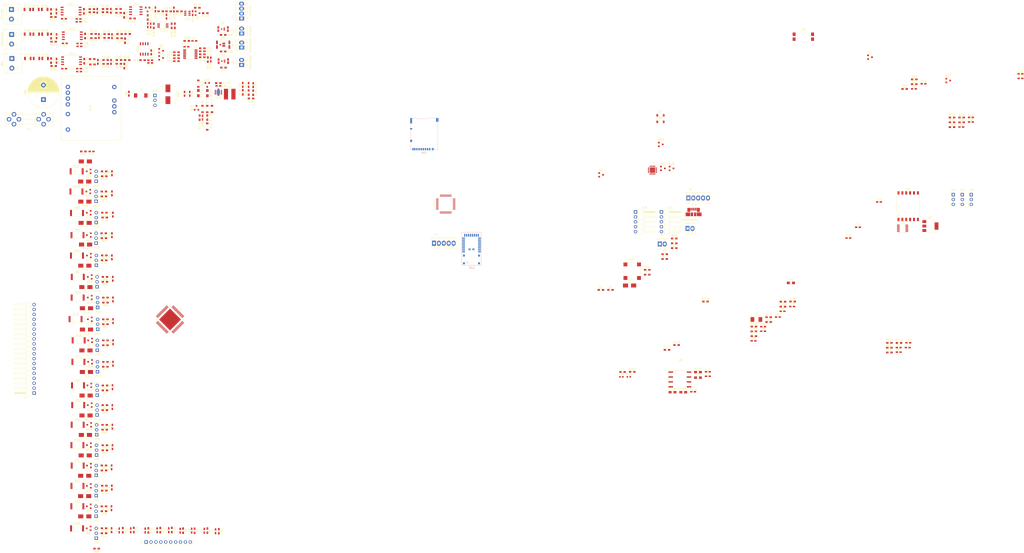
<source format=kicad_pcb>
(kicad_pcb (version 20171130) (host pcbnew 6.0.0-rc1-unknown-3f9230f~66~ubuntu18.10.1)
  (title_block (title ENNOID-BMS) (rev V0.2) (company ENNOID))
  (layers (0 F.Cu signal) (31 B.Cu signal) (34 B.Paste user) (35 F.Paste user) (36 B.SilkS user) (37 F.SilkS user) (38 B.Mask user) (39 F.Mask user) (44 Edge.Cuts user))
  (net 0 "")
  (net 1 +3V3)
  (net 2 /Temperature/AUX8)
  (net 3 GNDA)
  (net 4 /Temperature/AUX7)
  (net 5 /Temperature/AUX6)
  (net 6 /Temperature/AUX5)
  (net 7 /Temperature/AUX4)
  (net 8 /Temperature/AUX3)
  (net 9 /Temperature/AUX2)
  (net 10 /Temperature/AUX1)
  (net 11 /Temperature/AUX0)
  (net 12 VDD)
  (net 13 GND)
  (net 14 /CAN/CAN_GND)
  (net 15 /CAN/5V_CAN)
  (net 16 "Net-(C48-Pad1)")
  (net 17 "Net-(C48-Pad2)")
  (net 18 "Net-(C49-Pad1)")
  (net 19 "Net-(C49-Pad2)")
  (net 20 "Net-(C50-Pad1)")
  (net 21 "Net-(C50-Pad2)")
  (net 22 "Net-(C51-Pad1)")
  (net 23 "Net-(C51-Pad2)")
  (net 24 "Net-(C52-Pad1)")
  (net 25 "Net-(C52-Pad2)")
  (net 26 "Net-(C53-Pad1)")
  (net 27 "Net-(C53-Pad2)")
  (net 28 "Net-(C55-Pad2)")
  (net 29 "Net-(C56-Pad1)")
  (net 30 "Net-(C56-Pad2)")
  (net 31 "Net-(C60-Pad2)")
  (net 32 "Net-(C64-Pad1)")
  (net 33 "Net-(C64-Pad2)")
  (net 34 "Net-(C65-Pad1)")
  (net 35 "Net-(C65-Pad2)")
  (net 36 "Net-(C66-Pad1)")
  (net 37 "Net-(C66-Pad2)")
  (net 38 "Net-(C67-Pad1)")
  (net 39 "Net-(C67-Pad2)")
  (net 40 "Net-(C68-Pad1)")
  (net 41 "Net-(C68-Pad2)")
  (net 42 "Net-(C69-Pad1)")
  (net 43 "Net-(C69-Pad2)")
  (net 44 "Net-(C70-Pad2)")
  (net 45 /PowerMonitor/Vbat)
  (net 46 "Net-(C72-Pad2)")
  (net 47 "Net-(C76-Pad1)")
  (net 48 "Net-(C77-Pad1)")
  (net 49 /MCU/NRST)
  (net 50 /MCU/NTC_Switch)
  (net 51 /PowerSupply/BAT+)
  (net 52 "Net-(C86-Pad1)")
  (net 53 /PowerSupply/24V)
  (net 54 "Net-(C88-Pad1)")
  (net 55 "Net-(C88-Pad2)")
  (net 56 "Net-(C92-Pad2)")
  (net 57 "Net-(C93-Pad2)")
  (net 58 "Net-(C94-Pad2)")
  (net 59 "Net-(C95-Pad1)")
  (net 60 "Net-(D1-Pad2)")
  (net 61 "Net-(D2-Pad2)")
  (net 62 /ltc6813/PB)
  (net 63 /ltc6813/MB)
  (net 64 "Net-(F1-Pad1)")
  (net 65 /PowerSupply/ExternalPower)
  (net 66 /PowerMonitor/BAT+)
  (net 67 "Net-(F3-Pad1)")
  (net 68 /ltc6813/C1)
  (net 69 "Net-(F4-Pad1)")
  (net 70 /ltc6813/C2)
  (net 71 "Net-(F5-Pad1)")
  (net 72 /ltc6813/C3)
  (net 73 "Net-(F6-Pad1)")
  (net 74 /ltc6813/C4)
  (net 75 "Net-(F7-Pad1)")
  (net 76 /ltc6813/C5)
  (net 77 "Net-(F8-Pad1)")
  (net 78 /ltc6813/C6)
  (net 79 "Net-(F9-Pad1)")
  (net 80 /ltc6813/C7)
  (net 81 "Net-(F10-Pad1)")
  (net 82 /ltc6813/C8)
  (net 83 "Net-(F11-Pad1)")
  (net 84 /ltc6813/C9)
  (net 85 "Net-(F12-Pad1)")
  (net 86 /ltc6813/C10)
  (net 87 "Net-(F13-Pad1)")
  (net 88 /ltc6813/C11)
  (net 89 "Net-(F14-Pad1)")
  (net 90 /ltc6813/C12)
  (net 91 "Net-(F15-Pad1)")
  (net 92 /ltc6813/C13)
  (net 93 "Net-(F16-Pad1)")
  (net 94 /ltc6813/C14)
  (net 95 "Net-(F17-Pad1)")
  (net 96 /ltc6813/C15)
  (net 97 "Net-(F18-Pad1)")
  (net 98 /ltc6813/C16)
  (net 99 "Net-(F19-Pad1)")
  (net 100 /ltc6813/C17)
  (net 101 "Net-(F20-Pad1)")
  (net 102 /ltc6813/C18)
  (net 103 /PowerSupply/PushButton)
  (net 104 "Net-(J6-Pad4)")
  (net 105 /PowerMonitor/I)
  (net 106 /switches/Discharge)
  (net 107 /switches/Precharge)
  (net 108 /switches/Charge)
  (net 109 /CAN/Enable_CAN)
  (net 110 /CAN/CANL)
  (net 111 /CAN/CANH)
  (net 112 "Net-(C79-Pad1)")
  (net 113 /MCU/OLED_RST)
  (net 114 /MCU/OLED_SDA)
  (net 115 /MCU/OLED_SCL)
  (net 116 /ltc6813/VREG)
  (net 117 /ltc6813/WDT)
  (net 118 /ltc6813/DTEN)
  (net 119 "Net-(JP3-Pad2)")
  (net 120 "Net-(JP22-Pad1)")
  (net 121 "Net-(L3-Pad2)")
  (net 122 "Net-(Q4-Pad2)")
  (net 123 "Net-(Q5-Pad2)")
  (net 124 "Net-(Q6-Pad2)")
  (net 125 /Temperature/VREF2)
  (net 126 "Net-(C10-Pad2)")
  (net 127 "Net-(R16-Pad2)")
  (net 128 /switches/Enable)
  (net 129 "Net-(R17-Pad2)")
  (net 130 "Net-(R18-Pad2)")
  (net 131 "Net-(R19-Pad2)")
  (net 132 "Net-(R20-Pad1)")
  (net 133 /MCU/VoutSense)
  (net 134 "Net-(C14-Pad2)")
  (net 135 /PowerMonitor/Vpack)
  (net 136 "Net-(R23-Pad1)")
  (net 137 "Net-(R24-Pad1)")
  (net 138 "Net-(R25-Pad1)")
  (net 139 "Net-(R117-Pad2)")
  (net 140 "Net-(D5-Pad3)")
  (net 141 "Net-(R119-Pad2)")
  (net 142 "Net-(R120-Pad2)")
  (net 143 "Net-(R121-Pad2)")
  (net 144 "Net-(R122-Pad2)")
  (net 145 "Net-(R123-Pad2)")
  (net 146 "Net-(R137-Pad1)")
  (net 147 "Net-(R137-Pad2)")
  (net 148 "Net-(R138-Pad1)")
  (net 149 "Net-(R138-Pad2)")
  (net 150 "Net-(R139-Pad1)")
  (net 151 "Net-(R139-Pad2)")
  (net 152 "Net-(R153-Pad2)")
  (net 153 "Net-(R154-Pad2)")
  (net 154 "Net-(R155-Pad2)")
  (net 155 "Net-(R156-Pad2)")
  (net 156 "Net-(R157-Pad2)")
  (net 157 "Net-(R158-Pad2)")
  (net 158 /MCU/ChargeDetect)
  (net 159 /MCU/SCL)
  (net 160 /MCU/MISO)
  (net 161 /ltc6813/IPB)
  (net 162 /ltc6813/IMB)
  (net 163 /ltc6813/IPA)
  (net 164 "Net-(TR1-Pad6)")
  (net 165 "Net-(TR1-Pad4)")
  (net 166 /MCU/MOSI)
  (net 167 /MCU/SCK)
  (net 168 "Net-(C12-Pad1)")
  (net 169 "Net-(Q7-Pad1)")
  (net 170 "Net-(C18-Pad2)")
  (net 171 "Net-(BZ1-Pad2)")
  (net 172 "Net-(C40-Pad1)")
  (net 173 "Net-(C91-Pad2)")
  (net 174 /USB/D-)
  (net 175 /USB/D+)
  (net 176 /MCU/SDCardDetect)
  (net 177 "Net-(J16-Pad2)")
  (net 178 "Net-(J16-Pad3)")
  (net 179 "Net-(J16-Pad5)")
  (net 180 "Net-(J16-Pad7)")
  (net 181 /MCU/SWCLK)
  (net 182 /MCU/SWDIO)
  (net 183 "Net-(JP4-Pad1)")
  (net 184 "Net-(JP4-Pad2)")
  (net 185 "Net-(JP5-Pad1)")
  (net 186 "Net-(JP5-Pad2)")
  (net 187 "Net-(JP6-Pad1)")
  (net 188 "Net-(JP6-Pad2)")
  (net 189 "Net-(JP7-Pad1)")
  (net 190 "Net-(JP7-Pad2)")
  (net 191 "Net-(JP8-Pad1)")
  (net 192 "Net-(JP8-Pad2)")
  (net 193 "Net-(JP9-Pad1)")
  (net 194 "Net-(JP9-Pad2)")
  (net 195 "Net-(JP10-Pad1)")
  (net 196 "Net-(JP10-Pad2)")
  (net 197 "Net-(JP11-Pad1)")
  (net 198 "Net-(JP11-Pad2)")
  (net 199 "Net-(JP12-Pad1)")
  (net 200 "Net-(JP12-Pad2)")
  (net 201 "Net-(JP13-Pad1)")
  (net 202 "Net-(JP13-Pad2)")
  (net 203 "Net-(JP14-Pad1)")
  (net 204 "Net-(JP14-Pad2)")
  (net 205 "Net-(JP15-Pad1)")
  (net 206 "Net-(JP15-Pad2)")
  (net 207 "Net-(JP16-Pad1)")
  (net 208 "Net-(JP16-Pad2)")
  (net 209 "Net-(JP17-Pad1)")
  (net 210 "Net-(JP17-Pad2)")
  (net 211 "Net-(JP18-Pad1)")
  (net 212 "Net-(JP18-Pad2)")
  (net 213 "Net-(JP19-Pad1)")
  (net 214 "Net-(JP19-Pad2)")
  (net 215 "Net-(JP20-Pad1)")
  (net 216 "Net-(JP20-Pad2)")
  (net 217 "Net-(JP21-Pad1)")
  (net 218 "Net-(JP21-Pad2)")
  (net 219 "Net-(L3-Pad1)")
  (net 220 /MCU/PowerLED)
  (net 221 /MCU/LED0)
  (net 222 /MCU/BUZZER)
  (net 223 /MCU/ChargeEnable)
  (net 224 /MCU/DischargeEnable)
  (net 225 /MCU/PreChargeEnable)
  (net 226 "Net-(R111-Pad1)")
  (net 227 /USB/RXD)
  (net 228 "Net-(R112-Pad1)")
  (net 229 /USB/TXD)
  (net 230 "Net-(R113-Pad2)")
  (net 231 "Net-(R116-Pad2)")
  (net 232 /PowerMonitor/Charge+)
  (net 233 /PowerMonitor/Discharge+)
  (net 234 "Net-(R134-Pad1)")
  (net 235 "Net-(D8-Pad1)")
  (net 236 "Net-(D10-Pad1)")
  (net 237 /MCU/PowerEnable)
  (net 238 "Net-(Q30-Pad3)")
  (net 239 "Net-(D12-Pad1)")
  (net 240 "Net-(R179-Pad2)")
  (net 241 /MCU/SPI_WT_SS)
  (net 242 "Net-(C98-Pad2)")
  (net 243 "Net-(C97-Pad2)")
  (net 244 /ltc6813/IMA)
  (net 245 "Net-(C15-Pad2)")
  (net 246 /ltc6813/cell1/V-)
  (net 247 /ltc6813/VREF1)
  (net 248 "Net-(R33-Pad1)")
  (net 249 "Net-(R31-Pad1)")
  (net 250 /ltc6813/CS)
  (net 251 "Net-(R36-Pad1)")
  (net 252 "Net-(R37-Pad1)")
  (net 253 /CAN/CAN_TX)
  (net 254 /CAN/CAN_RX)
  (net 255 /wireless/GDO0)
  (net 256 /PowerSupply/EnableFromExt)
  (net 257 /MCU/PowerButton)
  (net 258 /MCU/SDA)
  (net 259 "Net-(Q27-Pad3)")
  (net 260 /MCU/Safety)
  (net 261 "Net-(U19-Pad9)")
  (net 262 "Net-(U19-Pad6)")
  (net 263 "Net-(Q8-Pad3)")
  (net 264 "Net-(Q9-Pad3)")
  (net 265 "Net-(Q10-Pad3)")
  (net 266 "Net-(Q11-Pad3)")
  (net 267 "Net-(Q12-Pad3)")
  (net 268 "Net-(Q13-Pad3)")
  (net 269 "Net-(Q14-Pad3)")
  (net 270 "Net-(Q15-Pad3)")
  (net 271 "Net-(Q16-Pad3)")
  (net 272 "Net-(Q17-Pad3)")
  (net 273 "Net-(Q18-Pad3)")
  (net 274 "Net-(Q19-Pad3)")
  (net 275 "Net-(Q20-Pad3)")
  (net 276 "Net-(Q21-Pad3)")
  (net 277 "Net-(Q22-Pad3)")
  (net 278 "Net-(Q23-Pad3)")
  (net 279 "Net-(Q24-Pad3)")
  (net 280 "Net-(Q25-Pad3)")
  (net 281 /ltc6813/cell1/C)
  (net 282 /ltc6813/cell2/C)
  (net 283 /ltc6813/cell3/C)
  (net 284 /ltc6813/cell4/C)
  (net 285 /ltc6813/cell5/C)
  (net 286 /ltc6813/cell6/C)
  (net 287 /ltc6813/cell7/C)
  (net 288 /ltc6813/cell8/C)
  (net 289 /ltc6813/cell9/C)
  (net 290 /ltc6813/cell10/C)
  (net 291 /ltc6813/cell11/C)
  (net 292 /ltc6813/cell12/C)
  (net 293 /ltc6813/cell13/C)
  (net 294 /ltc6813/cell14/C)
  (net 295 /ltc6813/cell15/C)
  (net 296 /ltc6813/cell16/C)
  (net 297 /ltc6813/cell17/C)
  (net 298 /ltc6813/cell18/C)
  (net 299 /ltc6813/cell1/S)
  (net 300 /ltc6813/cell2/S)
  (net 301 /ltc6813/cell3/S)
  (net 302 /ltc6813/cell4/S)
  (net 303 /ltc6813/cell5/S)
  (net 304 /ltc6813/cell6/S)
  (net 305 /ltc6813/cell7/S)
  (net 306 /ltc6813/cell8/S)
  (net 307 /ltc6813/cell9/S)
  (net 308 /ltc6813/cell10/S)
  (net 309 /ltc6813/cell11/S)
  (net 310 /ltc6813/cell12/S)
  (net 311 /ltc6813/cell13/S)
  (net 312 /ltc6813/cell14/S)
  (net 313 /ltc6813/cell15/S)
  (net 314 /ltc6813/cell16/S)
  (net 315 /ltc6813/cell17/S)
  (net 316 /ltc6813/cell18/S)
  (module Housings_DIP:SMDIP-4_W9.53mm_Clearance8mm (layer F.Cu) (at 426.8216 1.9304)
    (fp_text reference U9 (at 0 -3.6) (layer F.SilkS))
    (fp_text value SFH617A-2X017T)
    (pad 1 smd rect (at -4.765 -1.27) (size 1.5 1.78) (layers F.Cu F.Paste F.Mask) (net 231 "Net-(R116-Pad2)"))
    (pad 3 smd rect (at 4.765 1.27) (size 1.5 1.78) (layers F.Cu F.Paste F.Mask) (net 13 GND))
    (pad 2 smd rect (at -4.765 1.27) (size 1.5 1.78) (layers F.Cu F.Paste F.Mask) (net 14 /CAN/CAN_GND))
    (pad 4 smd rect (at 4.765 -1.27) (size 1.5 1.78) (layers F.Cu F.Paste F.Mask) (net 256 /PowerSupply/EnableFromExt))
  )
  (module TO_SOT_Packages_SMD:SOT-23 (layer F.Cu) (at 461.2894 12.5222)
    (fp_text reference D4 (at 0 -2.5) (layer F.SilkS))
    (fp_text value SZNUP2105L)
    (pad 1 smd rect (at -1 -0.95) (size 0.9 0.8) (layers F.Cu F.Paste F.Mask) (net 111 /CAN/CANH))
    (pad 2 smd rect (at -1 0.95) (size 0.9 0.8) (layers F.Cu F.Paste F.Mask) (net 110 /CAN/CANL))
    (pad 3 smd rect (at 1 0) (size 0.9 0.8) (layers F.Cu F.Paste F.Mask) (net 14 /CAN/CAN_GND))
  )
  (module TO_SOT_Packages_SMD:SOT-23 (layer F.Cu) (at 501.698601 24.584201)
    (fp_text reference Q27 (at 0 -2.5) (layer F.SilkS))
    (fp_text value BSS138)
    (pad 1 smd rect (at -1 -0.95) (size 0.9 0.8) (layers F.Cu F.Paste F.Mask) (net 158 /MCU/ChargeDetect))
    (pad 2 smd rect (at -1 0.95) (size 0.9 0.8) (layers F.Cu F.Paste F.Mask) (net 13 GND))
    (pad 3 smd rect (at 1 0) (size 0.9 0.8) (layers F.Cu F.Paste F.Mask) (net 259 "Net-(Q27-Pad3)"))
  )
  (module TO_SOT_Packages_SMD:SOT-23 (layer F.Cu) (at 95.03156 9.1948)
    (fp_text reference Q2 (at 0 -2.5) (layer F.SilkS))
    (fp_text value BSS138)
    (pad 1 smd rect (at -1 -0.95) (size 0.9 0.8) (layers F.Cu F.Paste F.Mask) (net 260 /MCU/Safety))
    (pad 2 smd rect (at -1 0.95) (size 0.9 0.8) (layers F.Cu F.Paste F.Mask) (net 13 GND))
    (pad 3 smd rect (at 1 0) (size 0.9 0.8) (layers F.Cu F.Paste F.Mask) (net 223 /MCU/ChargeEnable))
  )
  (module Crystals:Crystal_SMD_Abracon_ABM3-2pin_5.0x3.2mm (layer F.Cu) (at 402.588201 148.031401)
    (fp_text reference Y1 (at 0 -2.8) (layer F.SilkS))
    (fp_text value 8MHz)
    (pad 1 smd rect (at -2.05 0) (size 1.9 2.4) (layers F.Cu F.Paste F.Mask) (net 47 "Net-(C76-Pad1)"))
    (pad 2 smd rect (at 2.05 0) (size 1.9 2.4) (layers F.Cu F.Paste F.Mask) (net 48 "Net-(C77-Pad1)"))
  )
  (module ENNOID:A1101R09C (layer B.Cu) (at 255.37668 119.01932)
    (fp_text reference U20 (at 0.2032 2.2606) (layer B.SilkS) (effects (justify mirror)))
    (fp_text value A1101R09C00GM)
    (pad "" smd rect (at 3.91 0) (size 1 1) (layers B.Cu B.Paste B.Mask))
    (pad "" smd rect (at -3.91 0) (size 1 1) (layers B.Cu B.Paste B.Mask))
    (pad "" smd rect (at -3.91 -4) (size 1 1) (layers B.Cu B.Paste B.Mask))
    (pad "" smd rect (at 3.91 -4) (size 1 1) (layers B.Cu B.Paste B.Mask))
    (pad "" smd rect (at -1 -7.25) (size 1 1) (layers B.Cu B.Paste B.Mask))
    (pad "" smd rect (at 1 -7.25) (size 1 1) (layers B.Cu B.Paste B.Mask))
    (pad 1 smd rect (at -4.11 -6) (size 1.5 0.61) (layers B.Cu B.Paste B.Mask))
    (pad 2 smd rect (at -4.11 -7) (size 1.5 0.61) (layers B.Cu B.Paste B.Mask))
    (pad 3 smd rect (at -4.11 -8) (size 1.5 0.61) (layers B.Cu B.Paste B.Mask))
    (pad 4 smd rect (at -4.11 -9) (size 1.5 0.61) (layers B.Cu B.Paste B.Mask))
    (pad 5 smd rect (at -4.11 -10) (size 1.5 0.61) (layers B.Cu B.Paste B.Mask))
    (pad 6 smd rect (at -4.11 -11) (size 1.5 0.61) (layers B.Cu B.Paste B.Mask))
    (pad 7 smd rect (at -4.11 -12) (size 1.5 0.61) (layers B.Cu B.Paste B.Mask))
    (pad 8 smd rect (at -4.11 -13) (size 1.5 0.61) (layers B.Cu B.Paste B.Mask) (net 13 GND))
    (pad 9 smd rect (at -3.5 -14.5) (size 0.61 1.5) (layers B.Cu B.Paste B.Mask) (net 167 /MCU/SCK))
    (pad 10 smd rect (at -2.5 -14.5) (size 0.61 1.5) (layers B.Cu B.Paste B.Mask) (net 160 /MCU/MISO))
    (pad 11 smd rect (at -1.5 -14.5) (size 0.61 1.5) (layers B.Cu B.Paste B.Mask) (net 166 /MCU/MOSI))
    (pad 12 smd rect (at -0.5 -14.5) (size 0.61 1.5) (layers B.Cu B.Paste B.Mask) (net 241 /MCU/SPI_WT_SS))
    (pad 13 smd rect (at 0.5 -14.5) (size 0.61 1.5) (layers B.Cu B.Paste B.Mask) (net 255 /wireless/GDO0))
    (pad 14 smd rect (at 1.5 -14.5) (size 0.61 1.5) (layers B.Cu B.Paste B.Mask))
    (pad 15 smd rect (at 2.5 -14.5) (size 0.61 1.5) (layers B.Cu B.Paste B.Mask))
    (pad 16 smd rect (at 3.5 -14.5) (size 0.61 1.5) (layers B.Cu B.Paste B.Mask))
    (pad 17 smd rect (at 4.11 -13) (size 1.5 0.61) (layers B.Cu B.Paste B.Mask) (net 13 GND))
    (pad 18 smd rect (at 4.11 -12) (size 1.5 0.61) (layers B.Cu B.Paste B.Mask) (net 59 "Net-(C95-Pad1)"))
    (pad 19 smd rect (at 4.11 -11) (size 1.5 0.61) (layers B.Cu B.Paste B.Mask))
    (pad 20 smd rect (at 4.11 -10) (size 1.5 0.61) (layers B.Cu B.Paste B.Mask))
    (pad 21 smd rect (at 4.11 -9) (size 1.5 0.61) (layers B.Cu B.Paste B.Mask))
    (pad 22 smd rect (at 4.11 -8) (size 1.5 0.61) (layers B.Cu B.Paste B.Mask))
    (pad 23 smd rect (at 4.11 -7) (size 1.5 0.61) (layers B.Cu B.Paste B.Mask))
    (pad 24 smd rect (at 4.11 -6) (size 1.5 0.61) (layers B.Cu B.Paste B.Mask))
  )
  (module ENNOID:EPM2405SJ (layer F.Cu) (at 58.84672 38.90772 270)
    (fp_text reference U18 (at 0 0.5 270) (layer F.SilkS))
    (fp_text value EPM2405SJ)
    (pad 14 thru_hole circle (at 11 12 270) (size 2.25 2.25) (drill 1.2) (layers *.Cu *.Mask))
    (pad 8 thru_hole circle (at -11 12 270) (size 2.25 2.25) (drill 1.2) (layers *.Cu *.Mask))
    (pad 9 thru_hole circle (at -8 12 270) (size 2.25 2.25) (drill 1.2) (layers *.Cu *.Mask))
    (pad 10 thru_hole circle (at -5 12 270) (size 2.25 2.25) (drill 1.2) (layers *.Cu *.Mask) (net 3 GNDA))
    (pad 11 thru_hole circle (at -2 12 270) (size 2.25 2.25) (drill 1.2) (layers *.Cu *.Mask))
    (pad 12 thru_hole circle (at 3 12 270) (size 2.25 2.25) (drill 1.2) (layers *.Cu *.Mask) (net 51 /PowerSupply/BAT+))
    (pad 7 thru_hole circle (at -11 -12 270) (size 2.25 2.25) (drill 1.2) (layers *.Cu *.Mask) (net 13 GND))
    (pad 6 thru_hole circle (at -4 -12 270) (size 2.25 2.25) (drill 1.2) (layers *.Cu *.Mask))
    (pad 5 thru_hole circle (at -1 -12 270) (size 2.25 2.25) (drill 1.2) (layers *.Cu *.Mask) (net 52 "Net-(C86-Pad1)"))
    (pad 4 thru_hole circle (at 2 -12 270) (size 2.25 2.25) (drill 1.2) (layers *.Cu *.Mask))
  )
  (module Housings_SOIC:SOIC-8_3.9x4.9mm_Pitch1.27mm (layer F.Cu) (at 86.28888 8.27532 90)
    (fp_text reference U15 (at 0 -3.5 90) (layer F.SilkS))
    (fp_text value OPA2376xxD)
    (pad 1 smd rect (at -2.7 -1.905 90) (size 1.55 0.6) (layers F.Cu F.Paste F.Mask) (net 45 /PowerMonitor/Vbat))
    (pad 2 smd rect (at -2.7 -0.635 90) (size 1.55 0.6) (layers F.Cu F.Paste F.Mask) (net 154 "Net-(R155-Pad2)"))
    (pad 3 smd rect (at -2.7 0.635 90) (size 1.55 0.6) (layers F.Cu F.Paste F.Mask) (net 155 "Net-(R156-Pad2)"))
    (pad 4 smd rect (at -2.7 1.905 90) (size 1.55 0.6) (layers F.Cu F.Paste F.Mask) (net 13 GND))
    (pad 5 smd rect (at 2.7 1.905 90) (size 1.55 0.6) (layers F.Cu F.Paste F.Mask) (net 157 "Net-(R158-Pad2)"))
    (pad 6 smd rect (at 2.7 0.635 90) (size 1.55 0.6) (layers F.Cu F.Paste F.Mask) (net 156 "Net-(R157-Pad2)"))
    (pad 7 smd rect (at 2.7 -0.635 90) (size 1.55 0.6) (layers F.Cu F.Paste F.Mask) (net 135 /PowerMonitor/Vpack))
    (pad 8 smd rect (at 2.7 -1.905 90) (size 1.55 0.6) (layers F.Cu F.Paste F.Mask) (net 1 +3V3))
  )
  (module Housings_SOIC:SOIC-8_3.9x4.9mm_Pitch1.27mm (layer F.Cu) (at 81.93532 -11.49604)
    (fp_text reference U14 (at 0 -3.5) (layer F.SilkS))
    (fp_text value OPA2376xxD)
    (pad 1 smd rect (at -2.7 -1.905) (size 1.55 0.6) (layers F.Cu F.Paste F.Mask) (net 158 /MCU/ChargeDetect))
    (pad 2 smd rect (at -2.7 -0.635) (size 1.55 0.6) (layers F.Cu F.Paste F.Mask) (net 153 "Net-(R154-Pad2)"))
    (pad 3 smd rect (at -2.7 0.635) (size 1.55 0.6) (layers F.Cu F.Paste F.Mask) (net 152 "Net-(R153-Pad2)"))
    (pad 4 smd rect (at -2.7 1.905) (size 1.55 0.6) (layers F.Cu F.Paste F.Mask) (net 13 GND))
    (pad 5 smd rect (at 2.7 1.905) (size 1.55 0.6) (layers F.Cu F.Paste F.Mask) (net 31 "Net-(C60-Pad2)"))
    (pad 6 smd rect (at 2.7 0.635) (size 1.55 0.6) (layers F.Cu F.Paste F.Mask) (net 30 "Net-(C56-Pad2)"))
    (pad 7 smd rect (at 2.7 -0.635) (size 1.55 0.6) (layers F.Cu F.Paste F.Mask) (net 30 "Net-(C56-Pad2)"))
    (pad 8 smd rect (at 2.7 -1.905) (size 1.55 0.6) (layers F.Cu F.Paste F.Mask) (net 1 +3V3))
  )
  (module ENNOID:SOIC-8W_7.5x5.85mm_Pitch1.27mm (layer F.Cu) (at 49.13884 3.36296)
    (fp_text reference U13 (at 0 -5.6) (layer F.SilkS))
    (fp_text value AMC1301)
    (pad 1 smd rect (at -4.65 -3.81) (size 1.5 0.6) (layers F.Cu F.Paste F.Mask) (net 26 "Net-(C53-Pad1)"))
    (pad 2 smd rect (at -4.65 -2.54) (size 1.5 0.6) (layers F.Cu F.Paste F.Mask) (net 20 "Net-(C50-Pad1)"))
    (pad 3 smd rect (at -4.65 -1.27) (size 1.5 0.6) (layers F.Cu F.Paste F.Mask) (net 21 "Net-(C50-Pad2)"))
    (pad 4 smd rect (at -4.65 0) (size 1.5 0.6) (layers F.Cu F.Paste F.Mask) (net 27 "Net-(C53-Pad2)"))
    (pad 5 smd rect (at 4.65 0) (size 1.5 0.6) (layers F.Cu F.Paste F.Mask) (net 13 GND))
    (pad 6 smd rect (at 4.65 -1.27) (size 1.5 0.6) (layers F.Cu F.Paste F.Mask) (net 151 "Net-(R139-Pad2)"))
    (pad 7 smd rect (at 4.65 -2.54) (size 1.5 0.6) (layers F.Cu F.Paste F.Mask) (net 150 "Net-(R139-Pad1)"))
    (pad 8 smd rect (at 4.65 -3.81) (size 1.5 0.6) (layers F.Cu F.Paste F.Mask) (net 1 +3V3))
  )
  (module ENNOID:SOIC-8W_7.5x5.85mm_Pitch1.27mm (layer F.Cu) (at 48.74768 16.26108)
    (fp_text reference U12 (at 0 -5.6) (layer F.SilkS))
    (fp_text value AMC1301)
    (pad 1 smd rect (at -4.65 -3.81) (size 1.5 0.6) (layers F.Cu F.Paste F.Mask) (net 24 "Net-(C52-Pad1)"))
    (pad 2 smd rect (at -4.65 -2.54) (size 1.5 0.6) (layers F.Cu F.Paste F.Mask) (net 18 "Net-(C49-Pad1)"))
    (pad 3 smd rect (at -4.65 -1.27) (size 1.5 0.6) (layers F.Cu F.Paste F.Mask) (net 19 "Net-(C49-Pad2)"))
    (pad 4 smd rect (at -4.65 0) (size 1.5 0.6) (layers F.Cu F.Paste F.Mask) (net 25 "Net-(C52-Pad2)"))
    (pad 5 smd rect (at 4.65 0) (size 1.5 0.6) (layers F.Cu F.Paste F.Mask) (net 13 GND))
    (pad 6 smd rect (at 4.65 -1.27) (size 1.5 0.6) (layers F.Cu F.Paste F.Mask) (net 149 "Net-(R138-Pad2)"))
    (pad 7 smd rect (at 4.65 -2.54) (size 1.5 0.6) (layers F.Cu F.Paste F.Mask) (net 148 "Net-(R138-Pad1)"))
    (pad 8 smd rect (at 4.65 -3.81) (size 1.5 0.6) (layers F.Cu F.Paste F.Mask) (net 1 +3V3))
  )
  (module ENNOID:SOIC-8W_7.5x5.85mm_Pitch1.27mm (layer F.Cu) (at 48.51908 -9.398)
    (fp_text reference U11 (at 0 -5.6) (layer F.SilkS))
    (fp_text value AMC1301)
    (pad 1 smd rect (at -4.65 -3.81) (size 1.5 0.6) (layers F.Cu F.Paste F.Mask) (net 22 "Net-(C51-Pad1)"))
    (pad 2 smd rect (at -4.65 -2.54) (size 1.5 0.6) (layers F.Cu F.Paste F.Mask) (net 16 "Net-(C48-Pad1)"))
    (pad 3 smd rect (at -4.65 -1.27) (size 1.5 0.6) (layers F.Cu F.Paste F.Mask) (net 17 "Net-(C48-Pad2)"))
    (pad 4 smd rect (at -4.65 0) (size 1.5 0.6) (layers F.Cu F.Paste F.Mask) (net 23 "Net-(C51-Pad2)"))
    (pad 5 smd rect (at 4.65 0) (size 1.5 0.6) (layers F.Cu F.Paste F.Mask) (net 13 GND))
    (pad 6 smd rect (at 4.65 -1.27) (size 1.5 0.6) (layers F.Cu F.Paste F.Mask) (net 147 "Net-(R137-Pad2)"))
    (pad 7 smd rect (at 4.65 -2.54) (size 1.5 0.6) (layers F.Cu F.Paste F.Mask) (net 146 "Net-(R137-Pad1)"))
    (pad 8 smd rect (at 4.65 -3.81) (size 1.5 0.6) (layers F.Cu F.Paste F.Mask) (net 1 +3V3))
  )
  (module ENNOID:ISO1050 (layer F.Cu) (at 363.038201 179.021401)
    (fp_text reference U8 (at 0.3302 -9.9568) (layer F.SilkS))
    (fp_text value ISO1050DUBR)
    (pad 1 smd rect (at -4.725 -3.81) (size 2.35 0.65) (layers F.Cu F.Paste F.Mask) (net 1 +3V3))
    (pad 2 smd rect (at -4.725 -1.27) (size 2.35 0.65) (layers F.Cu F.Paste F.Mask) (net 254 /CAN/CAN_RX))
    (pad 3 smd rect (at -4.725 1.27) (size 2.35 0.65) (layers F.Cu F.Paste F.Mask) (net 253 /CAN/CAN_TX))
    (pad 4 smd rect (at -4.725 3.81) (size 2.35 0.65) (layers F.Cu F.Paste F.Mask) (net 13 GND))
    (pad 5 smd rect (at 4.7 3.81) (size 2.35 0.65) (layers F.Cu F.Paste F.Mask) (net 14 /CAN/CAN_GND))
    (pad 6 smd rect (at 4.725 1.27) (size 2.35 0.65) (layers F.Cu F.Paste F.Mask) (net 111 /CAN/CANH))
    (pad 7 smd rect (at 4.725 -1.27) (size 2.35 0.65) (layers F.Cu F.Paste F.Mask) (net 110 /CAN/CANL))
    (pad 8 smd rect (at 4.725 -3.81) (size 2.35 0.65) (layers F.Cu F.Paste F.Mask) (net 15 /CAN/5V_CAN))
  )
  (module Housings_SSOP:MSOP-16_3x4mm_Pitch0.5mm (layer F.Cu) (at 478.108201 100.931401)
    (fp_text reference U6 (at 0 -3.35) (layer F.SilkS))
    (fp_text value LTC6820)
    (pad 1 smd rect (at -2.2 -1.75) (size 1.4 0.3) (layers F.Cu F.Paste F.Mask) (net 119 "Net-(JP3-Pad2)"))
    (pad 2 smd rect (at -2.2 -1.25) (size 1.4 0.3) (layers F.Cu F.Paste F.Mask) (net 166 /MCU/MOSI))
    (pad 3 smd rect (at -2.2 -0.75) (size 1.4 0.3) (layers F.Cu F.Paste F.Mask) (net 160 /MCU/MISO))
    (pad 4 smd rect (at -2.2 -0.25) (size 1.4 0.3) (layers F.Cu F.Paste F.Mask) (net 167 /MCU/SCK))
    (pad 5 smd rect (at -2.2 0.25) (size 1.4 0.3) (layers F.Cu F.Paste F.Mask) (net 250 /ltc6813/CS))
    (pad 12 smd rect (at 2.2 0.25) (size 1.4 0.3) (layers F.Cu F.Paste F.Mask) (net 1 +3V3))
    (pad 13 smd rect (at 2.2 -0.25) (size 1.4 0.3) (layers F.Cu F.Paste F.Mask) (net 13 GND))
    (pad 14 smd rect (at 2.2 -0.75) (size 1.4 0.3) (layers F.Cu F.Paste F.Mask) (net 13 GND))
    (pad 15 smd rect (at 2.2 -1.25) (size 1.4 0.3) (layers F.Cu F.Paste F.Mask) (net 251 "Net-(R36-Pad1)"))
    (pad 16 smd rect (at 2.2 -1.75) (size 1.4 0.3) (layers F.Cu F.Paste F.Mask) (net 252 "Net-(R37-Pad1)"))
    (pad 6 smd rect (at -2.2 0.75) (size 1.4 0.3) (layers F.Cu F.Paste F.Mask) (net 1 +3V3))
    (pad 7 smd rect (at -2.2 1.25) (size 1.4 0.3) (layers F.Cu F.Paste F.Mask) (net 1 +3V3))
    (pad 8 smd rect (at -2.2 1.75) (size 1.4 0.3) (layers F.Cu F.Paste F.Mask) (net 1 +3V3))
    (pad 11 smd rect (at 2.2 0.75) (size 1.4 0.3) (layers F.Cu F.Paste F.Mask) (net 164 "Net-(TR1-Pad6)"))
    (pad 10 smd rect (at 2.2 1.25) (size 1.4 0.3) (layers F.Cu F.Paste F.Mask) (net 165 "Net-(TR1-Pad4)"))
    (pad 9 smd rect (at 2.2 1.75) (size 1.4 0.3) (layers F.Cu F.Paste F.Mask) (net 1 +3V3))
  )
  (module Housings_QFP:TQFP-64-1EP_10x10mm_Pitch0.5mm (layer F.Cu) (at 99.62896 148.04136 315)
    (fp_text reference U5 (at 0 -7.45 315) (layer F.SilkS))
    (fp_text value LTC6813)
    (pad 1 smd rect (at -5.7 -3.75 315) (size 1.5 0.3) (layers F.Cu F.Paste F.Mask) (net 245 "Net-(C15-Pad2)"))
    (pad 2 smd rect (at -5.7 -3.25 315) (size 1.5 0.3) (layers F.Cu F.Paste F.Mask) (net 298 /ltc6813/cell18/C))
    (pad 3 smd rect (at -5.7 -2.75 315) (size 1.5 0.3) (layers F.Cu F.Paste F.Mask) (net 316 /ltc6813/cell18/S))
    (pad 4 smd rect (at -5.7 -2.25 315) (size 1.5 0.3) (layers F.Cu F.Paste F.Mask) (net 297 /ltc6813/cell17/C))
    (pad 5 smd rect (at -5.7 -1.75 315) (size 1.5 0.3) (layers F.Cu F.Paste F.Mask) (net 315 /ltc6813/cell17/S))
    (pad 6 smd rect (at -5.7 -1.25 315) (size 1.5 0.3) (layers F.Cu F.Paste F.Mask) (net 296 /ltc6813/cell16/C))
    (pad 7 smd rect (at -5.7 -0.75 315) (size 1.5 0.3) (layers F.Cu F.Paste F.Mask) (net 314 /ltc6813/cell16/S))
    (pad 8 smd rect (at -5.7 -0.25 315) (size 1.5 0.3) (layers F.Cu F.Paste F.Mask) (net 295 /ltc6813/cell15/C))
    (pad 9 smd rect (at -5.7 0.25 315) (size 1.5 0.3) (layers F.Cu F.Paste F.Mask) (net 313 /ltc6813/cell15/S))
    (pad 10 smd rect (at -5.7 0.75 315) (size 1.5 0.3) (layers F.Cu F.Paste F.Mask) (net 294 /ltc6813/cell14/C))
    (pad 11 smd rect (at -5.7 1.25 315) (size 1.5 0.3) (layers F.Cu F.Paste F.Mask) (net 312 /ltc6813/cell14/S))
    (pad 12 smd rect (at -5.7 1.75 315) (size 1.5 0.3) (layers F.Cu F.Paste F.Mask) (net 293 /ltc6813/cell13/C))
    (pad 13 smd rect (at -5.7 2.25 315) (size 1.5 0.3) (layers F.Cu F.Paste F.Mask) (net 311 /ltc6813/cell13/S))
    (pad 14 smd rect (at -5.7 2.75 315) (size 1.5 0.3) (layers F.Cu F.Paste F.Mask) (net 292 /ltc6813/cell12/C))
    (pad 15 smd rect (at -5.7 3.25 315) (size 1.5 0.3) (layers F.Cu F.Paste F.Mask) (net 310 /ltc6813/cell12/S))
    (pad 16 smd rect (at -5.7 3.75 315) (size 1.5 0.3) (layers F.Cu F.Paste F.Mask) (net 291 /ltc6813/cell11/C))
    (pad 17 smd rect (at -3.75 5.7 45) (size 1.5 0.3) (layers F.Cu F.Paste F.Mask) (net 309 /ltc6813/cell11/S))
    (pad 18 smd rect (at -3.25 5.7 45) (size 1.5 0.3) (layers F.Cu F.Paste F.Mask) (net 290 /ltc6813/cell10/C))
    (pad 19 smd rect (at -2.75 5.7 45) (size 1.5 0.3) (layers F.Cu F.Paste F.Mask) (net 308 /ltc6813/cell10/S))
    (pad 20 smd rect (at -2.25 5.7 45) (size 1.5 0.3) (layers F.Cu F.Paste F.Mask) (net 289 /ltc6813/cell9/C))
    (pad 21 smd rect (at -1.75 5.7 45) (size 1.5 0.3) (layers F.Cu F.Paste F.Mask) (net 307 /ltc6813/cell9/S))
    (pad 22 smd rect (at -1.25 5.7 45) (size 1.5 0.3) (layers F.Cu F.Paste F.Mask) (net 288 /ltc6813/cell8/C))
    (pad 23 smd rect (at -0.75 5.7 45) (size 1.5 0.3) (layers F.Cu F.Paste F.Mask) (net 306 /ltc6813/cell8/S))
    (pad 24 smd rect (at -0.25 5.7 45) (size 1.5 0.3) (layers F.Cu F.Paste F.Mask) (net 287 /ltc6813/cell7/C))
    (pad 25 smd rect (at 0.25 5.7 45) (size 1.5 0.3) (layers F.Cu F.Paste F.Mask) (net 305 /ltc6813/cell7/S))
    (pad 26 smd rect (at 0.75 5.7 45) (size 1.5 0.3) (layers F.Cu F.Paste F.Mask) (net 286 /ltc6813/cell6/C))
    (pad 27 smd rect (at 1.25 5.7 45) (size 1.5 0.3) (layers F.Cu F.Paste F.Mask) (net 304 /ltc6813/cell6/S))
    (pad 28 smd rect (at 1.75 5.7 45) (size 1.5 0.3) (layers F.Cu F.Paste F.Mask) (net 285 /ltc6813/cell5/C))
    (pad 29 smd rect (at 2.25 5.7 45) (size 1.5 0.3) (layers F.Cu F.Paste F.Mask) (net 303 /ltc6813/cell5/S))
    (pad 30 smd rect (at 2.75 5.7 45) (size 1.5 0.3) (layers F.Cu F.Paste F.Mask) (net 284 /ltc6813/cell4/C))
    (pad 31 smd rect (at 3.25 5.7 45) (size 1.5 0.3) (layers F.Cu F.Paste F.Mask) (net 302 /ltc6813/cell4/S))
    (pad 32 smd rect (at 3.75 5.7 45) (size 1.5 0.3) (layers F.Cu F.Paste F.Mask) (net 283 /ltc6813/cell3/C))
    (pad 33 smd rect (at 5.7 3.75 315) (size 1.5 0.3) (layers F.Cu F.Paste F.Mask) (net 301 /ltc6813/cell3/S))
    (pad 34 smd rect (at 5.7 3.25 315) (size 1.5 0.3) (layers F.Cu F.Paste F.Mask) (net 282 /ltc6813/cell2/C))
    (pad 35 smd rect (at 5.7 2.75 315) (size 1.5 0.3) (layers F.Cu F.Paste F.Mask) (net 300 /ltc6813/cell2/S))
    (pad 36 smd rect (at 5.7 2.25 315) (size 1.5 0.3) (layers F.Cu F.Paste F.Mask) (net 281 /ltc6813/cell1/C))
    (pad 37 smd rect (at 5.7 1.75 315) (size 1.5 0.3) (layers F.Cu F.Paste F.Mask) (net 299 /ltc6813/cell1/S))
    (pad 38 smd rect (at 5.7 1.25 315) (size 1.5 0.3) (layers F.Cu F.Paste F.Mask) (net 246 /ltc6813/cell1/V-))
    (pad 39 smd rect (at 5.7 0.75 315) (size 1.5 0.3) (layers F.Cu F.Paste F.Mask) (net 11 /Temperature/AUX0))
    (pad 40 smd rect (at 5.7 0.25 315) (size 1.5 0.3) (layers F.Cu F.Paste F.Mask) (net 10 /Temperature/AUX1))
    (pad 41 smd rect (at 5.7 -0.25 315) (size 1.5 0.3) (layers F.Cu F.Paste F.Mask) (net 9 /Temperature/AUX2))
    (pad 42 smd rect (at 5.7 -0.75 315) (size 1.5 0.3) (layers F.Cu F.Paste F.Mask) (net 8 /Temperature/AUX3))
    (pad 43 smd rect (at 5.7 -1.25 315) (size 1.5 0.3) (layers F.Cu F.Paste F.Mask) (net 7 /Temperature/AUX4))
    (pad 44 smd rect (at 5.7 -1.75 315) (size 1.5 0.3) (layers F.Cu F.Paste F.Mask) (net 6 /Temperature/AUX5))
    (pad 45 smd rect (at 5.7 -2.25 315) (size 1.5 0.3) (layers F.Cu F.Paste F.Mask) (net 5 /Temperature/AUX6))
    (pad 46 smd rect (at 5.7 -2.75 315) (size 1.5 0.3) (layers F.Cu F.Paste F.Mask) (net 4 /Temperature/AUX7))
    (pad 47 smd rect (at 5.7 -3.25 315) (size 1.5 0.3) (layers F.Cu F.Paste F.Mask) (net 2 /Temperature/AUX8))
    (pad 48 smd rect (at 5.7 -3.75 315) (size 1.5 0.3) (layers F.Cu F.Paste F.Mask) (net 116 /ltc6813/VREG))
    (pad 49 smd rect (at 3.75 -5.7 45) (size 1.5 0.3) (layers F.Cu F.Paste F.Mask) (net 169 "Net-(Q7-Pad1)"))
    (pad 50 smd rect (at 3.25 -5.7 45) (size 1.5 0.3) (layers F.Cu F.Paste F.Mask) (net 125 /Temperature/VREF2))
    (pad 51 smd rect (at 2.75 -5.7 45) (size 1.5 0.3) (layers F.Cu F.Paste F.Mask) (net 247 /ltc6813/VREF1))
    (pad 52 smd rect (at 2.25 -5.7 45) (size 1.5 0.3) (layers F.Cu F.Paste F.Mask) (net 118 /ltc6813/DTEN))
    (pad 53 smd rect (at 1.75 -5.7 45) (size 1.5 0.3) (layers F.Cu F.Paste F.Mask))
    (pad 54 smd rect (at 1.25 -5.7 45) (size 1.5 0.3) (layers F.Cu F.Paste F.Mask))
    (pad 55 smd rect (at 0.75 -5.7 45) (size 1.5 0.3) (layers F.Cu F.Paste F.Mask) (net 116 /ltc6813/VREG))
    (pad 56 smd rect (at 0.25 -5.7 45) (size 1.5 0.3) (layers F.Cu F.Paste F.Mask) (net 117 /ltc6813/WDT))
    (pad 57 smd rect (at -0.25 -5.7 45) (size 1.5 0.3) (layers F.Cu F.Paste F.Mask) (net 248 "Net-(R33-Pad1)"))
    (pad 58 smd rect (at -0.75 -5.7 45) (size 1.5 0.3) (layers F.Cu F.Paste F.Mask) (net 249 "Net-(R31-Pad1)"))
    (pad 59 smd rect (at -1.25 -5.7 45) (size 1.5 0.3) (layers F.Cu F.Paste F.Mask) (net 3 GNDA))
    (pad 60 smd rect (at -1.75 -5.7 45) (size 1.5 0.3) (layers F.Cu F.Paste F.Mask) (net 3 GNDA))
    (pad 61 smd rect (at -2.25 -5.7 45) (size 1.5 0.3) (layers F.Cu F.Paste F.Mask) (net 163 /ltc6813/IPA))
    (pad 62 smd rect (at -2.75 -5.7 45) (size 1.5 0.3) (layers F.Cu F.Paste F.Mask) (net 163 /ltc6813/IPA))
    (pad 63 smd rect (at -3.25 -5.7 45) (size 1.5 0.3) (layers F.Cu F.Paste F.Mask) (net 162 /ltc6813/IMB))
    (pad 64 smd rect (at -3.75 -5.7 45) (size 1.5 0.3) (layers F.Cu F.Paste F.Mask) (net 161 /ltc6813/IPB))
    (pad 65 smd rect (at 0 0 135) (size 8 8) (layers F.Cu F.Paste F.Mask) (net 3 GNDA))
  )
  (module Housings_SSOP:TSSOP-16_4.4x5mm_Pitch0.65mm (layer F.Cu) (at 110.109 10.92708)
    (fp_text reference U1 (at 2.75336 -3.66776) (layer F.SilkS))
    (fp_text value BQ76200)
    (pad 1 smd rect (at -2.95 -2.275) (size 1.5 0.45) (layers F.Cu F.Paste F.Mask) (net 168 "Net-(C12-Pad1)"))
    (pad 2 smd rect (at -2.95 -1.625) (size 1.5 0.45) (layers F.Cu F.Paste F.Mask) (net 126 "Net-(C10-Pad2)"))
    (pad 3 smd rect (at -2.95 -0.975) (size 1.5 0.45) (layers F.Cu F.Paste F.Mask))
    (pad 4 smd rect (at -2.95 -0.325) (size 1.5 0.45) (layers F.Cu F.Paste F.Mask) (net 127 "Net-(R16-Pad2)"))
    (pad 5 smd rect (at -2.95 0.325) (size 1.5 0.45) (layers F.Cu F.Paste F.Mask) (net 129 "Net-(R17-Pad2)"))
    (pad 6 smd rect (at -2.95 0.975) (size 1.5 0.45) (layers F.Cu F.Paste F.Mask) (net 130 "Net-(R18-Pad2)"))
    (pad 7 smd rect (at -2.95 1.625) (size 1.5 0.45) (layers F.Cu F.Paste F.Mask) (net 129 "Net-(R17-Pad2)"))
    (pad 8 smd rect (at -2.95 2.275) (size 1.5 0.45) (layers F.Cu F.Paste F.Mask) (net 131 "Net-(R19-Pad2)"))
    (pad 9 smd rect (at 2.95 2.275) (size 1.5 0.45) (layers F.Cu F.Paste F.Mask) (net 13 GND))
    (pad 10 smd rect (at 2.95 1.625) (size 1.5 0.45) (layers F.Cu F.Paste F.Mask) (net 132 "Net-(R20-Pad1)"))
    (pad 11 smd rect (at 2.95 0.975) (size 1.5 0.45) (layers F.Cu F.Paste F.Mask) (net 134 "Net-(C14-Pad2)"))
    (pad 12 smd rect (at 2.95 0.325) (size 1.5 0.45) (layers F.Cu F.Paste F.Mask) (net 137 "Net-(R24-Pad1)"))
    (pad 13 smd rect (at 2.95 -0.325) (size 1.5 0.45) (layers F.Cu F.Paste F.Mask))
    (pad 14 smd rect (at 2.95 -0.975) (size 1.5 0.45) (layers F.Cu F.Paste F.Mask) (net 136 "Net-(R23-Pad1)"))
    (pad 15 smd rect (at 2.95 -1.625) (size 1.5 0.45) (layers F.Cu F.Paste F.Mask))
    (pad 16 smd rect (at 2.95 -2.275) (size 1.5 0.45) (layers F.Cu F.Paste F.Mask) (net 138 "Net-(R25-Pad1)"))
  )
  (module ENNOID:HM2102NL (layer F.Cu) (at 480.993201 89.496401)
    (fp_text reference TR1 (at 0 -8.6868) (layer F.SilkS))
    (fp_text value HM2102NL)
    (pad 3 smd rect (at -1 6.875) (size 1 1.75) (layers F.Cu F.Paste F.Mask) (net 63 /ltc6813/MB))
    (pad 2 smd rect (at -3 6.875) (size 1 1.75) (layers F.Cu F.Paste F.Mask))
    (pad 1 smd rect (at -5 6.875) (size 1 1.75) (layers F.Cu F.Paste F.Mask) (net 62 /ltc6813/PB))
    (pad 4 smd rect (at 1 6.875) (size 1 1.75) (layers F.Cu F.Paste F.Mask) (net 165 "Net-(TR1-Pad4)"))
    (pad 5 smd rect (at 3 6.875) (size 1 1.75) (layers F.Cu F.Paste F.Mask))
    (pad 6 smd rect (at 5 6.875) (size 1 1.75) (layers F.Cu F.Paste F.Mask) (net 164 "Net-(TR1-Pad6)"))
    (pad 7 smd rect (at 5 -6.875) (size 1 1.753) (layers F.Cu F.Paste F.Mask) (net 244 /ltc6813/IMA))
    (pad 8 smd rect (at 3 -6.875) (size 1 1.75) (layers F.Cu F.Paste F.Mask) (net 243 "Net-(C97-Pad2)"))
    (pad 9 smd rect (at 1 -6.875) (size 1 1.75) (layers F.Cu F.Paste F.Mask) (net 163 /ltc6813/IPA))
    (pad 10 smd rect (at -1 -6.875) (size 1 1.75) (layers F.Cu F.Paste F.Mask) (net 162 /ltc6813/IMB))
    (pad 11 smd rect (at -3 -6.875) (size 1 1.75) (layers F.Cu F.Paste F.Mask) (net 242 "Net-(C98-Pad2)"))
    (pad 12 smd rect (at -5 -6.875) (size 1 1.75) (layers F.Cu F.Paste F.Mask) (net 161 /ltc6813/IPB))
  )
  (module Resistors_SMD:R_0805_HandSoldering (layer F.Cu) (at 420.408201 129.146401)
    (fp_text reference TH1 (at 0 -1.7) (layer F.SilkS))
    (fp_text value Thermistor_NTC)
    (pad 1 smd rect (at -1.35 0) (size 1.5 1.3) (layers F.Cu F.Paste F.Mask) (net 13 GND))
    (pad 2 smd rect (at 1.35 0) (size 1.5 1.3) (layers F.Cu F.Paste F.Mask) (net 50 /MCU/NTC_Switch))
  )
  (module Resistors_SMD:R_0603_HandSoldering (layer F.Cu) (at 338.428201 175.086401)
    (fp_text reference R184 (at 0 -1.45) (layer F.SilkS))
    (fp_text value 4.75k)
    (pad 1 smd rect (at -1.1 0) (size 1.2 0.9) (layers F.Cu F.Paste F.Mask) (net 1 +3V3))
    (pad 2 smd rect (at 1.1 0) (size 1.2 0.9) (layers F.Cu F.Paste F.Mask) (net 241 /MCU/SPI_WT_SS))
  )
  (module Resistors_SMD:R_0603_HandSoldering (layer F.Cu) (at 142.58544 30.88132 90)
    (fp_text reference R183 (at 0.00508 1.48336 90) (layer F.SilkS))
    (fp_text value 1)
    (pad 1 smd rect (at -1.1 0 90) (size 1.2 0.9) (layers F.Cu F.Paste F.Mask) (net 1 +3V3))
    (pad 2 smd rect (at 1.1 0 90) (size 1.2 0.9) (layers F.Cu F.Paste F.Mask) (net 58 "Net-(C94-Pad2)"))
  )
  (module Resistors_SMD:R_0603_HandSoldering (layer F.Cu) (at 141.47292 33.84296)
    (fp_text reference R182 (at 0.06096 1.45288) (layer F.SilkS))
    (fp_text value 1)
    (pad 1 smd rect (at -1.1 0) (size 1.2 0.9) (layers F.Cu F.Paste F.Mask) (net 121 "Net-(L3-Pad2)"))
    (pad 2 smd rect (at 1.1 0) (size 1.2 0.9) (layers F.Cu F.Paste F.Mask) (net 1 +3V3))
  )
  (module Resistors_SMD:R_0603_HandSoldering (layer F.Cu) (at 140.24356 30.80004 90)
    (fp_text reference R181 (at 0.0508 -1.4224 90) (layer F.SilkS))
    (fp_text value 1)
    (pad 1 smd rect (at -1.1 0 90) (size 1.2 0.9) (layers F.Cu F.Paste F.Mask) (net 121 "Net-(L3-Pad2)"))
    (pad 2 smd rect (at 1.1 0 90) (size 1.2 0.9) (layers F.Cu F.Paste F.Mask) (net 57 "Net-(C93-Pad2)"))
  )
  (module Resistors_SMD:R_0603_HandSoldering (layer F.Cu) (at 137.2108 30.69336 90)
    (fp_text reference R180 (at 0 -1.45 90) (layer F.SilkS))
    (fp_text value 1)
    (pad 1 smd rect (at -1.1 0 90) (size 1.2 0.9) (layers F.Cu F.Paste F.Mask) (net 121 "Net-(L3-Pad2)"))
    (pad 2 smd rect (at 1.1 0 90) (size 1.2 0.9) (layers F.Cu F.Paste F.Mask) (net 56 "Net-(C92-Pad2)"))
  )
  (module Resistors_SMD:R_0603_HandSoldering (layer F.Cu) (at 124.58192 25.88768)
    (fp_text reference R179 (at 3.98272 0.03048) (layer F.SilkS))
    (fp_text value 130k)
    (pad 1 smd rect (at -1.1 0) (size 1.2 0.9) (layers F.Cu F.Paste F.Mask) (net 13 GND))
    (pad 2 smd rect (at 1.1 0) (size 1.2 0.9) (layers F.Cu F.Paste F.Mask) (net 240 "Net-(R179-Pad2)"))
  )
  (module Resistors_SMD:R_0603_HandSoldering (layer F.Cu) (at 118.872 43.70324 90)
    (fp_text reference R178 (at -0.0254 1.50368 90) (layer F.SilkS))
    (fp_text value 10k)
    (pad 1 smd rect (at -1.1 0 90) (size 1.2 0.9) (layers F.Cu F.Paste F.Mask) (net 239 "Net-(D12-Pad1)"))
    (pad 2 smd rect (at 1.1 0 90) (size 1.2 0.9) (layers F.Cu F.Paste F.Mask) (net 158 /MCU/ChargeDetect))
  )
  (module Resistors_SMD:R_0805_HandSoldering (layer F.Cu) (at 118.90756 31.09976 270)
    (fp_text reference R177 (at 0 -1.7 270) (layer F.SilkS))
    (fp_text value 4.7M)
    (pad 1 smd rect (at -1.35 0 270) (size 1.5 1.3) (layers F.Cu F.Paste F.Mask) (net 238 "Net-(Q30-Pad3)"))
    (pad 2 smd rect (at 1.35 0 270) (size 1.5 1.3) (layers F.Cu F.Paste F.Mask) (net 53 /PowerSupply/24V))
  )
  (module Resistors_SMD:R_0603_HandSoldering (layer F.Cu) (at 376.278201 138.746401)
    (fp_text reference R176 (at 0 -1.45) (layer F.SilkS))
    (fp_text value 10k)
    (pad 1 smd rect (at -1.1 0) (size 1.2 0.9) (layers F.Cu F.Paste F.Mask) (net 237 /MCU/PowerEnable))
    (pad 2 smd rect (at 1.1 0) (size 1.2 0.9) (layers F.Cu F.Paste F.Mask) (net 13 GND))
  )
  (module Resistors_SMD:R_0805_HandSoldering (layer F.Cu) (at 114.25428 31.0642 270)
    (fp_text reference R175 (at 0 -1.7 270) (layer F.SilkS))
    (fp_text value 4.7M)
    (pad 1 smd rect (at -1.35 0 270) (size 1.5 1.3) (layers F.Cu F.Paste F.Mask) (net 236 "Net-(D10-Pad1)"))
    (pad 2 smd rect (at 1.35 0 270) (size 1.5 1.3) (layers F.Cu F.Paste F.Mask) (net 53 /PowerSupply/24V))
  )
  (module Resistors_SMD:R_0603_HandSoldering (layer F.Cu) (at 114.91468 43.74896 90)
    (fp_text reference R174 (at -4.0132 0.04064 90) (layer F.SilkS))
    (fp_text value 1M)
    (pad 1 smd rect (at -1.1 0 90) (size 1.2 0.9) (layers F.Cu F.Paste F.Mask) (net 54 "Net-(C88-Pad1)"))
    (pad 2 smd rect (at 1.1 0 90) (size 1.2 0.9) (layers F.Cu F.Paste F.Mask) (net 55 "Net-(C88-Pad2)"))
  )
  (module Resistors_SMD:R_0603_HandSoldering (layer F.Cu) (at 361.338201 161.236401)
    (fp_text reference R173 (at 0 -1.45) (layer F.SilkS))
    (fp_text value 10k)
    (pad 1 smd rect (at -1.1 0) (size 1.2 0.9) (layers F.Cu F.Paste F.Mask) (net 54 "Net-(C88-Pad1)"))
    (pad 2 smd rect (at 1.1 0) (size 1.2 0.9) (layers F.Cu F.Paste F.Mask) (net 235 "Net-(D8-Pad1)"))
  )
  (module Resistors_SMD:R_0603_HandSoldering (layer F.Cu) (at 356.378201 163.716401)
    (fp_text reference R172 (at 0 -1.45) (layer F.SilkS))
    (fp_text value 100)
    (pad 1 smd rect (at -1.1 0) (size 1.2 0.9) (layers F.Cu F.Paste F.Mask) (net 103 /PowerSupply/PushButton))
    (pad 2 smd rect (at 1.1 0) (size 1.2 0.9) (layers F.Cu F.Paste F.Mask) (net 54 "Net-(C88-Pad1)"))
  )
  (module Resistors_SMD:R_0603_HandSoldering (layer F.Cu) (at 401.248201 151.696401)
    (fp_text reference R171 (at 0 -1.45) (layer F.SilkS))
    (fp_text value 1.5k)
    (pad 1 smd rect (at -1.1 0) (size 1.2 0.9) (layers F.Cu F.Paste F.Mask) (net 1 +3V3))
    (pad 2 smd rect (at 1.1 0) (size 1.2 0.9) (layers F.Cu F.Paste F.Mask) (net 160 /MCU/MISO))
  )
  (module Resistors_SMD:R_0603_HandSoldering (layer F.Cu) (at 408.898201 146.846401)
    (fp_text reference R170 (at 0 -1.45) (layer F.SilkS))
    (fp_text value 1k)
    (pad 1 smd rect (at -1.1 0) (size 1.2 0.9) (layers F.Cu F.Paste F.Mask) (net 1 +3V3))
    (pad 2 smd rect (at 1.1 0) (size 1.2 0.9) (layers F.Cu F.Paste F.Mask) (net 50 /MCU/NTC_Switch))
  )
  (module Resistors_SMD:R_0603_HandSoldering (layer F.Cu) (at 401.248201 154.176401)
    (fp_text reference R169 (at 0 -1.45) (layer F.SilkS))
    (fp_text value 10k)
    (pad 1 smd rect (at -1.1 0) (size 1.2 0.9) (layers F.Cu F.Paste F.Mask) (net 128 /switches/Enable))
    (pad 2 smd rect (at 1.1 0) (size 1.2 0.9) (layers F.Cu F.Paste F.Mask) (net 13 GND))
  )
  (module Resistors_SMD:R_0603_HandSoldering (layer F.Cu) (at 416.248201 141.396401)
    (fp_text reference R168 (at 0 -1.45) (layer F.SilkS))
    (fp_text value 10k)
    (pad 1 smd rect (at -1.1 0) (size 1.2 0.9) (layers F.Cu F.Paste F.Mask) (net 1 +3V3))
    (pad 2 smd rect (at 1.1 0) (size 1.2 0.9) (layers F.Cu F.Paste F.Mask) (net 49 /MCU/NRST))
  )
  (module Resistors_SMD:R_0603_HandSoldering (layer F.Cu) (at 100.458081 -3.707109 90)
    (fp_text reference R167 (at -3.991589 0.014159 90) (layer F.SilkS))
    (fp_text value 4.75k)
    (pad 1 smd rect (at -1.1 0 90) (size 1.2 0.9) (layers F.Cu F.Paste F.Mask) (net 1 +3V3))
    (pad 2 smd rect (at 1.1 0 90) (size 1.2 0.9) (layers F.Cu F.Paste F.Mask) (net 258 /MCU/SDA))
  )
  (module Resistors_SMD:R_0603_HandSoldering (layer F.Cu) (at 102.088761 -3.722349 90)
    (fp_text reference R166 (at -3.849349 0.120839 90) (layer F.SilkS))
    (fp_text value 4.75k)
    (pad 1 smd rect (at -1.1 0 90) (size 1.2 0.9) (layers F.Cu F.Paste F.Mask) (net 1 +3V3))
    (pad 2 smd rect (at 1.1 0 90) (size 1.2 0.9) (layers F.Cu F.Paste F.Mask) (net 159 /MCU/SCL))
  )
  (module Resistors_SMD:R_0603_HandSoldering (layer F.Cu) (at 77.75448 0.53848)
    (fp_text reference R165 (at 0 -1.45) (layer F.SilkS))
    (fp_text value 10k)
    (pad 1 smd rect (at -1.1 0) (size 1.2 0.9) (layers F.Cu F.Paste F.Mask) (net 156 "Net-(R157-Pad2)"))
    (pad 2 smd rect (at 1.1 0) (size 1.2 0.9) (layers F.Cu F.Paste F.Mask) (net 135 /PowerMonitor/Vpack))
  )
  (module Resistors_SMD:R_0603_HandSoldering (layer F.Cu) (at 77.47508 13.99032)
    (fp_text reference R164 (at 0 -1.45) (layer F.SilkS))
    (fp_text value 10k)
    (pad 1 smd rect (at -1.1 0) (size 1.2 0.9) (layers F.Cu F.Paste F.Mask) (net 154 "Net-(R155-Pad2)"))
    (pad 2 smd rect (at 1.1 0) (size 1.2 0.9) (layers F.Cu F.Paste F.Mask) (net 45 /PowerMonitor/Vbat))
  )
  (module Resistors_SMD:R_0603_HandSoldering (layer F.Cu) (at 80.23352 -7.48284)
    (fp_text reference R163 (at -0.26416 1.45288) (layer F.SilkS))
    (fp_text value 10k)
    (pad 1 smd rect (at -1.1 0) (size 1.2 0.9) (layers F.Cu F.Paste F.Mask) (net 152 "Net-(R153-Pad2)"))
    (pad 2 smd rect (at 1.1 0) (size 1.2 0.9) (layers F.Cu F.Paste F.Mask) (net 158 /MCU/ChargeDetect))
  )
  (module Resistors_SMD:R_0603_HandSoldering (layer F.Cu) (at 91.19616 -3.7084 270)
    (fp_text reference R162 (at 3.97764 -0.0508 270) (layer F.SilkS))
    (fp_text value 220)
    (pad 1 smd rect (at -1.1 0 270) (size 1.2 0.9) (layers F.Cu F.Paste F.Mask) (net 46 "Net-(C72-Pad2)"))
    (pad 2 smd rect (at 1.1 0 270) (size 1.2 0.9) (layers F.Cu F.Paste F.Mask) (net 13 GND))
  )
  (module Resistors_SMD:R_0603_HandSoldering (layer F.Cu) (at 76.3778 3.98272 270)
    (fp_text reference R161 (at 0 -1.45 270) (layer F.SilkS))
    (fp_text value 10k)
    (pad 1 smd rect (at -1.1 0 270) (size 1.2 0.9) (layers F.Cu F.Paste F.Mask) (net 157 "Net-(R158-Pad2)"))
    (pad 2 smd rect (at 1.1 0 270) (size 1.2 0.9) (layers F.Cu F.Paste F.Mask) (net 13 GND))
  )
  (module Resistors_SMD:R_0603_HandSoldering (layer F.Cu) (at 75.9968 17.10436 270)
    (fp_text reference R160 (at 0 -1.45 270) (layer F.SilkS))
    (fp_text value 10k)
    (pad 1 smd rect (at -1.1 0 270) (size 1.2 0.9) (layers F.Cu F.Paste F.Mask) (net 155 "Net-(R156-Pad2)"))
    (pad 2 smd rect (at 1.1 0 270) (size 1.2 0.9) (layers F.Cu F.Paste F.Mask) (net 13 GND))
  )
  (module Resistors_SMD:R_0603_HandSoldering (layer F.Cu) (at 75.93584 -9.144 270)
    (fp_text reference R159 (at 0 -1.45 270) (layer F.SilkS))
    (fp_text value 10k)
    (pad 1 smd rect (at -1.1 0 270) (size 1.2 0.9) (layers F.Cu F.Paste F.Mask) (net 153 "Net-(R154-Pad2)"))
    (pad 2 smd rect (at 1.1 0 270) (size 1.2 0.9) (layers F.Cu F.Paste F.Mask) (net 13 GND))
  )
  (module Resistors_SMD:R_0603_HandSoldering (layer F.Cu) (at 73.53808 2.73304)
    (fp_text reference R158 (at -0.06604 1.53924) (layer F.SilkS))
    (fp_text value 5.6k)
    (pad 1 smd rect (at -1.1 0) (size 1.2 0.9) (layers F.Cu F.Paste F.Mask) (net 43 "Net-(C69-Pad2)"))
    (pad 2 smd rect (at 1.1 0) (size 1.2 0.9) (layers F.Cu F.Paste F.Mask) (net 157 "Net-(R158-Pad2)"))
  )
  (module Resistors_SMD:R_0603_HandSoldering (layer F.Cu) (at 73.54824 0.54864)
    (fp_text reference R157 (at 0 -1.45) (layer F.SilkS))
    (fp_text value 5.6k)
    (pad 1 smd rect (at -1.1 0) (size 1.2 0.9) (layers F.Cu F.Paste F.Mask) (net 42 "Net-(C69-Pad1)"))
    (pad 2 smd rect (at 1.1 0) (size 1.2 0.9) (layers F.Cu F.Paste F.Mask) (net 156 "Net-(R157-Pad2)"))
  )
  (module Resistors_SMD:R_0603_HandSoldering (layer F.Cu) (at 73.152 15.91564)
    (fp_text reference R156 (at -0.02032 1.42748) (layer F.SilkS))
    (fp_text value 5.6k)
    (pad 1 smd rect (at -1.1 0) (size 1.2 0.9) (layers F.Cu F.Paste F.Mask) (net 41 "Net-(C68-Pad2)"))
    (pad 2 smd rect (at 1.1 0) (size 1.2 0.9) (layers F.Cu F.Paste F.Mask) (net 155 "Net-(R156-Pad2)"))
  )
  (module Resistors_SMD:R_0603_HandSoldering (layer F.Cu) (at 73.23328 13.99032)
    (fp_text reference R155 (at 0 -1.45) (layer F.SilkS))
    (fp_text value 5.6k)
    (pad 1 smd rect (at -1.1 0) (size 1.2 0.9) (layers F.Cu F.Paste F.Mask) (net 40 "Net-(C68-Pad1)"))
    (pad 2 smd rect (at 1.1 0) (size 1.2 0.9) (layers F.Cu F.Paste F.Mask) (net 154 "Net-(R155-Pad2)"))
  )
  (module Resistors_SMD:R_0603_HandSoldering (layer F.Cu) (at 73.04024 -10.43432)
    (fp_text reference R154 (at -0.13208 1.55956) (layer F.SilkS))
    (fp_text value 5.6k)
    (pad 1 smd rect (at -1.1 0) (size 1.2 0.9) (layers F.Cu F.Paste F.Mask) (net 39 "Net-(C67-Pad2)"))
    (pad 2 smd rect (at 1.1 0) (size 1.2 0.9) (layers F.Cu F.Paste F.Mask) (net 153 "Net-(R154-Pad2)"))
  )
  (module Resistors_SMD:R_0603_HandSoldering (layer F.Cu) (at 73.00468 -12.38504)
    (fp_text reference R153 (at 0 -1.45) (layer F.SilkS))
    (fp_text value 5.6k)
    (pad 1 smd rect (at -1.1 0) (size 1.2 0.9) (layers F.Cu F.Paste F.Mask) (net 38 "Net-(C67-Pad1)"))
    (pad 2 smd rect (at 1.1 0) (size 1.2 0.9) (layers F.Cu F.Paste F.Mask) (net 152 "Net-(R153-Pad2)"))
  )
  (module Resistors_SMD:R_0603_HandSoldering (layer F.Cu) (at 88.0618 -7.99828 270)
    (fp_text reference R152 (at 0 -1.45 270) (layer F.SilkS))
    (fp_text value 220)
    (pad 1 smd rect (at -1.1 0 270) (size 1.2 0.9) (layers F.Cu F.Paste F.Mask) (net 30 "Net-(C56-Pad2)"))
    (pad 2 smd rect (at 1.1 0 270) (size 1.2 0.9) (layers F.Cu F.Paste F.Mask) (net 44 "Net-(C70-Pad2)"))
  )
  (module Resistors_SMD:R_0603_HandSoldering (layer F.Cu) (at 66.8782 2.55016)
    (fp_text reference R151 (at 0 1.4986) (layer F.SilkS))
    (fp_text value 1k)
    (pad 1 smd rect (at -1.1 0) (size 1.2 0.9) (layers F.Cu F.Paste F.Mask) (net 37 "Net-(C66-Pad2)"))
    (pad 2 smd rect (at 1.1 0) (size 1.2 0.9) (layers F.Cu F.Paste F.Mask) (net 43 "Net-(C69-Pad2)"))
  )
  (module Resistors_SMD:R_0603_HandSoldering (layer F.Cu) (at 66.90124 0.58928)
    (fp_text reference R150 (at 0 -1.45) (layer F.SilkS))
    (fp_text value 1k)
    (pad 1 smd rect (at -1.1 0) (size 1.2 0.9) (layers F.Cu F.Paste F.Mask) (net 36 "Net-(C66-Pad1)"))
    (pad 2 smd rect (at 1.1 0) (size 1.2 0.9) (layers F.Cu F.Paste F.Mask) (net 42 "Net-(C69-Pad1)"))
  )
  (module Resistors_SMD:R_0603_HandSoldering (layer F.Cu) (at 66.3448 15.95628)
    (fp_text reference R149 (at -0.0254 1.524) (layer F.SilkS))
    (fp_text value 1k)
    (pad 1 smd rect (at -1.1 0) (size 1.2 0.9) (layers F.Cu F.Paste F.Mask) (net 35 "Net-(C65-Pad2)"))
    (pad 2 smd rect (at 1.1 0) (size 1.2 0.9) (layers F.Cu F.Paste F.Mask) (net 41 "Net-(C68-Pad2)"))
  )
  (module Resistors_SMD:R_0603_HandSoldering (layer F.Cu) (at 66.33464 13.99032)
    (fp_text reference R148 (at 0 -1.45) (layer F.SilkS))
    (fp_text value 1k)
    (pad 1 smd rect (at -1.1 0) (size 1.2 0.9) (layers F.Cu F.Paste F.Mask) (net 34 "Net-(C65-Pad1)"))
    (pad 2 smd rect (at 1.1 0) (size 1.2 0.9) (layers F.Cu F.Paste F.Mask) (net 40 "Net-(C68-Pad1)"))
  )
  (module Resistors_SMD:R_0603_HandSoldering (layer F.Cu) (at 66.05524 -10.7442)
    (fp_text reference R147 (at 0.03048 1.59004) (layer F.SilkS))
    (fp_text value 1k)
    (pad 1 smd rect (at -1.1 0) (size 1.2 0.9) (layers F.Cu F.Paste F.Mask) (net 33 "Net-(C64-Pad2)"))
    (pad 2 smd rect (at 1.1 0) (size 1.2 0.9) (layers F.Cu F.Paste F.Mask) (net 39 "Net-(C67-Pad2)"))
  )
  (module Resistors_SMD:R_0603_HandSoldering (layer F.Cu) (at 66.08572 -12.37996)
    (fp_text reference R146 (at 0 -1.45) (layer F.SilkS))
    (fp_text value 1k)
    (pad 1 smd rect (at -1.1 0) (size 1.2 0.9) (layers F.Cu F.Paste F.Mask) (net 32 "Net-(C64-Pad1)"))
    (pad 2 smd rect (at 1.1 0) (size 1.2 0.9) (layers F.Cu F.Paste F.Mask) (net 38 "Net-(C67-Pad1)"))
  )
  (module Resistors_SMD:R_0603_HandSoldering (layer F.Cu) (at 60.07608 2.67208 180)
    (fp_text reference R145 (at 0 -1.45 180) (layer F.SilkS))
    (fp_text value 100)
    (pad 1 smd rect (at -1.1 0 180) (size 1.2 0.9) (layers F.Cu F.Paste F.Mask) (net 37 "Net-(C66-Pad2)"))
    (pad 2 smd rect (at 1.1 0 180) (size 1.2 0.9) (layers F.Cu F.Paste F.Mask) (net 151 "Net-(R139-Pad2)"))
  )
  (module Resistors_SMD:R_0603_HandSoldering (layer F.Cu) (at 60.155 0.49784 180)
    (fp_text reference R144 (at 0.02812 1.51892 180) (layer F.SilkS))
    (fp_text value 100)
    (pad 1 smd rect (at -1.1 0 180) (size 1.2 0.9) (layers F.Cu F.Paste F.Mask) (net 36 "Net-(C66-Pad1)"))
    (pad 2 smd rect (at 1.1 0 180) (size 1.2 0.9) (layers F.Cu F.Paste F.Mask) (net 150 "Net-(R139-Pad1)"))
  )
  (module Resistors_SMD:R_0603_HandSoldering (layer F.Cu) (at 59.52744 16.26616 180)
    (fp_text reference R143 (at 0 -1.45 180) (layer F.SilkS))
    (fp_text value 100)
    (pad 1 smd rect (at -1.1 0 180) (size 1.2 0.9) (layers F.Cu F.Paste F.Mask) (net 35 "Net-(C65-Pad2)"))
    (pad 2 smd rect (at 1.1 0 180) (size 1.2 0.9) (layers F.Cu F.Paste F.Mask) (net 149 "Net-(R138-Pad2)"))
  )
  (module Resistors_SMD:R_0603_HandSoldering (layer F.Cu) (at 59.39536 13.462 180)
    (fp_text reference R142 (at 0 -1.45 180) (layer F.SilkS))
    (fp_text value 100)
    (pad 1 smd rect (at -1.1 0 180) (size 1.2 0.9) (layers F.Cu F.Paste F.Mask) (net 34 "Net-(C65-Pad1)"))
    (pad 2 smd rect (at 1.1 0 180) (size 1.2 0.9) (layers F.Cu F.Paste F.Mask) (net 148 "Net-(R138-Pad1)"))
  )
  (module Resistors_SMD:R_0603_HandSoldering (layer F.Cu) (at 59.25312 -10.71372 180)
    (fp_text reference R141 (at 0 -1.45 180) (layer F.SilkS))
    (fp_text value 100)
    (pad 1 smd rect (at -1.1 0 180) (size 1.2 0.9) (layers F.Cu F.Paste F.Mask) (net 33 "Net-(C64-Pad2)"))
    (pad 2 smd rect (at 1.1 0 180) (size 1.2 0.9) (layers F.Cu F.Paste F.Mask) (net 147 "Net-(R137-Pad2)"))
  )
  (module Resistors_SMD:R_0603_HandSoldering (layer F.Cu) (at 59.24296 -12.29868 180)
    (fp_text reference R140 (at 0 1.44272 180) (layer F.SilkS))
    (fp_text value 100)
    (pad 1 smd rect (at -1.1 0 180) (size 1.2 0.9) (layers F.Cu F.Paste F.Mask) (net 32 "Net-(C64-Pad1)"))
    (pad 2 smd rect (at 1.1 0 180) (size 1.2 0.9) (layers F.Cu F.Paste F.Mask) (net 146 "Net-(R137-Pad1)"))
  )
  (module Resistors_SMD:R_0603_HandSoldering (layer F.Cu) (at 55.73268 1.58496 270)
    (fp_text reference R139 (at 0 -1.45 270) (layer F.SilkS))
    (fp_text value 1k)
    (pad 1 smd rect (at -1.1 0 270) (size 1.2 0.9) (layers F.Cu F.Paste F.Mask) (net 150 "Net-(R139-Pad1)"))
    (pad 2 smd rect (at 1.1 0 270) (size 1.2 0.9) (layers F.Cu F.Paste F.Mask) (net 151 "Net-(R139-Pad2)"))
  )
  (module Resistors_SMD:R_0603_HandSoldering (layer F.Cu) (at 55.30596 14.57724 270)
    (fp_text reference R138 (at 0 -1.45 270) (layer F.SilkS))
    (fp_text value 1k)
    (pad 1 smd rect (at -1.1 0 270) (size 1.2 0.9) (layers F.Cu F.Paste F.Mask) (net 148 "Net-(R138-Pad1)"))
    (pad 2 smd rect (at 1.1 0 270) (size 1.2 0.9) (layers F.Cu F.Paste F.Mask) (net 149 "Net-(R138-Pad2)"))
  )
  (module Resistors_SMD:R_0603_HandSoldering (layer F.Cu) (at 55.09768 -11.19632 270)
    (fp_text reference R137 (at 0 -1.45 270) (layer F.SilkS))
    (fp_text value 1k)
    (pad 1 smd rect (at -1.1 0 270) (size 1.2 0.9) (layers F.Cu F.Paste F.Mask) (net 146 "Net-(R137-Pad1)"))
    (pad 2 smd rect (at 1.1 0 270) (size 1.2 0.9) (layers F.Cu F.Paste F.Mask) (net 147 "Net-(R137-Pad2)"))
  )
  (module Resistors_SMD:R_0603_HandSoldering (layer F.Cu) (at 94.80804 -11.19124 180)
    (fp_text reference R136 (at 0 -1.45 180) (layer F.SilkS))
    (fp_text value 5.1k)
    (pad 1 smd rect (at -1.1 0 180) (size 1.2 0.9) (layers F.Cu F.Paste F.Mask) (net 29 "Net-(C56-Pad1)"))
    (pad 2 smd rect (at 1.1 0 180) (size 1.2 0.9) (layers F.Cu F.Paste F.Mask) (net 31 "Net-(C60-Pad2)"))
  )
  (module Resistors_SMD:R_0603_HandSoldering (layer F.Cu) (at 98.87204 -11.17092 180)
    (fp_text reference R135 (at -0.01016 1.55956 180) (layer F.SilkS))
    (fp_text value 6.8k)
    (pad 1 smd rect (at -1.1 0 180) (size 1.2 0.9) (layers F.Cu F.Paste F.Mask) (net 28 "Net-(C55-Pad2)"))
    (pad 2 smd rect (at 1.1 0 180) (size 1.2 0.9) (layers F.Cu F.Paste F.Mask) (net 29 "Net-(C56-Pad1)"))
  )
  (module Resistors_SMD:R_0603_HandSoldering (layer F.Cu) (at 104.4702 -11.16584 180)
    (fp_text reference R134 (at 0 -1.45 180) (layer F.SilkS))
    (fp_text value 910)
    (pad 1 smd rect (at -1.1 0 180) (size 1.2 0.9) (layers F.Cu F.Paste F.Mask) (net 234 "Net-(R134-Pad1)"))
    (pad 2 smd rect (at 1.1 0 180) (size 1.2 0.9) (layers F.Cu F.Paste F.Mask) (net 28 "Net-(C55-Pad2)"))
  )
  (module Resistors_SMD:R_0603_HandSoldering (layer F.Cu) (at 39.4716 4.51104 180)
    (fp_text reference R133 (at 0 -1.45 180) (layer F.SilkS))
    (fp_text value 1k)
    (pad 1 smd rect (at -1.1 0 180) (size 1.2 0.9) (layers F.Cu F.Paste F.Mask) (net 21 "Net-(C50-Pad2)"))
    (pad 2 smd rect (at 1.1 0 180) (size 1.2 0.9) (layers F.Cu F.Paste F.Mask) (net 3 GNDA))
  )
  (module Resistors_SMD:R_0603_HandSoldering (layer F.Cu) (at 39.50716 17.08404 180)
    (fp_text reference R132 (at 0.06604 -1.6256 180) (layer F.SilkS))
    (fp_text value 1k)
    (pad 1 smd rect (at -1.1 0 180) (size 1.2 0.9) (layers F.Cu F.Paste F.Mask) (net 19 "Net-(C49-Pad2)"))
    (pad 2 smd rect (at 1.1 0 180) (size 1.2 0.9) (layers F.Cu F.Paste F.Mask) (net 3 GNDA))
  )
  (module Resistors_SMD:R_0603_HandSoldering (layer F.Cu) (at 39.37 -8.24484 180)
    (fp_text reference R131 (at 0 -1.45 180) (layer F.SilkS))
    (fp_text value 1k)
    (pad 1 smd rect (at -1.1 0 180) (size 1.2 0.9) (layers F.Cu F.Paste F.Mask) (net 17 "Net-(C48-Pad2)"))
    (pad 2 smd rect (at 1.1 0 180) (size 1.2 0.9) (layers F.Cu F.Paste F.Mask) (net 3 GNDA))
  )
  (module Resistors_SMD:R_0603_HandSoldering (layer F.Cu) (at 38.19652 1.66116 270)
    (fp_text reference R130 (at 0 -1.45 270) (layer F.SilkS))
    (fp_text value 1k)
    (pad 1 smd rect (at -1.1 0 270) (size 1.2 0.9) (layers F.Cu F.Paste F.Mask) (net 20 "Net-(C50-Pad1)"))
    (pad 2 smd rect (at 1.1 0 270) (size 1.2 0.9) (layers F.Cu F.Paste F.Mask) (net 3 GNDA))
  )
  (module Resistors_SMD:R_0603_HandSoldering (layer F.Cu) (at 38.16604 14.29512 270)
    (fp_text reference R129 (at 0 -1.45 270) (layer F.SilkS))
    (fp_text value 1k)
    (pad 1 smd rect (at -1.1 0 270) (size 1.2 0.9) (layers F.Cu F.Paste F.Mask) (net 18 "Net-(C49-Pad1)"))
    (pad 2 smd rect (at 1.1 0 270) (size 1.2 0.9) (layers F.Cu F.Paste F.Mask) (net 3 GNDA))
  )
  (module Resistors_SMD:R_0603_HandSoldering (layer F.Cu) (at 38.16096 -11.09744 270)
    (fp_text reference R128 (at 0 -1.45 270) (layer F.SilkS))
    (fp_text value 1k)
    (pad 1 smd rect (at -1.1 0 270) (size 1.2 0.9) (layers F.Cu F.Paste F.Mask) (net 16 "Net-(C48-Pad1)"))
    (pad 2 smd rect (at 1.1 0 270) (size 1.2 0.9) (layers F.Cu F.Paste F.Mask) (net 3 GNDA))
  )
  (module Resistors_SMD:R_0603_HandSoldering (layer F.Cu) (at 113.73104 -13.0048 180)
    (fp_text reference R127 (at 0.06604 1.67132 180) (layer F.SilkS))
    (fp_text value 100k)
    (pad 1 smd rect (at -1.1 0 180) (size 1.2 0.9) (layers F.Cu F.Paste F.Mask) (net 140 "Net-(D5-Pad3)"))
    (pad 2 smd rect (at 1.1 0 180) (size 1.2 0.9) (layers F.Cu F.Paste F.Mask) (net 13 GND))
  )
  (module Resistors_SMD:R_1206 (layer F.Cu) (at 35.0012 0.6096)
    (fp_text reference R126 (at 0 -1.85) (layer F.SilkS))
    (fp_text value 500k)
    (pad 1 smd rect (at -1.45 0) (size 0.9 1.7) (layers F.Cu F.Paste F.Mask) (net 145 "Net-(R123-Pad2)"))
    (pad 2 smd rect (at 1.45 0) (size 0.9 1.7) (layers F.Cu F.Paste F.Mask) (net 20 "Net-(C50-Pad1)"))
  )
  (module Resistors_SMD:R_1206 (layer F.Cu) (at 35.09264 13.1826)
    (fp_text reference R125 (at 0 -1.85) (layer F.SilkS))
    (fp_text value 500k)
    (pad 1 smd rect (at -1.45 0) (size 0.9 1.7) (layers F.Cu F.Paste F.Mask) (net 144 "Net-(R122-Pad2)"))
    (pad 2 smd rect (at 1.45 0) (size 0.9 1.7) (layers F.Cu F.Paste F.Mask) (net 18 "Net-(C49-Pad1)"))
  )
  (module Resistors_SMD:R_1206 (layer F.Cu) (at 34.86912 -12.17168)
    (fp_text reference R124 (at 0 -1.85) (layer F.SilkS))
    (fp_text value 500k)
    (pad 1 smd rect (at -1.45 0) (size 0.9 1.7) (layers F.Cu F.Paste F.Mask) (net 143 "Net-(R121-Pad2)"))
    (pad 2 smd rect (at 1.45 0) (size 0.9 1.7) (layers F.Cu F.Paste F.Mask) (net 16 "Net-(C48-Pad1)"))
  )
  (module Resistors_SMD:R_1206 (layer F.Cu) (at 30.48 0.6096)
    (fp_text reference R123 (at 0 -1.85) (layer F.SilkS))
    (fp_text value 500k)
    (pad 1 smd rect (at -1.45 0) (size 0.9 1.7) (layers F.Cu F.Paste F.Mask) (net 142 "Net-(R120-Pad2)"))
    (pad 2 smd rect (at 1.45 0) (size 0.9 1.7) (layers F.Cu F.Paste F.Mask) (net 145 "Net-(R123-Pad2)"))
  )
  (module Resistors_SMD:R_1206 (layer F.Cu) (at 30.61716 13.1826)
    (fp_text reference R122 (at 0 -1.85) (layer F.SilkS))
    (fp_text value 500k)
    (pad 1 smd rect (at -1.45 0) (size 0.9 1.7) (layers F.Cu F.Paste F.Mask) (net 141 "Net-(R119-Pad2)"))
    (pad 2 smd rect (at 1.45 0) (size 0.9 1.7) (layers F.Cu F.Paste F.Mask) (net 144 "Net-(R122-Pad2)"))
  )
  (module Resistors_SMD:R_1206 (layer F.Cu) (at 30.33268 -12.15136)
    (fp_text reference R121 (at 0 -1.85) (layer F.SilkS))
    (fp_text value 500k)
    (pad 1 smd rect (at -1.45 0) (size 0.9 1.7) (layers F.Cu F.Paste F.Mask) (net 139 "Net-(R117-Pad2)"))
    (pad 2 smd rect (at 1.45 0) (size 0.9 1.7) (layers F.Cu F.Paste F.Mask) (net 143 "Net-(R121-Pad2)"))
  )
  (module Resistors_SMD:R_1206 (layer F.Cu) (at 25.9842 0.5842)
    (fp_text reference R120 (at 0 -1.85) (layer F.SilkS))
    (fp_text value 500k)
    (pad 1 smd rect (at -1.45 0) (size 0.9 1.7) (layers F.Cu F.Paste F.Mask) (net 233 /PowerMonitor/Discharge+))
    (pad 2 smd rect (at 1.45 0) (size 0.9 1.7) (layers F.Cu F.Paste F.Mask) (net 142 "Net-(R120-Pad2)"))
  )
  (module Resistors_SMD:R_1206 (layer F.Cu) (at 26.14168 13.17752)
    (fp_text reference R119 (at 0 -1.85) (layer F.SilkS))
    (fp_text value 500k)
    (pad 1 smd rect (at -1.45 0) (size 0.9 1.7) (layers F.Cu F.Paste F.Mask) (net 66 /PowerMonitor/BAT+))
    (pad 2 smd rect (at 1.45 0) (size 0.9 1.7) (layers F.Cu F.Paste F.Mask) (net 141 "Net-(R119-Pad2)"))
  )
  (module Resistors_SMD:R_0603_HandSoldering (layer F.Cu) (at 117.8306 -10.22096 180)
    (fp_text reference R118 (at 0 -1.45 180) (layer F.SilkS))
    (fp_text value 220)
    (pad 1 smd rect (at -1.1 0 180) (size 1.2 0.9) (layers F.Cu F.Paste F.Mask) (net 105 /PowerMonitor/I))
    (pad 2 smd rect (at 1.1 0 180) (size 1.2 0.9) (layers F.Cu F.Paste F.Mask) (net 140 "Net-(D5-Pad3)"))
  )
  (module Resistors_SMD:R_1206 (layer F.Cu) (at 25.8826 -12.12088)
    (fp_text reference R117 (at 0 -1.85) (layer F.SilkS))
    (fp_text value 500k)
    (pad 1 smd rect (at -1.45 0) (size 0.9 1.7) (layers F.Cu F.Paste F.Mask) (net 232 /PowerMonitor/Charge+))
    (pad 2 smd rect (at 1.45 0) (size 0.9 1.7) (layers F.Cu F.Paste F.Mask) (net 139 "Net-(R117-Pad2)"))
  )
  (module Capacitors_SMD:C_0603_HandSoldering (layer F.Cu) (at 369.888201 185.371401)
    (fp_text reference R116 (at 0 -1.25) (layer F.SilkS))
    (fp_text value 2.2k)
    (pad 1 smd rect (at -0.95 0) (size 1.2 0.75) (layers F.Cu F.Paste F.Mask) (net 109 /CAN/Enable_CAN))
    (pad 2 smd rect (at 0.95 0) (size 1.2 0.75) (layers F.Cu F.Paste F.Mask) (net 231 "Net-(R116-Pad2)"))
  )
  (module Capacitors_SMD:C_0805_HandSoldering (layer F.Cu) (at 372.388201 175.256401)
    (fp_text reference R115 (at 0 -1.75) (layer F.SilkS))
    (fp_text value 4.7M)
    (pad 1 smd rect (at -1.25 0) (size 1.5 1.25) (layers F.Cu F.Paste F.Mask) (net 14 /CAN/CAN_GND))
    (pad 2 smd rect (at 1.25 0) (size 1.5 1.25) (layers F.Cu F.Paste F.Mask) (net 13 GND))
  )
  (module Resistors_SMD:R_0603_HandSoldering (layer F.Cu) (at 471.298201 165.096401)
    (fp_text reference R114 (at 0 -1.45) (layer F.SilkS))
    (fp_text value 10k)
    (pad 1 smd rect (at -1.1 0) (size 1.2 0.9) (layers F.Cu F.Paste F.Mask) (net 12 VDD))
    (pad 2 smd rect (at 1.1 0) (size 1.2 0.9) (layers F.Cu F.Paste F.Mask) (net 13 GND))
  )
  (module Resistors_SMD:R_0603_HandSoldering (layer F.Cu) (at 476.258201 160.136401)
    (fp_text reference R113 (at 0 -1.45) (layer F.SilkS))
    (fp_text value 10k)
    (pad 1 smd rect (at -1.1 0) (size 1.2 0.9) (layers F.Cu F.Paste F.Mask) (net 12 VDD))
    (pad 2 smd rect (at 1.1 0) (size 1.2 0.9) (layers F.Cu F.Paste F.Mask) (net 230 "Net-(R113-Pad2)"))
  )
  (module Resistors_SMD:R_0603_HandSoldering (layer F.Cu) (at 471.298201 162.616401)
    (fp_text reference R112 (at 0 -1.45) (layer F.SilkS))
    (fp_text value 240)
    (pad 1 smd rect (at -1.1 0) (size 1.2 0.9) (layers F.Cu F.Paste F.Mask) (net 228 "Net-(R112-Pad1)"))
    (pad 2 smd rect (at 1.1 0) (size 1.2 0.9) (layers F.Cu F.Paste F.Mask) (net 229 /USB/TXD))
  )
  (module Resistors_SMD:R_0603_HandSoldering (layer F.Cu) (at 471.298201 160.136401)
    (fp_text reference R111 (at 0 -1.45) (layer F.SilkS))
    (fp_text value 240)
    (pad 1 smd rect (at -1.1 0) (size 1.2 0.9) (layers F.Cu F.Paste F.Mask) (net 226 "Net-(R111-Pad1)"))
    (pad 2 smd rect (at 1.1 0) (size 1.2 0.9) (layers F.Cu F.Paste F.Mask) (net 227 /USB/RXD))
  )
  (module Resistors_SMD:R_0603_HandSoldering (layer F.Cu) (at 360.128201 106.196401)
    (fp_text reference R50 (at 0 -1.45) (layer F.SilkS))
    (fp_text value 4.75)
    (pad 1 smd rect (at -1.1 0) (size 1.2 0.9) (layers F.Cu F.Paste F.Mask) (net 115 /MCU/OLED_SCL))
    (pad 2 smd rect (at 1.1 0) (size 1.2 0.9) (layers F.Cu F.Paste F.Mask) (net 1 +3V3))
  )
  (module Resistors_SMD:R_0603_HandSoldering (layer F.Cu) (at 346.178201 122.396401)
    (fp_text reference R46 (at 0 -1.45) (layer F.SilkS))
    (fp_text value 4.75)
    (pad 1 smd rect (at -1.1 0) (size 1.2 0.9) (layers F.Cu F.Paste F.Mask) (net 13 GND))
    (pad 2 smd rect (at 1.1 0) (size 1.2 0.9) (layers F.Cu F.Paste F.Mask) (net 113 /MCU/OLED_RST))
  )
  (module Resistors_SMD:R_0603_HandSoldering (layer F.Cu) (at 346.178201 124.876401)
    (fp_text reference R42 (at 0 -1.45) (layer F.SilkS))
    (fp_text value 4.75)
    (pad 1 smd rect (at -1.1 0) (size 1.2 0.9) (layers F.Cu F.Paste F.Mask) (net 114 /MCU/OLED_SDA))
    (pad 2 smd rect (at 1.1 0) (size 1.2 0.9) (layers F.Cu F.Paste F.Mask) (net 1 +3V3))
  )
  (module Resistors_SMD:R_0603_HandSoldering (layer F.Cu) (at 127.06096 1.016)
    (fp_text reference R28 (at 3.455039 0.140079) (layer F.SilkS))
    (fp_text value 4.7M)
    (pad 1 smd rect (at -1.1 0) (size 1.2 0.9) (layers F.Cu F.Paste F.Mask) (net 122 "Net-(Q4-Pad2)"))
    (pad 2 smd rect (at 1.1 0) (size 1.2 0.9) (layers F.Cu F.Paste F.Mask) (net 108 /switches/Charge))
  )
  (module Resistors_SMD:R_0603_HandSoldering (layer F.Cu) (at 127.23368 17.8816)
    (fp_text reference R27 (at -0.14732 1.4478) (layer F.SilkS))
    (fp_text value 4.7M)
    (pad 1 smd rect (at -1.1 0) (size 1.2 0.9) (layers F.Cu F.Paste F.Mask) (net 124 "Net-(Q6-Pad2)"))
    (pad 2 smd rect (at 1.1 0) (size 1.2 0.9) (layers F.Cu F.Paste F.Mask) (net 106 /switches/Discharge))
  )
  (module Resistors_SMD:R_0603_HandSoldering (layer F.Cu) (at 127.08636 9.57072)
    (fp_text reference R26 (at 3.56108 0.14224) (layer F.SilkS))
    (fp_text value 4.7M)
    (pad 1 smd rect (at -1.1 0) (size 1.2 0.9) (layers F.Cu F.Paste F.Mask) (net 53 /PowerSupply/24V))
    (pad 2 smd rect (at 1.1 0) (size 1.2 0.9) (layers F.Cu F.Paste F.Mask) (net 123 "Net-(Q5-Pad2)"))
  )
  (module Resistors_SMD:R_0603_HandSoldering (layer F.Cu) (at 116.31168 7.91972)
    (fp_text reference R25 (at 3.43408 0) (layer F.SilkS))
    (fp_text value 10)
    (pad 1 smd rect (at -1.1 0) (size 1.2 0.9) (layers F.Cu F.Paste F.Mask) (net 138 "Net-(R25-Pad1)"))
    (pad 2 smd rect (at 1.1 0) (size 1.2 0.9) (layers F.Cu F.Paste F.Mask) (net 122 "Net-(Q4-Pad2)"))
  )
  (module Resistors_SMD:R_0603_HandSoldering (layer F.Cu) (at 116.31168 11.00836)
    (fp_text reference R24 (at 3.45948 0.0254) (layer F.SilkS))
    (fp_text value 10)
    (pad 1 smd rect (at -1.1 0) (size 1.2 0.9) (layers F.Cu F.Paste F.Mask) (net 137 "Net-(R24-Pad1)"))
    (pad 2 smd rect (at 1.1 0) (size 1.2 0.9) (layers F.Cu F.Paste F.Mask) (net 124 "Net-(Q6-Pad2)"))
  )
  (module Resistors_SMD:R_0603_HandSoldering (layer F.Cu) (at 116.31168 9.46404)
    (fp_text reference R23 (at 3.44424 -0.01016) (layer F.SilkS))
    (fp_text value 10)
    (pad 1 smd rect (at -1.1 0) (size 1.2 0.9) (layers F.Cu F.Paste F.Mask) (net 136 "Net-(R23-Pad1)"))
    (pad 2 smd rect (at 1.1 0) (size 1.2 0.9) (layers F.Cu F.Paste F.Mask) (net 123 "Net-(Q5-Pad2)"))
  )
  (module Resistors_SMD:R_0603_HandSoldering (layer F.Cu) (at 108.2548 4.09448 180)
    (fp_text reference R22 (at -0.0762 1.48336 180) (layer F.SilkS))
    (fp_text value 100)
    (pad 1 smd rect (at -1.1 0 180) (size 1.2 0.9) (layers F.Cu F.Paste F.Mask) (net 134 "Net-(C14-Pad2)"))
    (pad 2 smd rect (at 1.1 0 180) (size 1.2 0.9) (layers F.Cu F.Paste F.Mask) (net 135 /PowerMonitor/Vpack))
  )
  (module Resistors_SMD:R_0603_HandSoldering (layer F.Cu) (at 119.126 13.76172 270)
    (fp_text reference R21 (at 3.52044 -0.06604 270) (layer F.SilkS))
    (fp_text value 2.2k)
    (pad 1 smd rect (at -1.1 0 270) (size 1.2 0.9) (layers F.Cu F.Paste F.Mask) (net 133 /MCU/VoutSense))
    (pad 2 smd rect (at 1.1 0 270) (size 1.2 0.9) (layers F.Cu F.Paste F.Mask) (net 13 GND))
  )
  (module Resistors_SMD:R_0603_HandSoldering (layer F.Cu) (at 116.28628 12.5476)
    (fp_text reference R20 (at 0.04572 1.63576) (layer F.SilkS))
    (fp_text value 33k)
    (pad 1 smd rect (at -1.1 0) (size 1.2 0.9) (layers F.Cu F.Paste F.Mask) (net 132 "Net-(R20-Pad1)"))
    (pad 2 smd rect (at 1.1 0) (size 1.2 0.9) (layers F.Cu F.Paste F.Mask) (net 133 /MCU/VoutSense))
  )
  (module Resistors_SMD:R_0603_HandSoldering (layer F.Cu) (at 102.92588 14.58468)
    (fp_text reference R19 (at -3.46456 0.04064) (layer F.SilkS))
    (fp_text value 10k)
    (pad 1 smd rect (at -1.1 0) (size 1.2 0.9) (layers F.Cu F.Paste F.Mask) (net 225 /MCU/PreChargeEnable))
    (pad 2 smd rect (at 1.1 0) (size 1.2 0.9) (layers F.Cu F.Paste F.Mask) (net 131 "Net-(R19-Pad2)"))
  )
  (module Resistors_SMD:R_0603_HandSoldering (layer F.Cu) (at 102.9462 11.5062)
    (fp_text reference R18 (at -3.41376 -0.05588) (layer F.SilkS))
    (fp_text value 10k)
    (pad 1 smd rect (at -1.1 0) (size 1.2 0.9) (layers F.Cu F.Paste F.Mask) (net 224 /MCU/DischargeEnable))
    (pad 2 smd rect (at 1.1 0) (size 1.2 0.9) (layers F.Cu F.Paste F.Mask) (net 130 "Net-(R18-Pad2)"))
  )
  (module Resistors_SMD:R_0603_HandSoldering (layer F.Cu) (at 102.9462 13.04036)
    (fp_text reference R17 (at -3.48488 0.0762) (layer F.SilkS))
    (fp_text value 10k)
    (pad 1 smd rect (at -1.1 0) (size 1.2 0.9) (layers F.Cu F.Paste F.Mask) (net 128 /switches/Enable))
    (pad 2 smd rect (at 1.1 0) (size 1.2 0.9) (layers F.Cu F.Paste F.Mask) (net 129 "Net-(R17-Pad2)"))
  )
  (module Resistors_SMD:R_0603_HandSoldering (layer F.Cu) (at 102.95636 9.94156)
    (fp_text reference R16 (at -3.50012 -0.04064) (layer F.SilkS))
    (fp_text value 10k)
    (pad 1 smd rect (at -1.1 0) (size 1.2 0.9) (layers F.Cu F.Paste F.Mask) (net 223 /MCU/ChargeEnable))
    (pad 2 smd rect (at 1.1 0) (size 1.2 0.9) (layers F.Cu F.Paste F.Mask) (net 127 "Net-(R16-Pad2)"))
  )
  (module Resistors_SMD:R_0603_HandSoldering (layer F.Cu) (at 85.4456 14.05128)
    (fp_text reference R15 (at -3.39344 0.08128) (layer F.SilkS))
    (fp_text value 100)
    (pad 1 smd rect (at -1.1 0) (size 1.2 0.9) (layers F.Cu F.Paste F.Mask) (net 45 /PowerMonitor/Vbat))
    (pad 2 smd rect (at 1.1 0) (size 1.2 0.9) (layers F.Cu F.Paste F.Mask) (net 126 "Net-(C10-Pad2)"))
  )
  (module Resistors_SMD:R_0603_HandSoldering (layer F.Cu) (at 75.20432 256.88544 270)
    (fp_text reference R14 (at 0 -1.45 270) (layer F.SilkS))
    (fp_text value 10k)
    (pad 1 smd rect (at -1.1 0 270) (size 1.2 0.9) (layers F.Cu F.Paste F.Mask) (net 125 /Temperature/VREF2))
    (pad 2 smd rect (at 1.1 0 270) (size 1.2 0.9) (layers F.Cu F.Paste F.Mask) (net 11 /Temperature/AUX0))
  )
  (module Resistors_SMD:R_0603_HandSoldering (layer F.Cu) (at 80.8736 256.77368 270)
    (fp_text reference R13 (at 0 -1.45 270) (layer F.SilkS))
    (fp_text value 10k)
    (pad 1 smd rect (at -1.1 0 270) (size 1.2 0.9) (layers F.Cu F.Paste F.Mask) (net 125 /Temperature/VREF2))
    (pad 2 smd rect (at 1.1 0 270) (size 1.2 0.9) (layers F.Cu F.Paste F.Mask) (net 10 /Temperature/AUX1))
  )
  (module Resistors_SMD:R_0603_HandSoldering (layer F.Cu) (at 88.4174 257.01244 270)
    (fp_text reference R12 (at 0 -1.45 270) (layer F.SilkS))
    (fp_text value 10k)
    (pad 1 smd rect (at -1.1 0 270) (size 1.2 0.9) (layers F.Cu F.Paste F.Mask) (net 125 /Temperature/VREF2))
    (pad 2 smd rect (at 1.1 0 270) (size 1.2 0.9) (layers F.Cu F.Paste F.Mask) (net 9 /Temperature/AUX2))
  )
  (module Resistors_SMD:R_0603_HandSoldering (layer F.Cu) (at 94.5896 256.85224 270)
    (fp_text reference R11 (at 0 -1.45 270) (layer F.SilkS))
    (fp_text value 10k)
    (pad 1 smd rect (at -1.1 0 270) (size 1.2 0.9) (layers F.Cu F.Paste F.Mask) (net 125 /Temperature/VREF2))
    (pad 2 smd rect (at 1.1 0 270) (size 1.2 0.9) (layers F.Cu F.Paste F.Mask) (net 8 /Temperature/AUX3))
  )
  (module Resistors_SMD:R_0603_HandSoldering (layer F.Cu) (at 100.51288 256.7862 270)
    (fp_text reference R10 (at 0 -1.45 270) (layer F.SilkS))
    (fp_text value 10k)
    (pad 1 smd rect (at -1.1 0 270) (size 1.2 0.9) (layers F.Cu F.Paste F.Mask) (net 125 /Temperature/VREF2))
    (pad 2 smd rect (at 1.1 0 270) (size 1.2 0.9) (layers F.Cu F.Paste F.Mask) (net 7 /Temperature/AUX4))
  )
  (module Resistors_SMD:R_0603_HandSoldering (layer F.Cu) (at 106.3752 257.13944 270)
    (fp_text reference R9 (at 0 -1.45 270) (layer F.SilkS))
    (fp_text value 10k)
    (pad 1 smd rect (at -1.1 0 270) (size 1.2 0.9) (layers F.Cu F.Paste F.Mask) (net 125 /Temperature/VREF2))
    (pad 2 smd rect (at 1.1 0 270) (size 1.2 0.9) (layers F.Cu F.Paste F.Mask) (net 6 /Temperature/AUX5))
  )
  (module Resistors_SMD:R_0603_HandSoldering (layer F.Cu) (at 112.29848 257.2004 270)
    (fp_text reference R8 (at 0 -1.45 270) (layer F.SilkS))
    (fp_text value 10k)
    (pad 1 smd rect (at -1.1 0 270) (size 1.2 0.9) (layers F.Cu F.Paste F.Mask) (net 125 /Temperature/VREF2))
    (pad 2 smd rect (at 1.1 0 270) (size 1.2 0.9) (layers F.Cu F.Paste F.Mask) (net 5 /Temperature/AUX6))
  )
  (module Resistors_SMD:R_0603_HandSoldering (layer F.Cu) (at 118.89232 257.10116 270)
    (fp_text reference R7 (at 0 -1.45 270) (layer F.SilkS))
    (fp_text value 10k)
    (pad 1 smd rect (at -1.1 0 270) (size 1.2 0.9) (layers F.Cu F.Paste F.Mask) (net 125 /Temperature/VREF2))
    (pad 2 smd rect (at 1.1 0 270) (size 1.2 0.9) (layers F.Cu F.Paste F.Mask) (net 4 /Temperature/AUX7))
  )
  (module Resistors_SMD:R_0603_HandSoldering (layer F.Cu) (at 124.8156 257.44932 270)
    (fp_text reference R6 (at 0 -1.45 270) (layer F.SilkS))
    (fp_text value 10k)
    (pad 1 smd rect (at -1.1 0 270) (size 1.2 0.9) (layers F.Cu F.Paste F.Mask) (net 125 /Temperature/VREF2))
    (pad 2 smd rect (at 1.1 0 270) (size 1.2 0.9) (layers F.Cu F.Paste F.Mask) (net 2 /Temperature/AUX8))
  )
  (module Resistors_SMD:R_0603_HandSoldering (layer F.Cu) (at 355.188201 116.776401)
    (fp_text reference R4 (at 0 -1.45) (layer F.SilkS))
    (fp_text value 1.5k)
    (pad 1 smd rect (at -1.1 0) (size 1.2 0.9) (layers F.Cu F.Paste F.Mask) (net 13 GND))
    (pad 2 smd rect (at 1.1 0) (size 1.2 0.9) (layers F.Cu F.Paste F.Mask) (net 222 /MCU/BUZZER))
  )
  (module Resistors_SMD:R_0603_HandSoldering (layer F.Cu) (at 355.188201 114.296401)
    (fp_text reference R3 (at 0 -1.45) (layer F.SilkS))
    (fp_text value 470)
    (pad 1 smd rect (at -1.1 0) (size 1.2 0.9) (layers F.Cu F.Paste F.Mask) (net 61 "Net-(D2-Pad2)"))
    (pad 2 smd rect (at 1.1 0) (size 1.2 0.9) (layers F.Cu F.Paste F.Mask) (net 221 /MCU/LED0))
  )
  (module Resistors_SMD:R_0603_HandSoldering (layer F.Cu) (at 360.128201 111.156401)
    (fp_text reference R2 (at 0 -1.45) (layer F.SilkS))
    (fp_text value 470)
    (pad 1 smd rect (at -1.1 0) (size 1.2 0.9) (layers F.Cu F.Paste F.Mask) (net 104 "Net-(J6-Pad4)"))
    (pad 2 smd rect (at 1.1 0) (size 1.2 0.9) (layers F.Cu F.Paste F.Mask) (net 220 /MCU/PowerLED))
  )
  (module Resistors_SMD:R_0603_HandSoldering (layer F.Cu) (at 360.128201 108.676401)
    (fp_text reference R1 (at 0 -1.45) (layer F.SilkS))
    (fp_text value 470)
    (pad 1 smd rect (at -1.1 0) (size 1.2 0.9) (layers F.Cu F.Paste F.Mask) (net 60 "Net-(D1-Pad2)"))
    (pad 2 smd rect (at 1.1 0) (size 1.2 0.9) (layers F.Cu F.Paste F.Mask) (net 1 +3V3))
  )
  (module TO_SOT_Packages_SMD:SOT-223-3_TabPin2 (layer F.Cu) (at 492.478201 99.761401)
    (fp_text reference Q7 (at 0 -4.5) (layer F.SilkS))
    (fp_text value DZT5551)
    (pad 2 smd rect (at 3.15 0) (size 2 3.8) (layers F.Cu F.Paste F.Mask) (net 170 "Net-(C18-Pad2)"))
    (pad 2 smd rect (at -3.15 0) (size 2 1.5) (layers F.Cu F.Paste F.Mask) (net 170 "Net-(C18-Pad2)"))
    (pad 3 smd rect (at -3.15 2.3) (size 2 1.5) (layers F.Cu F.Paste F.Mask) (net 116 /ltc6813/VREG))
    (pad 1 smd rect (at -3.15 -2.3) (size 2 1.5) (layers F.Cu F.Paste F.Mask) (net 169 "Net-(Q7-Pad1)"))
  )
  (module Package_DirectFET:DirectFET_ST (layer F.Cu) (at 127.15748 14.56436)
    (fp_text reference Q6 (at 0 -3) (layer F.SilkS))
    (fp_text value IRF6614)
    (pad 2 smd rect (at -0.76 0) (size 0.65 0.65) (layers F.Cu F.Paste F.Mask) (net 124 "Net-(Q6-Pad2)"))
    (pad 3 smd rect (at 0.63 -0.415) (size 0.82 0.6) (layers F.Cu F.Paste F.Mask) (net 106 /switches/Discharge))
    (pad 3 smd rect (at 0.63 0.415) (size 0.82 0.6) (layers F.Cu F.Paste F.Mask) (net 106 /switches/Discharge))
    (pad 1 smd rect (at -2.45 -0.825) (size 0.9 1.25) (layers F.Cu F.Paste F.Mask) (net 53 /PowerSupply/24V))
    (pad 1 smd rect (at -2.45 0.825) (size 0.9 1.25) (layers F.Cu F.Paste F.Mask) (net 53 /PowerSupply/24V))
    (pad 1 smd rect (at 2.45 -0.825) (size 0.9 1.25) (layers F.Cu F.Paste F.Mask) (net 53 /PowerSupply/24V))
    (pad 1 smd rect (at 2.45 0.825) (size 0.9 1.25) (layers F.Cu F.Paste F.Mask) (net 53 /PowerSupply/24V))
  )
  (module Package_DirectFET:DirectFET_MX (layer F.Cu) (at 127.08128 6.0706)
    (fp_text reference Q5 (at 0 -3.5) (layer F.SilkS))
    (fp_text value IRF9383M)
    (pad 2 smd rect (at -1.45 0) (size 0.75 0.75) (layers F.Cu F.Paste F.Mask) (net 123 "Net-(Q5-Pad2)"))
    (pad 3 smd rect (at 0.3 -0.61) (size 1.45 0.87) (layers F.Cu F.Paste F.Mask) (net 107 /switches/Precharge))
    (pad 3 smd rect (at 0.3 0.61) (size 1.45 0.87) (layers F.Cu F.Paste F.Mask) (net 107 /switches/Precharge))
    (pad 1 smd rect (at -3.2 -1.175) (size 0.9 1.85) (layers F.Cu F.Paste F.Mask) (net 53 /PowerSupply/24V))
    (pad 1 smd rect (at -3.2 1.175) (size 0.9 1.85) (layers F.Cu F.Paste F.Mask) (net 53 /PowerSupply/24V))
    (pad 1 smd rect (at 3.2 1.175) (size 0.9 1.85) (layers F.Cu F.Paste F.Mask) (net 53 /PowerSupply/24V))
    (pad 1 smd rect (at 3.2 -1.175) (size 0.9 1.85) (layers F.Cu F.Paste F.Mask) (net 53 /PowerSupply/24V))
  )
  (module Package_DirectFET:DirectFET_ST (layer F.Cu) (at 127.020961 -2.017519)
    (fp_text reference Q4 (at 0 -3) (layer F.SilkS))
    (fp_text value IRF6614)
    (pad 2 smd rect (at -0.76 0) (size 0.65 0.65) (layers F.Cu F.Paste F.Mask) (net 122 "Net-(Q4-Pad2)"))
    (pad 3 smd rect (at 0.63 -0.415) (size 0.82 0.6) (layers F.Cu F.Paste F.Mask) (net 108 /switches/Charge))
    (pad 3 smd rect (at 0.63 0.415) (size 0.82 0.6) (layers F.Cu F.Paste F.Mask) (net 108 /switches/Charge))
    (pad 1 smd rect (at -2.45 -0.825) (size 0.9 1.25) (layers F.Cu F.Paste F.Mask) (net 53 /PowerSupply/24V))
    (pad 1 smd rect (at -2.45 0.825) (size 0.9 1.25) (layers F.Cu F.Paste F.Mask) (net 53 /PowerSupply/24V))
    (pad 1 smd rect (at 2.45 -0.825) (size 0.9 1.25) (layers F.Cu F.Paste F.Mask) (net 53 /PowerSupply/24V))
    (pad 1 smd rect (at 2.45 0.825) (size 0.9 1.25) (layers F.Cu F.Paste F.Mask) (net 53 /PowerSupply/24V))
  )
  (module Inductors_SMD:L_0603_HandSoldering (layer F.Cu) (at 333.418201 175.171401)
    (fp_text reference L4 (at 0 -1.9) (layer F.SilkS))
    (fp_text value BLM18PG330SN1D)
    (pad 1 smd rect (at -1.1 0) (size 1.2 0.9) (layers F.Cu F.Paste F.Mask) (net 59 "Net-(C95-Pad1)"))
    (pad 2 smd rect (at 1.1 0) (size 1.2 0.9) (layers F.Cu F.Paste F.Mask) (net 1 +3V3))
  )
  (module Inductors_SMD:L_Wuerth_WE-PD2-Typ-MS (layer F.Cu) (at 130.45948 31.60268)
    (fp_text reference L3 (at 0 -3.75) (layer F.SilkS))
    (fp_text value 744043151)
    (pad 1 smd rect (at -1.93 0) (size 2.15 5.5) (layers F.Cu F.Paste F.Mask) (net 219 "Net-(L3-Pad1)"))
    (pad 2 smd rect (at 1.93 0) (size 2.15 5.5) (layers F.Cu F.Paste F.Mask) (net 121 "Net-(L3-Pad2)"))
  )
  (module ENNOID:TDK_Inductor (layer F.Cu) (at 84.50072 32.29864)
    (fp_text reference L2 (at 0 -3) (layer F.SilkS))
    (fp_text value "2.2uH - 4Amps - CLF6045T-2R2N-D")
    (pad 1 smd rect (at -2.65 0) (size 1.7 2.2) (layers F.Cu F.Paste F.Mask) (net 52 "Net-(C86-Pad1)"))
    (pad 2 smd rect (at 2.65 0) (size 1.7 2.2) (layers F.Cu F.Paste F.Mask) (net 120 "Net-(JP22-Pad1)"))
  )
  (module Inductors_SMD:L_0603_HandSoldering (layer F.Cu) (at 416.288201 138.831401)
    (fp_text reference L1 (at 0 -1.9) (layer F.SilkS))
    (fp_text value BLM18PG330SN1D)
    (pad 1 smd rect (at -1.1 0) (size 1.2 0.9) (layers F.Cu F.Paste F.Mask) (net 112 "Net-(C79-Pad1)"))
    (pad 2 smd rect (at 1.1 0) (size 1.2 0.9) (layers F.Cu F.Paste F.Mask) (net 1 +3V3))
  )
  (module Pin_Headers:Pin_Header_Straight_1x03_Pitch2.54mm (layer F.Cu) (at 91.83116 32.29864)
    (fp_text reference JP22 (at 0 -2.33) (layer F.SilkS))
    (fp_text value Jumper_NC_Dual)
    (pad 1 thru_hole rect (at 0 0) (size 1.7 1.7) (drill 1) (layers *.Cu *.Mask) (net 120 "Net-(JP22-Pad1)"))
    (pad 2 thru_hole oval (at 0 2.54) (size 1.7 1.7) (drill 1) (layers *.Cu *.Mask) (net 53 /PowerSupply/24V))
    (pad 3 thru_hole oval (at 0 5.08) (size 1.7 1.7) (drill 1) (layers *.Cu *.Mask) (net 65 /PowerSupply/ExternalPower))
  )
  (module Pin_Headers:Pin_Header_Straight_1x03_Pitch2.54mm (layer F.Cu) (at 61.46292 76.581 180)
    (fp_text reference JP21 (at 0 -2.33 180) (layer F.SilkS))
    (fp_text value Jumper_NC_Dual-Device hide)
    (pad 1 thru_hole rect (at 0 0 180) (size 1.7 1.7) (drill 1) (layers *.Cu *.Mask) (net 217 "Net-(JP21-Pad1)"))
    (pad 2 thru_hole oval (at 0 2.54 180) (size 1.7 1.7) (drill 1) (layers *.Cu *.Mask) (net 218 "Net-(JP21-Pad2)"))
    (pad 3 thru_hole oval (at 0 5.08 180) (size 1.7 1.7) (drill 1) (layers *.Cu *.Mask) (net 101 "Net-(F20-Pad1)"))
  )
  (module Pin_Headers:Pin_Header_Straight_1x03_Pitch2.54mm (layer F.Cu) (at 61.41212 86.995 180)
    (fp_text reference JP20 (at 0 -2.33 180) (layer F.SilkS))
    (fp_text value Jumper_NC_Dual-Device hide)
    (pad 1 thru_hole rect (at 0 0 180) (size 1.7 1.7) (drill 1) (layers *.Cu *.Mask) (net 215 "Net-(JP20-Pad1)"))
    (pad 2 thru_hole oval (at 0 2.54 180) (size 1.7 1.7) (drill 1) (layers *.Cu *.Mask) (net 216 "Net-(JP20-Pad2)"))
    (pad 3 thru_hole oval (at 0 5.08 180) (size 1.7 1.7) (drill 1) (layers *.Cu *.Mask) (net 99 "Net-(F19-Pad1)"))
  )
  (module Pin_Headers:Pin_Header_Straight_1x03_Pitch2.54mm (layer F.Cu) (at 61.50356 97.917 180)
    (fp_text reference JP19 (at 0 -2.33 180) (layer F.SilkS))
    (fp_text value Jumper_NC_Dual-Device)
    (pad 1 thru_hole rect (at 0 0 180) (size 1.7 1.7) (drill 1) (layers *.Cu *.Mask) (net 213 "Net-(JP19-Pad1)"))
    (pad 2 thru_hole oval (at 0 2.54 180) (size 1.7 1.7) (drill 1) (layers *.Cu *.Mask) (net 214 "Net-(JP19-Pad2)"))
    (pad 3 thru_hole oval (at 0 5.08 180) (size 1.7 1.7) (drill 1) (layers *.Cu *.Mask) (net 97 "Net-(F18-Pad1)"))
  )
  (module Pin_Headers:Pin_Header_Straight_1x03_Pitch2.54mm (layer F.Cu) (at 61.4172 108.56976 180)
    (fp_text reference JP18 (at 0 -2.33 180) (layer F.SilkS))
    (fp_text value Jumper_NC_Dual-Device)
    (pad 1 thru_hole rect (at 0 0 180) (size 1.7 1.7) (drill 1) (layers *.Cu *.Mask) (net 211 "Net-(JP18-Pad1)"))
    (pad 2 thru_hole oval (at 0 2.54 180) (size 1.7 1.7) (drill 1) (layers *.Cu *.Mask) (net 212 "Net-(JP18-Pad2)"))
    (pad 3 thru_hole oval (at 0 5.08 180) (size 1.7 1.7) (drill 1) (layers *.Cu *.Mask) (net 95 "Net-(F17-Pad1)"))
  )
  (module Pin_Headers:Pin_Header_Straight_1x03_Pitch2.54mm (layer F.Cu) (at 61.57468 120.05056 180)
    (fp_text reference JP17 (at 0 -2.33 180) (layer F.SilkS))
    (fp_text value Jumper_NC_Dual-Device)
    (pad 1 thru_hole rect (at 0 0 180) (size 1.7 1.7) (drill 1) (layers *.Cu *.Mask) (net 209 "Net-(JP17-Pad1)"))
    (pad 2 thru_hole oval (at 0 2.54 180) (size 1.7 1.7) (drill 1) (layers *.Cu *.Mask) (net 210 "Net-(JP17-Pad2)"))
    (pad 3 thru_hole oval (at 0 5.08 180) (size 1.7 1.7) (drill 1) (layers *.Cu *.Mask) (net 93 "Net-(F16-Pad1)"))
  )
  (module Pin_Headers:Pin_Header_Straight_1x03_Pitch2.54mm (layer F.Cu) (at 61.9252 131.10464 180)
    (fp_text reference JP16 (at 0 -2.33 180) (layer F.SilkS))
    (fp_text value Jumper_NC_Dual-Device)
    (pad 1 thru_hole rect (at 0 0 180) (size 1.7 1.7) (drill 1) (layers *.Cu *.Mask) (net 207 "Net-(JP16-Pad1)"))
    (pad 2 thru_hole oval (at 0 2.54 180) (size 1.7 1.7) (drill 1) (layers *.Cu *.Mask) (net 208 "Net-(JP16-Pad2)"))
    (pad 3 thru_hole oval (at 0 5.08 180) (size 1.7 1.7) (drill 1) (layers *.Cu *.Mask) (net 91 "Net-(F15-Pad1)"))
  )
  (module Pin_Headers:Pin_Header_Straight_1x03_Pitch2.54mm (layer F.Cu) (at 62.18936 141.82344 180)
    (fp_text reference JP15 (at 0 -2.33 180) (layer F.SilkS))
    (fp_text value Jumper_NC_Dual-Device)
    (pad 1 thru_hole rect (at 0 0 180) (size 1.7 1.7) (drill 1) (layers *.Cu *.Mask) (net 205 "Net-(JP15-Pad1)"))
    (pad 2 thru_hole oval (at 0 2.54 180) (size 1.7 1.7) (drill 1) (layers *.Cu *.Mask) (net 206 "Net-(JP15-Pad2)"))
    (pad 3 thru_hole oval (at 0 5.08 180) (size 1.7 1.7) (drill 1) (layers *.Cu *.Mask) (net 89 "Net-(F14-Pad1)"))
  )
  (module Pin_Headers:Pin_Header_Straight_1x03_Pitch2.54mm (layer F.Cu) (at 62.22492 153.0604 180)
    (fp_text reference JP14 (at 0 -2.33 180) (layer F.SilkS))
    (fp_text value Jumper_NC_Dual-Device)
    (pad 1 thru_hole rect (at 0 0 180) (size 1.7 1.7) (drill 1) (layers *.Cu *.Mask) (net 203 "Net-(JP14-Pad1)"))
    (pad 2 thru_hole oval (at 0 2.54 180) (size 1.7 1.7) (drill 1) (layers *.Cu *.Mask) (net 204 "Net-(JP14-Pad2)"))
    (pad 3 thru_hole oval (at 0 5.08 180) (size 1.7 1.7) (drill 1) (layers *.Cu *.Mask) (net 87 "Net-(F13-Pad1)"))
  )
  (module Pin_Headers:Pin_Header_Straight_1x03_Pitch2.54mm (layer F.Cu) (at 62.05728 163.91636 180)
    (fp_text reference JP13 (at 0 -2.33 180) (layer F.SilkS))
    (fp_text value Jumper_NC_Dual-Device)
    (pad 1 thru_hole rect (at 0 0 180) (size 1.7 1.7) (drill 1) (layers *.Cu *.Mask) (net 201 "Net-(JP13-Pad1)"))
    (pad 2 thru_hole oval (at 0 2.54 180) (size 1.7 1.7) (drill 1) (layers *.Cu *.Mask) (net 202 "Net-(JP13-Pad2)"))
    (pad 3 thru_hole oval (at 0 5.08 180) (size 1.7 1.7) (drill 1) (layers *.Cu *.Mask) (net 85 "Net-(F12-Pad1)"))
  )
  (module Pin_Headers:Pin_Header_Straight_1x03_Pitch2.54mm (layer F.Cu) (at 62.13856 174.99076 180)
    (fp_text reference JP12 (at 0 -2.33 180) (layer F.SilkS))
    (fp_text value Jumper_NC_Dual-Device)
    (pad 1 thru_hole rect (at 0 0 180) (size 1.7 1.7) (drill 1) (layers *.Cu *.Mask) (net 199 "Net-(JP12-Pad1)"))
    (pad 2 thru_hole oval (at 0 2.54 180) (size 1.7 1.7) (drill 1) (layers *.Cu *.Mask) (net 200 "Net-(JP12-Pad2)"))
    (pad 3 thru_hole oval (at 0 5.08 180) (size 1.7 1.7) (drill 1) (layers *.Cu *.Mask) (net 83 "Net-(F11-Pad1)"))
  )
  (module Pin_Headers:Pin_Header_Straight_1x03_Pitch2.54mm (layer F.Cu) (at 61.96584 187.198 180)
    (fp_text reference JP11 (at 0 -2.33 180) (layer F.SilkS))
    (fp_text value Jumper_NC_Dual-Device)
    (pad 1 thru_hole rect (at 0 0 180) (size 1.7 1.7) (drill 1) (layers *.Cu *.Mask) (net 197 "Net-(JP11-Pad1)"))
    (pad 2 thru_hole oval (at 0 2.54 180) (size 1.7 1.7) (drill 1) (layers *.Cu *.Mask) (net 198 "Net-(JP11-Pad2)"))
    (pad 3 thru_hole oval (at 0 5.08 180) (size 1.7 1.7) (drill 1) (layers *.Cu *.Mask) (net 81 "Net-(F10-Pad1)"))
  )
  (module Pin_Headers:Pin_Header_Straight_1x03_Pitch2.54mm (layer F.Cu) (at 61.9252 197.3834 180)
    (fp_text reference JP10 (at 0 -2.33 180) (layer F.SilkS))
    (fp_text value Jumper_NC_Dual-Device)
    (pad 1 thru_hole rect (at 0 0 180) (size 1.7 1.7) (drill 1) (layers *.Cu *.Mask) (net 195 "Net-(JP10-Pad1)"))
    (pad 2 thru_hole oval (at 0 2.54 180) (size 1.7 1.7) (drill 1) (layers *.Cu *.Mask) (net 196 "Net-(JP10-Pad2)"))
    (pad 3 thru_hole oval (at 0 5.08 180) (size 1.7 1.7) (drill 1) (layers *.Cu *.Mask) (net 79 "Net-(F9-Pad1)"))
  )
  (module Pin_Headers:Pin_Header_Straight_1x03_Pitch2.54mm (layer F.Cu) (at 61.71184 207.55356 180)
    (fp_text reference JP9 (at 0 -2.33 180) (layer F.SilkS))
    (fp_text value Jumper_NC_Dual-Device)
    (pad 1 thru_hole rect (at 0 0 180) (size 1.7 1.7) (drill 1) (layers *.Cu *.Mask) (net 193 "Net-(JP9-Pad1)"))
    (pad 2 thru_hole oval (at 0 2.54 180) (size 1.7 1.7) (drill 1) (layers *.Cu *.Mask) (net 194 "Net-(JP9-Pad2)"))
    (pad 3 thru_hole oval (at 0 5.08 180) (size 1.7 1.7) (drill 1) (layers *.Cu *.Mask) (net 77 "Net-(F8-Pad1)"))
  )
  (module Pin_Headers:Pin_Header_Straight_1x03_Pitch2.54mm (layer F.Cu) (at 61.65596 218.0844 180)
    (fp_text reference JP8 (at 0 -2.33 180) (layer F.SilkS))
    (fp_text value Jumper_NC_Dual-Device)
    (pad 1 thru_hole rect (at 0 0 180) (size 1.7 1.7) (drill 1) (layers *.Cu *.Mask) (net 191 "Net-(JP8-Pad1)"))
    (pad 2 thru_hole oval (at 0 2.54 180) (size 1.7 1.7) (drill 1) (layers *.Cu *.Mask) (net 192 "Net-(JP8-Pad2)"))
    (pad 3 thru_hole oval (at 0 5.08 180) (size 1.7 1.7) (drill 1) (layers *.Cu *.Mask) (net 75 "Net-(F7-Pad1)"))
  )
  (module Pin_Headers:Pin_Header_Straight_1x03_Pitch2.54mm (layer F.Cu) (at 61.49848 228.5746 180)
    (fp_text reference JP7 (at 0 -2.33 180) (layer F.SilkS))
    (fp_text value Jumper_NC_Dual-Device)
    (pad 1 thru_hole rect (at 0 0 180) (size 1.7 1.7) (drill 1) (layers *.Cu *.Mask) (net 189 "Net-(JP7-Pad1)"))
    (pad 2 thru_hole oval (at 0 2.54 180) (size 1.7 1.7) (drill 1) (layers *.Cu *.Mask) (net 190 "Net-(JP7-Pad2)"))
    (pad 3 thru_hole oval (at 0 5.08 180) (size 1.7 1.7) (drill 1) (layers *.Cu *.Mask) (net 73 "Net-(F6-Pad1)"))
  )
  (module Pin_Headers:Pin_Header_Straight_1x03_Pitch2.54mm (layer F.Cu) (at 61.49848 239.014 180)
    (fp_text reference JP6 (at 0 -2.33 180) (layer F.SilkS))
    (fp_text value Jumper_NC_Dual-Device)
    (pad 1 thru_hole rect (at 0 0 180) (size 1.7 1.7) (drill 1) (layers *.Cu *.Mask) (net 187 "Net-(JP6-Pad1)"))
    (pad 2 thru_hole oval (at 0 2.54 180) (size 1.7 1.7) (drill 1) (layers *.Cu *.Mask) (net 188 "Net-(JP6-Pad2)"))
    (pad 3 thru_hole oval (at 0 5.08 180) (size 1.7 1.7) (drill 1) (layers *.Cu *.Mask) (net 71 "Net-(F5-Pad1)"))
  )
  (module Pin_Headers:Pin_Header_Straight_1x03_Pitch2.54mm (layer F.Cu) (at 61.42736 249.64644 180)
    (fp_text reference JP5 (at 0 -2.33 180) (layer F.SilkS))
    (fp_text value Jumper_NC_Dual-Device)
    (pad 1 thru_hole rect (at 0 0 180) (size 1.7 1.7) (drill 1) (layers *.Cu *.Mask) (net 185 "Net-(JP5-Pad1)"))
    (pad 2 thru_hole oval (at 0 2.54 180) (size 1.7 1.7) (drill 1) (layers *.Cu *.Mask) (net 186 "Net-(JP5-Pad2)"))
    (pad 3 thru_hole oval (at 0 5.08 180) (size 1.7 1.7) (drill 1) (layers *.Cu *.Mask) (net 69 "Net-(F4-Pad1)"))
  )
  (module Pin_Headers:Pin_Header_Straight_1x03_Pitch2.54mm (layer F.Cu) (at 61.52388 261.01548 180)
    (fp_text reference JP4 (at 0 -2.33 180) (layer F.SilkS))
    (fp_text value Jumper_NC_Dual-Device)
    (pad 1 thru_hole rect (at 0 0 180) (size 1.7 1.7) (drill 1) (layers *.Cu *.Mask) (net 183 "Net-(JP4-Pad1)"))
    (pad 2 thru_hole oval (at 0 2.54 180) (size 1.7 1.7) (drill 1) (layers *.Cu *.Mask) (net 184 "Net-(JP4-Pad2)"))
    (pad 3 thru_hole oval (at 0 5.08 180) (size 1.7 1.7) (drill 1) (layers *.Cu *.Mask) (net 67 "Net-(F3-Pad1)"))
  )
  (module Pin_Headers:Pin_Header_Straight_1x03_Pitch2.54mm (layer F.Cu) (at 513.628201 83.511401)
    (fp_text reference JP3 (at 0 -2.33) (layer F.SilkS))
    (fp_text value Jumper_NC_Dual)
    (pad 1 thru_hole rect (at 0 0) (size 1.7 1.7) (drill 1) (layers *.Cu *.Mask) (net 13 GND))
    (pad 2 thru_hole oval (at 0 2.54) (size 1.7 1.7) (drill 1) (layers *.Cu *.Mask) (net 119 "Net-(JP3-Pad2)"))
    (pad 3 thru_hole oval (at 0 5.08) (size 1.7 1.7) (drill 1) (layers *.Cu *.Mask) (net 1 +3V3))
  )
  (module Pin_Headers:Pin_Header_Straight_1x03_Pitch2.54mm (layer F.Cu) (at 508.978201 83.511401)
    (fp_text reference JP2 (at 0 -2.33) (layer F.SilkS))
    (fp_text value Jumper_NC_Dual)
    (pad 1 thru_hole rect (at 0 0) (size 1.7 1.7) (drill 1) (layers *.Cu *.Mask) (net 116 /ltc6813/VREG))
    (pad 2 thru_hole oval (at 0 2.54) (size 1.7 1.7) (drill 1) (layers *.Cu *.Mask) (net 118 /ltc6813/DTEN))
    (pad 3 thru_hole oval (at 0 5.08) (size 1.7 1.7) (drill 1) (layers *.Cu *.Mask) (net 3 GNDA))
  )
  (module Pin_Headers:Pin_Header_Straight_1x03_Pitch2.54mm (layer F.Cu) (at 504.328201 83.511401)
    (fp_text reference JP1 (at 0 -2.33) (layer F.SilkS))
    (fp_text value Jumper_NC_Dual)
    (pad 1 thru_hole rect (at 0 0) (size 1.7 1.7) (drill 1) (layers *.Cu *.Mask) (net 116 /ltc6813/VREG))
    (pad 2 thru_hole oval (at 0 2.54) (size 1.7 1.7) (drill 1) (layers *.Cu *.Mask) (net 117 /ltc6813/WDT))
    (pad 3 thru_hole oval (at 0 5.08) (size 1.7 1.7) (drill 1) (layers *.Cu *.Mask) (net 3 GNDA))
  )
  (module Pin_Headers:Pin_Header_Angled_1x05_Pitch2.54mm (layer F.Cu) (at 340.118201 92.481401)
    (fp_text reference J18 (at 4.385 -2.27) (layer F.SilkS))
    (fp_text value OLED)
    (pad 1 thru_hole rect (at 0 0) (size 1.7 1.7) (drill 1) (layers *.Cu *.Mask) (net 1 +3V3))
    (pad 2 thru_hole oval (at 0 2.54) (size 1.7 1.7) (drill 1) (layers *.Cu *.Mask) (net 113 /MCU/OLED_RST))
    (pad 3 thru_hole oval (at 0 5.08) (size 1.7 1.7) (drill 1) (layers *.Cu *.Mask) (net 114 /MCU/OLED_SDA))
    (pad 4 thru_hole oval (at 0 7.62) (size 1.7 1.7) (drill 1) (layers *.Cu *.Mask) (net 115 /MCU/OLED_SCL))
    (pad 5 thru_hole oval (at 0 10.16) (size 1.7 1.7) (drill 1) (layers *.Cu *.Mask) (net 13 GND))
  )
  (module Connectors_Molex:Molex_KK-6410-05_05x2.54mm_Straight (layer F.Cu) (at 235.98124 108.64596)
    (fp_text reference J17 (at 1 -4.5) (layer F.SilkS))
    (fp_text value SWD)
    (pad 1 thru_hole rect (at 0 0) (size 2 2.6) (drill 1.2) (layers *.Cu *.Mask) (net 1 +3V3))
    (pad 2 thru_hole oval (at 2.54 0) (size 2 2.6) (drill 1.2) (layers *.Cu *.Mask) (net 181 /MCU/SWCLK))
    (pad 3 thru_hole oval (at 5.08 0) (size 2 2.6) (drill 1.2) (layers *.Cu *.Mask) (net 13 GND))
    (pad 4 thru_hole oval (at 7.62 0) (size 2 2.6) (drill 1.2) (layers *.Cu *.Mask) (net 182 /MCU/SWDIO))
    (pad 5 thru_hole oval (at 10.16 0) (size 2 2.6) (drill 1.2) (layers *.Cu *.Mask) (net 49 /MCU/NRST))
  )
  (module Connectors_Card:Hirose_DM3AT-SF-PEJM5 (layer B.Cu) (at 233.79176 59.43092)
    (fp_text reference J16 (at -2.85 2.4) (layer B.SilkS) (effects (justify mirror)))
    (fp_text value J)
    (pad 9 smd rect (at -8.65 0.6) (size 0.7 1.2) (layers B.Cu B.Paste B.Mask) (net 176 /MCU/SDCardDetect))
    (pad 8 smd rect (at -7.7 0.6) (size 0.7 1.2) (layers B.Cu B.Paste B.Mask))
    (pad 1 smd rect (at 0 0.6) (size 0.7 1.2) (layers B.Cu B.Paste B.Mask))
    (pad 2 smd rect (at -1.1 0.6) (size 0.7 1.2) (layers B.Cu B.Paste B.Mask) (net 177 "Net-(J16-Pad2)"))
    (pad 3 smd rect (at -2.2 0.6) (size 0.7 1.2) (layers B.Cu B.Paste B.Mask) (net 178 "Net-(J16-Pad3)"))
    (pad 4 smd rect (at -3.3 0.6) (size 0.7 1.2) (layers B.Cu B.Paste B.Mask) (net 112 "Net-(C79-Pad1)"))
    (pad 5 smd rect (at -4.4 0.6) (size 0.7 1.2) (layers B.Cu B.Paste B.Mask) (net 179 "Net-(J16-Pad5)"))
    (pad 6 smd rect (at -5.5 0.6) (size 0.7 1.2) (layers B.Cu B.Paste B.Mask) (net 13 GND))
    (pad 7 smd rect (at -6.6 0.6) (size 0.7 1.2) (layers B.Cu B.Paste B.Mask) (net 180 "Net-(J16-Pad7)"))
    (pad 11 smd rect (at 1.55 0.6) (size 1 1.2) (layers B.Cu B.Paste B.Mask) (net 13 GND))
    (pad 11 smd rect (at -9.6 -3.7) (size 1 1.2) (layers B.Cu B.Paste B.Mask) (net 13 GND))
    (pad 10 smd rect (at -9.6 -9.9) (size 1 0.8) (layers B.Cu B.Paste B.Mask) (net 13 GND))
    (pad 11 smd rect (at -9.6 -14.05) (size 1 2.8) (layers B.Cu B.Paste B.Mask) (net 13 GND))
    (pad 11 smd rect (at 3.9 -14.5) (size 1.3 1.9) (layers B.Cu B.Paste B.Mask) (net 13 GND))
  )
  (module Connectors_USB:USB_Micro-B_Molex_47346-0001 (layer F.Cu) (at 370.118201 93.711401)
    (fp_text reference J12 (at 0 -4.5 180) (layer F.SilkS))
    (fp_text value USB_B_Micro)
    (pad 1 smd rect (at -1.3 -2.66) (size 0.45 1.38) (layers F.Cu F.Paste F.Mask) (net 12 VDD))
    (pad 2 smd rect (at -0.65 -2.66) (size 0.45 1.38) (layers F.Cu F.Paste F.Mask) (net 174 /USB/D-))
    (pad 3 smd rect (at 0 -2.66) (size 0.45 1.38) (layers F.Cu F.Paste F.Mask) (net 175 /USB/D+))
    (pad 4 smd rect (at 0.65 -2.66) (size 0.45 1.38) (layers F.Cu F.Paste F.Mask))
    (pad 5 smd rect (at 1.3 -2.66) (size 0.45 1.38) (layers F.Cu F.Paste F.Mask) (net 13 GND))
    (pad 6 smd rect (at -2.4625 -2.3) (size 1.475 2.1) (layers F.Cu F.Paste F.Mask) (net 13 GND))
    (pad 6 smd rect (at 2.4625 -2.3) (size 1.475 2.1) (layers F.Cu F.Paste F.Mask) (net 13 GND))
    (pad 6 smd rect (at -2.91 0) (size 2.375 1.9) (layers F.Cu F.Paste F.Mask) (net 13 GND))
    (pad 6 smd rect (at 2.91 0) (size 2.375 1.9) (layers F.Cu F.Paste F.Mask) (net 13 GND))
    (pad 6 smd rect (at -0.84 0) (size 1.175 1.9) (layers F.Cu F.Paste F.Mask) (net 13 GND))
    (pad 6 smd rect (at 0.84 0) (size 1.175 1.9) (layers F.Cu F.Paste F.Mask) (net 13 GND))
  )
  (module Pin_Headers:Pin_Header_Angled_1x05_Pitch2.54mm (layer F.Cu) (at 353.518201 92.481401)
    (fp_text reference J11 (at 4.385 -2.27) (layer F.SilkS))
    (fp_text value CAN)
    (pad 1 thru_hole rect (at 0 0) (size 1.7 1.7) (drill 1) (layers *.Cu *.Mask) (net 109 /CAN/Enable_CAN))
    (pad 2 thru_hole oval (at 0 2.54) (size 1.7 1.7) (drill 1) (layers *.Cu *.Mask) (net 15 /CAN/5V_CAN))
    (pad 3 thru_hole oval (at 0 5.08) (size 1.7 1.7) (drill 1) (layers *.Cu *.Mask) (net 110 /CAN/CANL))
    (pad 4 thru_hole oval (at 0 7.62) (size 1.7 1.7) (drill 1) (layers *.Cu *.Mask) (net 111 /CAN/CANH))
    (pad 5 thru_hole oval (at 0 10.16) (size 1.7 1.7) (drill 1) (layers *.Cu *.Mask) (net 14 /CAN/CAN_GND))
  )
  (module Connectors_Molex:Molex_KK-6410-02_02x2.54mm_Straight (layer F.Cu) (at 136.6012 0.2794 90)
    (fp_text reference J10 (at 1 -4.5 90) (layer F.SilkS))
    (fp_text value Charge (at 1.27 4.5 90) (layer F.SilkS))
    (pad 1 thru_hole rect (at 0 0 90) (size 2 2.6) (drill 1.2) (layers *.Cu *.Mask) (net 108 /switches/Charge))
    (pad 2 thru_hole oval (at 2.54 0 90) (size 2 2.6) (drill 1.2) (layers *.Cu *.Mask) (net 13 GND))
  )
  (module Connectors_Molex:Molex_KK-6410-02_02x2.54mm_Straight (layer F.Cu) (at 136.62152 7.52856 90)
    (fp_text reference J9 (at 1 -4.5 90) (layer F.SilkS))
    (fp_text value Precharge (at 1.27 4.5 90) (layer F.SilkS))
    (pad 1 thru_hole rect (at 0 0 90) (size 2 2.6) (drill 1.2) (layers *.Cu *.Mask) (net 107 /switches/Precharge))
    (pad 2 thru_hole oval (at 2.54 0 90) (size 2 2.6) (drill 1.2) (layers *.Cu *.Mask) (net 13 GND))
  )
  (module Connectors_Molex:Molex_KK-6410-02_02x2.54mm_Straight (layer F.Cu) (at 136.59104 16.51 90)
    (fp_text reference J8 (at 1 -4.5 90) (layer F.SilkS))
    (fp_text value Discharge (at 1.27 4.5 90) (layer F.SilkS))
    (pad 1 thru_hole rect (at 0 0 90) (size 2 2.6) (drill 1.2) (layers *.Cu *.Mask) (net 106 /switches/Discharge))
    (pad 2 thru_hole oval (at 2.54 0 90) (size 2 2.6) (drill 1.2) (layers *.Cu *.Mask) (net 13 GND))
  )
  (module Connectors_Molex:Molex_KK-6410-04_04x2.54mm_Straight (layer F.Cu) (at 136.58088 -7.50316 90)
    (fp_text reference J7 (at 1 -4.5 90) (layer F.SilkS))
    (fp_text value Current (at 3.81 4.5 90) (layer F.SilkS))
    (pad 1 thru_hole rect (at 0 0 90) (size 2 2.6) (drill 1.2) (layers *.Cu *.Mask) (net 1 +3V3))
    (pad 2 thru_hole oval (at 2.54 0 90) (size 2 2.6) (drill 1.2) (layers *.Cu *.Mask) (net 105 /PowerMonitor/I))
    (pad 3 thru_hole oval (at 5.08 0 90) (size 2 2.6) (drill 1.2) (layers *.Cu *.Mask))
    (pad 4 thru_hole oval (at 7.62 0 90) (size 2 2.6) (drill 1.2) (layers *.Cu *.Mask) (net 13 GND))
  )
  (module Connectors_Molex:Molex_KK-6410-05_05x2.54mm_Straight (layer F.Cu) (at 367.418201 85.261401)
    (fp_text reference J6 (at 1 -4.5) (layer F.SilkS))
    (fp_text value "Power Button")
    (pad 1 thru_hole rect (at 0 0) (size 2 2.6) (drill 1.2) (layers *.Cu *.Mask) (net 13 GND))
    (pad 2 thru_hole oval (at 2.54 0) (size 2 2.6) (drill 1.2) (layers *.Cu *.Mask) (net 103 /PowerSupply/PushButton))
    (pad 3 thru_hole oval (at 5.08 0) (size 2 2.6) (drill 1.2) (layers *.Cu *.Mask) (net 1 +3V3))
    (pad 4 thru_hole oval (at 7.62 0) (size 2 2.6) (drill 1.2) (layers *.Cu *.Mask) (net 104 "Net-(J6-Pad4)"))
    (pad 5 thru_hole oval (at 10.16 0) (size 2 2.6) (drill 1.2) (layers *.Cu *.Mask) (net 13 GND))
  )
  (module Pin_Headers:Pin_Header_Straight_1x10_Pitch2.54mm (layer F.Cu) (at 87.25916 263.02208 90)
    (fp_text reference J5 (at 0 -2.33 90) (layer F.SilkS))
    (fp_text value Temp)
    (pad 1 thru_hole rect (at 0 0 90) (size 1.7 1.7) (drill 1) (layers *.Cu *.Mask) (net 11 /Temperature/AUX0))
    (pad 2 thru_hole oval (at 0 2.54 90) (size 1.7 1.7) (drill 1) (layers *.Cu *.Mask) (net 10 /Temperature/AUX1))
    (pad 3 thru_hole oval (at 0 5.08 90) (size 1.7 1.7) (drill 1) (layers *.Cu *.Mask) (net 9 /Temperature/AUX2))
    (pad 4 thru_hole oval (at 0 7.62 90) (size 1.7 1.7) (drill 1) (layers *.Cu *.Mask) (net 8 /Temperature/AUX3))
    (pad 5 thru_hole oval (at 0 10.16 90) (size 1.7 1.7) (drill 1) (layers *.Cu *.Mask) (net 7 /Temperature/AUX4))
    (pad 6 thru_hole oval (at 0 12.7 90) (size 1.7 1.7) (drill 1) (layers *.Cu *.Mask) (net 6 /Temperature/AUX5))
    (pad 7 thru_hole oval (at 0 15.24 90) (size 1.7 1.7) (drill 1) (layers *.Cu *.Mask) (net 5 /Temperature/AUX6))
    (pad 8 thru_hole oval (at 0 17.78 90) (size 1.7 1.7) (drill 1) (layers *.Cu *.Mask) (net 4 /Temperature/AUX7))
    (pad 9 thru_hole oval (at 0 20.32 90) (size 1.7 1.7) (drill 1) (layers *.Cu *.Mask) (net 2 /Temperature/AUX8))
    (pad 10 thru_hole oval (at 0 22.86 90) (size 1.7 1.7) (drill 1) (layers *.Cu *.Mask) (net 3 GNDA))
  )
  (module Pin_Headers:Pin_Header_Angled_1x19_Pitch2.54mm (layer F.Cu) (at 29.39288 186.03976 180)
    (fp_text reference J4 (at 4.385 -2.27 180) (layer F.SilkS))
    (fp_text value Cells)
    (pad 1 thru_hole rect (at 0 0 180) (size 1.7 1.7) (drill 1) (layers *.Cu *.Mask) (net 3 GNDA))
    (pad 2 thru_hole oval (at 0 2.54 180) (size 1.7 1.7) (drill 1) (layers *.Cu *.Mask) (net 68 /ltc6813/C1))
    (pad 3 thru_hole oval (at 0 5.08 180) (size 1.7 1.7) (drill 1) (layers *.Cu *.Mask) (net 70 /ltc6813/C2))
    (pad 4 thru_hole oval (at 0 7.62 180) (size 1.7 1.7) (drill 1) (layers *.Cu *.Mask) (net 72 /ltc6813/C3))
    (pad 5 thru_hole oval (at 0 10.16 180) (size 1.7 1.7) (drill 1) (layers *.Cu *.Mask) (net 74 /ltc6813/C4))
    (pad 6 thru_hole oval (at 0 12.7 180) (size 1.7 1.7) (drill 1) (layers *.Cu *.Mask) (net 76 /ltc6813/C5))
    (pad 7 thru_hole oval (at 0 15.24 180) (size 1.7 1.7) (drill 1) (layers *.Cu *.Mask) (net 78 /ltc6813/C6))
    (pad 8 thru_hole oval (at 0 17.78 180) (size 1.7 1.7) (drill 1) (layers *.Cu *.Mask) (net 80 /ltc6813/C7))
    (pad 9 thru_hole oval (at 0 20.32 180) (size 1.7 1.7) (drill 1) (layers *.Cu *.Mask) (net 82 /ltc6813/C8))
    (pad 10 thru_hole oval (at 0 22.86 180) (size 1.7 1.7) (drill 1) (layers *.Cu *.Mask) (net 84 /ltc6813/C9))
    (pad 11 thru_hole oval (at 0 25.4 180) (size 1.7 1.7) (drill 1) (layers *.Cu *.Mask) (net 86 /ltc6813/C10))
    (pad 12 thru_hole oval (at 0 27.94 180) (size 1.7 1.7) (drill 1) (layers *.Cu *.Mask) (net 88 /ltc6813/C11))
    (pad 13 thru_hole oval (at 0 30.48 180) (size 1.7 1.7) (drill 1) (layers *.Cu *.Mask) (net 90 /ltc6813/C12))
    (pad 14 thru_hole oval (at 0 33.02 180) (size 1.7 1.7) (drill 1) (layers *.Cu *.Mask) (net 92 /ltc6813/C13))
    (pad 15 thru_hole oval (at 0 35.56 180) (size 1.7 1.7) (drill 1) (layers *.Cu *.Mask) (net 94 /ltc6813/C14))
    (pad 16 thru_hole oval (at 0 38.1 180) (size 1.7 1.7) (drill 1) (layers *.Cu *.Mask) (net 96 /ltc6813/C15))
    (pad 17 thru_hole oval (at 0 40.64 180) (size 1.7 1.7) (drill 1) (layers *.Cu *.Mask) (net 98 /ltc6813/C16))
    (pad 18 thru_hole oval (at 0 43.18 180) (size 1.7 1.7) (drill 1) (layers *.Cu *.Mask) (net 100 /ltc6813/C17))
    (pad 19 thru_hole oval (at 0 45.72 180) (size 1.7 1.7) (drill 1) (layers *.Cu *.Mask) (net 102 /ltc6813/C18))
  )
  (module Connectors_Molex:Molex_KK-6410-02_02x2.54mm_Straight (layer F.Cu) (at 352.668201 109.031401)
    (fp_text reference J3 (at 1 -4.5) (layer F.SilkS))
    (fp_text value ExternalPower)
    (pad 1 thru_hole rect (at 0 0) (size 2 2.6) (drill 1.2) (layers *.Cu *.Mask) (net 64 "Net-(F1-Pad1)"))
    (pad 2 thru_hole oval (at 2.54 0) (size 2 2.6) (drill 1.2) (layers *.Cu *.Mask) (net 13 GND))
  )
  (module Fuse_Holders_and_Fuses:Fuse_SMD1206_HandSoldering (layer F.Cu) (at 55.86984 66.38036 180)
    (fp_text reference F20 (at -0.05 -2.2 180) (layer F.SilkS))
    (fp_text value "Fuse 0.25A")
    (pad 1 smd rect (at -2.09 0 270) (size 2.03 2.65) (layers F.Cu F.Paste F.Mask) (net 101 "Net-(F20-Pad1)"))
    (pad 2 smd rect (at 2.09 0 270) (size 2.03 2.65) (layers F.Cu F.Paste F.Mask) (net 102 /ltc6813/C18))
  )
  (module Fuse_Holders_and_Fuses:Fuse_SMD1206_HandSoldering (layer F.Cu) (at 55.53964 76.76896 180)
    (fp_text reference F19 (at -0.05 -2.2 180) (layer F.SilkS))
    (fp_text value "Fuse 0.25A")
    (pad 1 smd rect (at -2.09 0 270) (size 2.03 2.65) (layers F.Cu F.Paste F.Mask) (net 99 "Net-(F19-Pad1)"))
    (pad 2 smd rect (at 2.09 0 270) (size 2.03 2.65) (layers F.Cu F.Paste F.Mask) (net 100 /ltc6813/C17))
  )
  (module Fuse_Holders_and_Fuses:Fuse_SMD1206_HandSoldering (layer F.Cu) (at 55.61076 87.14232 180)
    (fp_text reference F18 (at -0.05 -2.2 180) (layer F.SilkS))
    (fp_text value "Fuse 0.25A")
    (pad 1 smd rect (at -2.09 0 270) (size 2.03 2.65) (layers F.Cu F.Paste F.Mask) (net 97 "Net-(F18-Pad1)"))
    (pad 2 smd rect (at 2.09 0 270) (size 2.03 2.65) (layers F.Cu F.Paste F.Mask) (net 98 /ltc6813/C16))
  )
  (module Fuse_Holders_and_Fuses:Fuse_SMD1206_HandSoldering (layer F.Cu) (at 55.76316 98.1202 180)
    (fp_text reference F17 (at -0.05 -2.2 180) (layer F.SilkS))
    (fp_text value "Fuse 0.25A")
    (pad 1 smd rect (at -2.09 0 270) (size 2.03 2.65) (layers F.Cu F.Paste F.Mask) (net 95 "Net-(F17-Pad1)"))
    (pad 2 smd rect (at 2.09 0 270) (size 2.03 2.65) (layers F.Cu F.Paste F.Mask) (net 96 /ltc6813/C15))
  )
  (module Fuse_Holders_and_Fuses:Fuse_SMD1206_HandSoldering (layer F.Cu) (at 55.99684 109.31144 180)
    (fp_text reference F16 (at -0.05 -2.2 180) (layer F.SilkS))
    (fp_text value "Fuse 0.25A")
    (pad 1 smd rect (at -2.09 0 270) (size 2.03 2.65) (layers F.Cu F.Paste F.Mask) (net 93 "Net-(F16-Pad1)"))
    (pad 2 smd rect (at 2.09 0 270) (size 2.03 2.65) (layers F.Cu F.Paste F.Mask) (net 94 /ltc6813/C14))
  )
  (module Fuse_Holders_and_Fuses:Fuse_SMD1206_HandSoldering (layer F.Cu) (at 55.59552 120.23344 180)
    (fp_text reference F15 (at -0.05 -2.2 180) (layer F.SilkS))
    (fp_text value "Fuse 0.25A")
    (pad 1 smd rect (at -2.09 0 270) (size 2.03 2.65) (layers F.Cu F.Paste F.Mask) (net 91 "Net-(F15-Pad1)"))
    (pad 2 smd rect (at 2.09 0 270) (size 2.03 2.65) (layers F.Cu F.Paste F.Mask) (net 92 /ltc6813/C13))
  )
  (module Fuse_Holders_and_Fuses:Fuse_SMD1206_HandSoldering (layer F.Cu) (at 56.14924 131.29768 180)
    (fp_text reference F14 (at -0.05 -2.2 180) (layer F.SilkS))
    (fp_text value "Fuse 0.25A")
    (pad 1 smd rect (at -2.09 0 270) (size 2.03 2.65) (layers F.Cu F.Paste F.Mask) (net 89 "Net-(F14-Pad1)"))
    (pad 2 smd rect (at 2.09 0 270) (size 2.03 2.65) (layers F.Cu F.Paste F.Mask) (net 90 /ltc6813/C12))
  )
  (module Fuse_Holders_and_Fuses:Fuse_SMD1206_HandSoldering (layer F.Cu) (at 56.4642 142.22984 180)
    (fp_text reference F13 (at -0.05 -2.2 180) (layer F.SilkS))
    (fp_text value "Fuse 0.25A")
    (pad 1 smd rect (at -2.09 0 270) (size 2.03 2.65) (layers F.Cu F.Paste F.Mask) (net 87 "Net-(F13-Pad1)"))
    (pad 2 smd rect (at 2.09 0 270) (size 2.03 2.65) (layers F.Cu F.Paste F.Mask) (net 88 /ltc6813/C11))
  )
  (module Fuse_Holders_and_Fuses:Fuse_SMD1206_HandSoldering (layer F.Cu) (at 56.4642 153.23312 180)
    (fp_text reference F12 (at -0.05 -2.2 180) (layer F.SilkS))
    (fp_text value "Fuse 0.25A")
    (pad 1 smd rect (at -2.09 0 270) (size 2.03 2.65) (layers F.Cu F.Paste F.Mask) (net 85 "Net-(F12-Pad1)"))
    (pad 2 smd rect (at 2.09 0 270) (size 2.03 2.65) (layers F.Cu F.Paste F.Mask) (net 86 /ltc6813/C10))
  )
  (module Fuse_Holders_and_Fuses:Fuse_SMD1206_HandSoldering (layer F.Cu) (at 56.1848 164.01796 180)
    (fp_text reference F11 (at -0.05 -2.2 180) (layer F.SilkS))
    (fp_text value "Fuse 0.25A")
    (pad 1 smd rect (at -2.09 0 270) (size 2.03 2.65) (layers F.Cu F.Paste F.Mask) (net 83 "Net-(F11-Pad1)"))
    (pad 2 smd rect (at 2.09 0 270) (size 2.03 2.65) (layers F.Cu F.Paste F.Mask) (net 84 /ltc6813/C9))
  )
  (module Fuse_Holders_and_Fuses:Fuse_SMD1206_HandSoldering (layer F.Cu) (at 56.42356 175.15332 180)
    (fp_text reference F10 (at -0.05 -2.2 180) (layer F.SilkS))
    (fp_text value "Fuse 0.25A")
    (pad 1 smd rect (at -2.09 0 270) (size 2.03 2.65) (layers F.Cu F.Paste F.Mask) (net 81 "Net-(F10-Pad1)"))
    (pad 2 smd rect (at 2.09 0 270) (size 2.03 2.65) (layers F.Cu F.Paste F.Mask) (net 82 /ltc6813/C8))
  )
  (module Fuse_Holders_and_Fuses:Fuse_SMD1206_HandSoldering (layer F.Cu) (at 56.26608 187.33008 180)
    (fp_text reference F9 (at -0.05 -2.2 180) (layer F.SilkS))
    (fp_text value "Fuse 0.25A")
    (pad 1 smd rect (at -2.09 0 270) (size 2.03 2.65) (layers F.Cu F.Paste F.Mask) (net 79 "Net-(F9-Pad1)"))
    (pad 2 smd rect (at 2.09 0 270) (size 2.03 2.65) (layers F.Cu F.Paste F.Mask) (net 80 /ltc6813/C7))
  )
  (module Fuse_Holders_and_Fuses:Fuse_SMD1206_HandSoldering (layer F.Cu) (at 56.22036 197.60692 180)
    (fp_text reference F8 (at -0.05 -2.2 180) (layer F.SilkS))
    (fp_text value "Fuse 0.25A")
    (pad 1 smd rect (at -2.09 0 270) (size 2.03 2.65) (layers F.Cu F.Paste F.Mask) (net 77 "Net-(F8-Pad1)"))
    (pad 2 smd rect (at 2.09 0 270) (size 2.03 2.65) (layers F.Cu F.Paste F.Mask) (net 78 /ltc6813/C6))
  )
  (module Fuse_Holders_and_Fuses:Fuse_SMD1206_HandSoldering (layer F.Cu) (at 55.91556 207.68056 180)
    (fp_text reference F7 (at -0.05 -2.2 180) (layer F.SilkS))
    (fp_text value "Fuse 0.25A")
    (pad 1 smd rect (at -2.09 0 270) (size 2.03 2.65) (layers F.Cu F.Paste F.Mask) (net 75 "Net-(F7-Pad1)"))
    (pad 2 smd rect (at 2.09 0 270) (size 2.03 2.65) (layers F.Cu F.Paste F.Mask) (net 76 /ltc6813/C5))
  )
  (module Fuse_Holders_and_Fuses:Fuse_SMD1206_HandSoldering (layer F.Cu) (at 55.80888 218.25712 180)
    (fp_text reference F6 (at -0.05 -2.2 180) (layer F.SilkS))
    (fp_text value "Fuse 0.25A")
    (pad 1 smd rect (at -2.09 0 270) (size 2.03 2.65) (layers F.Cu F.Paste F.Mask) (net 73 "Net-(F6-Pad1)"))
    (pad 2 smd rect (at 2.09 0 270) (size 2.03 2.65) (layers F.Cu F.Paste F.Mask) (net 74 /ltc6813/C4))
  )
  (module Fuse_Holders_and_Fuses:Fuse_SMD1206_HandSoldering (layer F.Cu) (at 55.53456 228.78796 180)
    (fp_text reference F5 (at -0.05 -2.2 180) (layer F.SilkS))
    (fp_text value "Fuse 0.25A")
    (pad 1 smd rect (at -2.09 0 270) (size 2.03 2.65) (layers F.Cu F.Paste F.Mask) (net 71 "Net-(F5-Pad1)"))
    (pad 2 smd rect (at 2.09 0 270) (size 2.03 2.65) (layers F.Cu F.Paste F.Mask) (net 72 /ltc6813/C3))
  )
  (module Fuse_Holders_and_Fuses:Fuse_SMD1206_HandSoldering (layer F.Cu) (at 55.51424 239.2934 180)
    (fp_text reference F4 (at -0.05 -2.2 180) (layer F.SilkS))
    (fp_text value "Fuse 0.25A")
    (pad 1 smd rect (at -2.09 0 270) (size 2.03 2.65) (layers F.Cu F.Paste F.Mask) (net 69 "Net-(F4-Pad1)"))
    (pad 2 smd rect (at 2.09 0 270) (size 2.03 2.65) (layers F.Cu F.Paste F.Mask) (net 70 /ltc6813/C2))
  )
  (module Fuse_Holders_and_Fuses:Fuse_SMD1206_HandSoldering (layer F.Cu) (at 55.58028 249.7582 180)
    (fp_text reference F3 (at -0.05 -2.2 180) (layer F.SilkS))
    (fp_text value "Fuse 0.25A")
    (pad 1 smd rect (at -2.09 0 270) (size 2.03 2.65) (layers F.Cu F.Paste F.Mask) (net 67 "Net-(F3-Pad1)"))
    (pad 2 smd rect (at 2.09 0 270) (size 2.03 2.65) (layers F.Cu F.Paste F.Mask) (net 68 /ltc6813/C1))
  )
  (module Fuse_Holders_and_Fuses:Fuseholder5x20_horiz_open_universal_Type-III (layer F.Cu) (at 36.86556 44.58208 180)
    (fp_text reference F2 (at 10.2 -5.08 180) (layer F.SilkS))
    (fp_text value "Fuse 400V")
    (pad 2 thru_hole circle (at 15.32 0 180) (size 2.35 2.35) (drill 1.35) (layers *.Cu *.Mask) (net 66 /PowerMonitor/BAT+))
    (pad 2 thru_hole circle (at 20.4 0 180) (size 2.35 2.35) (drill 1.35) (layers *.Cu *.Mask) (net 66 /PowerMonitor/BAT+))
    (pad 1 thru_hole circle (at 5.08 0 180) (size 2.35 2.35) (drill 1.35) (layers *.Cu *.Mask) (net 51 /PowerSupply/BAT+))
    (pad 1 thru_hole circle (at 0 0 180) (size 2.35 2.35) (drill 1.35) (layers *.Cu *.Mask) (net 51 /PowerSupply/BAT+))
    (pad 2 thru_hole circle (at 17.86 -2.54 180) (size 2.35 2.35) (drill 1.35) (layers *.Cu *.Mask) (net 66 /PowerMonitor/BAT+))
    (pad 2 thru_hole circle (at 17.86 2.54 180) (size 2.35 2.35) (drill 1.35) (layers *.Cu *.Mask) (net 66 /PowerMonitor/BAT+))
    (pad 1 thru_hole circle (at 2.54 -2.54 180) (size 2.35 2.35) (drill 1.35) (layers *.Cu *.Mask) (net 51 /PowerSupply/BAT+))
    (pad 1 thru_hole circle (at 2.54 2.54 180) (size 2.35 2.35) (drill 1.35) (layers *.Cu *.Mask) (net 51 /PowerSupply/BAT+))
  )
  (module Fuse_Holders_and_Fuses:Fuse_SMD1206_HandSoldering (layer F.Cu) (at 337.0582 130.471401)
    (fp_text reference F1 (at -0.05 -2.2) (layer F.SilkS))
    (fp_text value Fuse)
    (pad 1 smd rect (at -2.09 0 90) (size 2.03 2.65) (layers F.Cu F.Paste F.Mask) (net 64 "Net-(F1-Pad1)"))
    (pad 2 smd rect (at 2.09 0 90) (size 2.03 2.65) (layers F.Cu F.Paste F.Mask) (net 65 /PowerSupply/ExternalPower))
  )
  (module Connectors_Molex:Molex_KK-6410-02_02x2.54mm_Straight (layer F.Cu) (at 367.018201 101.011401)
    (fp_text reference DaisyChain1 (at 1 -4.5) (layer F.SilkS))
    (fp_text value J?)
    (pad 1 thru_hole rect (at 0 0) (size 2 2.6) (drill 1.2) (layers *.Cu *.Mask) (net 62 /ltc6813/PB))
    (pad 2 thru_hole oval (at 2.54 0) (size 2 2.6) (drill 1.2) (layers *.Cu *.Mask) (net 63 /ltc6813/MB))
  )
  (module LEDs:LED_0603_HandSoldering (layer F.Cu) (at 322.228201 132.761401)
    (fp_text reference D2 (at 0 -1.45) (layer F.SilkS))
    (fp_text value LED)
    (pad 1 smd rect (at -1.1 0) (size 1.2 0.9) (layers F.Cu F.Paste F.Mask) (net 13 GND))
    (pad 2 smd rect (at 1.1 0) (size 1.2 0.9) (layers F.Cu F.Paste F.Mask) (net 61 "Net-(D2-Pad2)"))
  )
  (module LEDs:LED_0603_HandSoldering (layer F.Cu) (at 327.188201 132.761401)
    (fp_text reference D1 (at 0 -1.45) (layer F.SilkS))
    (fp_text value LED)
    (pad 1 smd rect (at -1.1 0) (size 1.2 0.9) (layers F.Cu F.Paste F.Mask) (net 13 GND))
    (pad 2 smd rect (at 1.1 0) (size 1.2 0.9) (layers F.Cu F.Paste F.Mask) (net 60 "Net-(D1-Pad2)"))
  )
  (module Capacitors_SMD:C_0603 (layer F.Cu) (at 332.818201 177.671401)
    (fp_text reference C96 (at 0 -1.5) (layer F.SilkS))
    (fp_text value 2.2u)
    (pad 2 smd rect (at 0.75 0) (size 0.8 0.75) (layers F.Cu F.Paste F.Mask) (net 13 GND))
    (pad 1 smd rect (at -0.75 0) (size 0.8 0.75) (layers F.Cu F.Paste F.Mask) (net 1 +3V3))
  )
  (module Capacitors_SMD:C_0603 (layer F.Cu) (at 336.668201 177.671401)
    (fp_text reference C95 (at 0 -1.5) (layer F.SilkS))
    (fp_text value 2.2u)
    (pad 2 smd rect (at 0.75 0) (size 0.8 0.75) (layers F.Cu F.Paste F.Mask) (net 13 GND))
    (pad 1 smd rect (at -0.75 0) (size 0.8 0.75) (layers F.Cu F.Paste F.Mask) (net 59 "Net-(C95-Pad1)"))
  )
  (module Capacitors_SMD:C_0603_HandSoldering (layer F.Cu) (at 142.59052 26.94432 270)
    (fp_text reference C94 (at 0 -1.25 270) (layer F.SilkS))
    (fp_text value 10u)
    (pad 1 smd rect (at -0.95 0 270) (size 1.2 0.75) (layers F.Cu F.Paste F.Mask) (net 13 GND))
    (pad 2 smd rect (at 0.95 0 270) (size 1.2 0.75) (layers F.Cu F.Paste F.Mask) (net 58 "Net-(C94-Pad2)"))
  )
  (module Capacitors_SMD:C_0603_HandSoldering (layer F.Cu) (at 140.20292 26.87324 270)
    (fp_text reference C93 (at -0.00004 1.30556 270) (layer F.SilkS))
    (fp_text value 10u)
    (pad 1 smd rect (at -0.95 0 270) (size 1.2 0.75) (layers F.Cu F.Paste F.Mask) (net 13 GND))
    (pad 2 smd rect (at 0.95 0 270) (size 1.2 0.75) (layers F.Cu F.Paste F.Mask) (net 57 "Net-(C93-Pad2)"))
  )
  (module Capacitors_SMD:C_0603_HandSoldering (layer F.Cu) (at 137.19048 26.80716 270)
    (fp_text reference C92 (at 0.0508 1.35636 270) (layer F.SilkS))
    (fp_text value 10u)
    (pad 1 smd rect (at -0.95 0 270) (size 1.2 0.75) (layers F.Cu F.Paste F.Mask) (net 13 GND))
    (pad 2 smd rect (at 0.95 0 270) (size 1.2 0.75) (layers F.Cu F.Paste F.Mask) (net 56 "Net-(C92-Pad2)"))
  )
  (module Capacitors_SMD:C_0603_HandSoldering (layer F.Cu) (at 124.60224 27.36088)
    (fp_text reference C91 (at 3.24104 0.04572) (layer F.SilkS))
    (fp_text value 47n)
    (pad 1 smd rect (at -0.95 0) (size 1.2 0.75) (layers F.Cu F.Paste F.Mask) (net 13 GND))
    (pad 2 smd rect (at 0.95 0) (size 1.2 0.75) (layers F.Cu F.Paste F.Mask) (net 173 "Net-(C91-Pad2)"))
  )
  (module Capacitors_SMD:C_0603_HandSoldering (layer F.Cu) (at 109.8042 31.44012 270)
    (fp_text reference C90 (at 0 -1.25 270) (layer F.SilkS))
    (fp_text value 1u)
    (pad 1 smd rect (at -0.95 0 270) (size 1.2 0.75) (layers F.Cu F.Paste F.Mask) (net 13 GND))
    (pad 2 smd rect (at 0.95 0 270) (size 1.2 0.75) (layers F.Cu F.Paste F.Mask) (net 53 /PowerSupply/24V))
  )
  (module Capacitors_SMD:C_0603_HandSoldering (layer F.Cu) (at 107.1118 31.44012 270)
    (fp_text reference C89 (at 0 -1.25 270) (layer F.SilkS))
    (fp_text value 1u)
    (pad 1 smd rect (at -0.95 0 270) (size 1.2 0.75) (layers F.Cu F.Paste F.Mask) (net 13 GND))
    (pad 2 smd rect (at 0.95 0 270) (size 1.2 0.75) (layers F.Cu F.Paste F.Mask) (net 53 /PowerSupply/24V))
  )
  (module Capacitors_SMD:C_0603_HandSoldering (layer F.Cu) (at 116.38788 43.73372 90)
    (fp_text reference C88 (at -3.36804 0.11176 90) (layer F.SilkS))
    (fp_text value 2.2u)
    (pad 1 smd rect (at -0.95 0 90) (size 1.2 0.75) (layers F.Cu F.Paste F.Mask) (net 54 "Net-(C88-Pad1)"))
    (pad 2 smd rect (at 0.95 0 90) (size 1.2 0.75) (layers F.Cu F.Paste F.Mask) (net 55 "Net-(C88-Pad2)"))
  )
  (module Capacitors_SMD:CP_Elec_8x10 (layer F.Cu) (at 98.53168 31.6738 90)
    (fp_text reference C87 (at 0 5.45 90) (layer F.SilkS))
    (fp_text value 220u)
    (fp_text user + (at -4.78 3.9 90) (layer F.SilkS))
    (pad 1 smd rect (at -3.05 0 270) (size 4 2.5) (layers F.Cu F.Paste F.Mask) (net 53 /PowerSupply/24V))
    (pad 2 smd rect (at 3.05 0 270) (size 4 2.5) (layers F.Cu F.Paste F.Mask) (net 13 GND))
  )
  (module Capacitors_SMD:C_0603_HandSoldering (layer F.Cu) (at 78.36916 31.38424 90)
    (fp_text reference C86 (at 0 -1.25 90) (layer F.SilkS))
    (fp_text value 10n)
    (pad 1 smd rect (at -0.95 0 90) (size 1.2 0.75) (layers F.Cu F.Paste F.Mask) (net 52 "Net-(C86-Pad1)"))
    (pad 2 smd rect (at 0.95 0 90) (size 1.2 0.75) (layers F.Cu F.Paste F.Mask) (net 13 GND))
  )
  (module Capacitors_SMD:C_0603_HandSoldering (layer F.Cu) (at 406.048201 154.091401)
    (fp_text reference C84 (at 0 -1.25) (layer F.SilkS))
    (fp_text value 100n)
    (pad 1 smd rect (at -0.95 0) (size 1.2 0.75) (layers F.Cu F.Paste F.Mask) (net 13 GND))
    (pad 2 smd rect (at 0.95 0) (size 1.2 0.75) (layers F.Cu F.Paste F.Mask) (net 50 /MCU/NTC_Switch))
  )
  (module Capacitors_SMD:C_0603_HandSoldering (layer F.Cu) (at 401.088201 159.071401)
    (fp_text reference C83 (at 0 -1.25) (layer F.SilkS))
    (fp_text value 100n)
    (pad 1 smd rect (at -0.95 0) (size 1.2 0.75) (layers F.Cu F.Paste F.Mask) (net 1 +3V3))
    (pad 2 smd rect (at 0.95 0) (size 1.2 0.75) (layers F.Cu F.Paste F.Mask) (net 13 GND))
  )
  (module Capacitors_SMD:C_0603_HandSoldering (layer F.Cu) (at 413.698201 146.781401)
    (fp_text reference C82 (at 0 -1.25) (layer F.SilkS))
    (fp_text value 100n)
    (pad 1 smd rect (at -0.95 0) (size 1.2 0.75) (layers F.Cu F.Paste F.Mask) (net 1 +3V3))
    (pad 2 smd rect (at 0.95 0) (size 1.2 0.75) (layers F.Cu F.Paste F.Mask) (net 13 GND))
  )
  (module Capacitors_SMD:C_0603_HandSoldering (layer F.Cu) (at 416.088201 143.811401)
    (fp_text reference C81 (at 0 -1.25) (layer F.SilkS))
    (fp_text value 100n)
    (pad 1 smd rect (at -0.95 0) (size 1.2 0.75) (layers F.Cu F.Paste F.Mask) (net 1 +3V3))
    (pad 2 smd rect (at 0.95 0) (size 1.2 0.75) (layers F.Cu F.Paste F.Mask) (net 13 GND))
  )
  (module Capacitors_SMD:C_0603_HandSoldering (layer F.Cu) (at 406.048201 151.741401)
    (fp_text reference C80 (at 0 -1.25) (layer F.SilkS))
    (fp_text value 100n)
    (pad 1 smd rect (at -0.95 0) (size 1.2 0.75) (layers F.Cu F.Paste F.Mask) (net 1 +3V3))
    (pad 2 smd rect (at 0.95 0) (size 1.2 0.75) (layers F.Cu F.Paste F.Mask) (net 13 GND))
  )
  (module Capacitors_SMD:C_0603_HandSoldering (layer F.Cu) (at 421.048201 141.331401)
    (fp_text reference C79 (at 0 -1.25) (layer F.SilkS))
    (fp_text value C)
    (pad 1 smd rect (at -0.95 0) (size 1.2 0.75) (layers F.Cu F.Paste F.Mask) (net 112 "Net-(C79-Pad1)"))
    (pad 2 smd rect (at 0.95 0) (size 1.2 0.75) (layers F.Cu F.Paste F.Mask) (net 13 GND))
  )
  (module Resistors_SMD:R_0603_HandSoldering (layer F.Cu) (at 408.898201 149.326401)
    (fp_text reference C78 (at 0 -1.45) (layer F.SilkS))
    (fp_text value 100n)
    (pad 1 smd rect (at -1.1 0) (size 1.2 0.9) (layers F.Cu F.Paste F.Mask) (net 49 /MCU/NRST))
    (pad 2 smd rect (at 1.1 0) (size 1.2 0.9) (layers F.Cu F.Paste F.Mask) (net 13 GND))
  )
  (module Resistors_SMD:R_0603_HandSoldering (layer F.Cu) (at 401.248201 156.656401)
    (fp_text reference C77 (at 0 -1.45) (layer F.SilkS))
    (fp_text value 18p)
    (pad 1 smd rect (at -1.1 0) (size 1.2 0.9) (layers F.Cu F.Paste F.Mask) (net 48 "Net-(C77-Pad1)"))
    (pad 2 smd rect (at 1.1 0) (size 1.2 0.9) (layers F.Cu F.Paste F.Mask) (net 13 GND))
  )
  (module Resistors_SMD:R_0603_HandSoldering (layer F.Cu) (at 421.298201 138.746401)
    (fp_text reference C76 (at 0 -1.45) (layer F.SilkS))
    (fp_text value 18p)
    (pad 1 smd rect (at -1.1 0) (size 1.2 0.9) (layers F.Cu F.Paste F.Mask) (net 47 "Net-(C76-Pad1)"))
    (pad 2 smd rect (at 1.1 0) (size 1.2 0.9) (layers F.Cu F.Paste F.Mask) (net 13 GND))
  )
  (module Capacitors_SMD:C_0603_HandSoldering (layer F.Cu) (at 89.90584 10.02284 270)
    (fp_text reference C75 (at 0 -1.25 270) (layer F.SilkS))
    (fp_text value 100n)
    (pad 1 smd rect (at -0.95 0 270) (size 1.2 0.75) (layers F.Cu F.Paste F.Mask) (net 1 +3V3))
    (pad 2 smd rect (at 0.95 0 270) (size 1.2 0.75) (layers F.Cu F.Paste F.Mask) (net 13 GND))
  )
  (module Capacitors_SMD:C_0603_HandSoldering (layer F.Cu) (at 455.048201 100.371401)
    (fp_text reference C74 (at 0 -1.25) (layer F.SilkS))
    (fp_text value 100n)
    (pad 1 smd rect (at -0.95 0) (size 1.2 0.75) (layers F.Cu F.Paste F.Mask) (net 1 +3V3))
    (pad 2 smd rect (at 0.95 0) (size 1.2 0.75) (layers F.Cu F.Paste F.Mask) (net 13 GND))
  )
  (module Capacitors_SMD:C_0603_HandSoldering (layer F.Cu) (at 450.088201 105.981401)
    (fp_text reference C73 (at 0 -1.25) (layer F.SilkS))
    (fp_text value 100n)
    (pad 1 smd rect (at -0.95 0) (size 1.2 0.75) (layers F.Cu F.Paste F.Mask) (net 13 GND))
    (pad 2 smd rect (at 0.95 0) (size 1.2 0.75) (layers F.Cu F.Paste F.Mask) (net 1 +3V3))
  )
  (module Capacitors_SMD:C_0603_HandSoldering (layer F.Cu) (at 89.60612 -3.86588 90)
    (fp_text reference C72 (at -3.44424 0.10668 90) (layer F.SilkS))
    (fp_text value 100n)
    (pad 1 smd rect (at -0.95 0 90) (size 1.2 0.75) (layers F.Cu F.Paste F.Mask) (net 13 GND))
    (pad 2 smd rect (at 0.95 0 90) (size 1.2 0.75) (layers F.Cu F.Paste F.Mask) (net 46 "Net-(C72-Pad2)"))
  )
  (module Capacitors_SMD:C_0603_HandSoldering (layer F.Cu) (at 465.908201 87.321401)
    (fp_text reference C71 (at 0 -1.25) (layer F.SilkS))
    (fp_text value 100n)
    (pad 1 smd rect (at -0.95 0) (size 1.2 0.75) (layers F.Cu F.Paste F.Mask) (net 45 /PowerMonitor/Vbat))
    (pad 2 smd rect (at 0.95 0) (size 1.2 0.75) (layers F.Cu F.Paste F.Mask) (net 13 GND))
  )
  (module Capacitors_SMD:C_0603_HandSoldering (layer F.Cu) (at 88.1126 -3.95224 90)
    (fp_text reference C70 (at -3.4798 0.01016 90) (layer F.SilkS))
    (fp_text value 100n)
    (pad 1 smd rect (at -0.95 0 90) (size 1.2 0.75) (layers F.Cu F.Paste F.Mask) (net 13 GND))
    (pad 2 smd rect (at 0.95 0 90) (size 1.2 0.75) (layers F.Cu F.Paste F.Mask) (net 44 "Net-(C70-Pad2)"))
  )
  (module Capacitors_SMD:C_0603_HandSoldering (layer F.Cu) (at 69.63664 1.6764 270)
    (fp_text reference C69 (at 0 -1.25 270) (layer F.SilkS))
    (fp_text value 220p)
    (pad 1 smd rect (at -0.95 0 270) (size 1.2 0.75) (layers F.Cu F.Paste F.Mask) (net 42 "Net-(C69-Pad1)"))
    (pad 2 smd rect (at 0.95 0 270) (size 1.2 0.75) (layers F.Cu F.Paste F.Mask) (net 43 "Net-(C69-Pad2)"))
  )
  (module Capacitors_SMD:C_0603_HandSoldering (layer F.Cu) (at 69.12864 14.97584 270)
    (fp_text reference C68 (at 0 -1.25 270) (layer F.SilkS))
    (fp_text value 220p)
    (pad 1 smd rect (at -0.95 0 270) (size 1.2 0.75) (layers F.Cu F.Paste F.Mask) (net 40 "Net-(C68-Pad1)"))
    (pad 2 smd rect (at 0.95 0 270) (size 1.2 0.75) (layers F.Cu F.Paste F.Mask) (net 41 "Net-(C68-Pad2)"))
  )
  (module Capacitors_SMD:C_0603_HandSoldering (layer F.Cu) (at 69.05752 -11.41984 270)
    (fp_text reference C67 (at 0 -1.25 270) (layer F.SilkS))
    (fp_text value 220p)
    (pad 1 smd rect (at -0.95 0 270) (size 1.2 0.75) (layers F.Cu F.Paste F.Mask) (net 38 "Net-(C67-Pad1)"))
    (pad 2 smd rect (at 0.95 0 270) (size 1.2 0.75) (layers F.Cu F.Paste F.Mask) (net 39 "Net-(C67-Pad2)"))
  )
  (module Capacitors_SMD:C_0603_HandSoldering (layer F.Cu) (at 62.8904 1.59004 270)
    (fp_text reference C66 (at 0 -1.25 270) (layer F.SilkS))
    (fp_text value 2.2u)
    (pad 1 smd rect (at -0.95 0 270) (size 1.2 0.75) (layers F.Cu F.Paste F.Mask) (net 36 "Net-(C66-Pad1)"))
    (pad 2 smd rect (at 0.95 0 270) (size 1.2 0.75) (layers F.Cu F.Paste F.Mask) (net 37 "Net-(C66-Pad2)"))
  )
  (module Capacitors_SMD:C_0603_HandSoldering (layer F.Cu) (at 62.33668 14.9352 270)
    (fp_text reference C65 (at 0 -1.25 270) (layer F.SilkS))
    (fp_text value 2.2u)
    (pad 1 smd rect (at -0.95 0 270) (size 1.2 0.75) (layers F.Cu F.Paste F.Mask) (net 34 "Net-(C65-Pad1)"))
    (pad 2 smd rect (at 0.95 0 270) (size 1.2 0.75) (layers F.Cu F.Paste F.Mask) (net 35 "Net-(C65-Pad2)"))
  )
  (module Capacitors_SMD:C_0603_HandSoldering (layer F.Cu) (at 62.01156 -11.43508 270)
    (fp_text reference C64 (at 0 -1.25 270) (layer F.SilkS))
    (fp_text value 2.2u)
    (pad 1 smd rect (at -0.95 0 270) (size 1.2 0.75) (layers F.Cu F.Paste F.Mask) (net 32 "Net-(C64-Pad1)"))
    (pad 2 smd rect (at 0.95 0 270) (size 1.2 0.75) (layers F.Cu F.Paste F.Mask) (net 33 "Net-(C64-Pad2)"))
  )
  (module Capacitors_SMD:C_0603_HandSoldering (layer F.Cu) (at 52.80152 6.92912)
    (fp_text reference C63 (at 3.2512 0.02032) (layer F.SilkS))
    (fp_text value 2.2u)
    (pad 1 smd rect (at -0.95 0) (size 1.2 0.75) (layers F.Cu F.Paste F.Mask) (net 1 +3V3))
    (pad 2 smd rect (at 0.95 0) (size 1.2 0.75) (layers F.Cu F.Paste F.Mask) (net 13 GND))
  )
  (module Capacitors_SMD:C_0603_HandSoldering (layer F.Cu) (at 52.6034 19.93392)
    (fp_text reference C62 (at 3.24104 -0.01524) (layer F.SilkS))
    (fp_text value 2.2u)
    (pad 1 smd rect (at -0.95 0) (size 1.2 0.75) (layers F.Cu F.Paste F.Mask) (net 1 +3V3))
    (pad 2 smd rect (at 0.95 0) (size 1.2 0.75) (layers F.Cu F.Paste F.Mask) (net 13 GND))
  )
  (module Capacitors_SMD:C_0603_HandSoldering (layer F.Cu) (at 52.35448 -5.78104)
    (fp_text reference C61 (at 3.33756 0.02032) (layer F.SilkS))
    (fp_text value 2.2u)
    (pad 1 smd rect (at -0.95 0) (size 1.2 0.75) (layers F.Cu F.Paste F.Mask) (net 1 +3V3))
    (pad 2 smd rect (at 0.95 0) (size 1.2 0.75) (layers F.Cu F.Paste F.Mask) (net 13 GND))
  )
  (module Capacitors_SMD:C_0603_HandSoldering (layer F.Cu) (at 92.05976 -12.192 270)
    (fp_text reference C60 (at 3.5306 0.02032 270) (layer F.SilkS))
    (fp_text value 150p)
    (pad 1 smd rect (at -0.95 0 270) (size 1.2 0.75) (layers F.Cu F.Paste F.Mask) (net 13 GND))
    (pad 2 smd rect (at 0.95 0 270) (size 1.2 0.75) (layers F.Cu F.Paste F.Mask) (net 31 "Net-(C60-Pad2)"))
  )
  (module Capacitors_SMD:C_0603_HandSoldering (layer F.Cu) (at 52.80152 5.4356)
    (fp_text reference C59 (at 3.23088 0.0254) (layer F.SilkS))
    (fp_text value 100n)
    (pad 1 smd rect (at -0.95 0) (size 1.2 0.75) (layers F.Cu F.Paste F.Mask) (net 1 +3V3))
    (pad 2 smd rect (at 0.95 0) (size 1.2 0.75) (layers F.Cu F.Paste F.Mask) (net 13 GND))
  )
  (module Capacitors_SMD:C_0603_HandSoldering (layer F.Cu) (at 52.60848 18.43532)
    (fp_text reference C58 (at 3.21056 0.09652) (layer F.SilkS))
    (fp_text value 100n)
    (pad 1 smd rect (at -0.95 0) (size 1.2 0.75) (layers F.Cu F.Paste F.Mask) (net 1 +3V3))
    (pad 2 smd rect (at 0.95 0) (size 1.2 0.75) (layers F.Cu F.Paste F.Mask) (net 13 GND))
  )
  (module Capacitors_SMD:C_0603_HandSoldering (layer F.Cu) (at 52.35956 -7.239)
    (fp_text reference C57 (at 3.28168 0.04572) (layer F.SilkS))
    (fp_text value 100n)
    (pad 1 smd rect (at -0.95 0) (size 1.2 0.75) (layers F.Cu F.Paste F.Mask) (net 1 +3V3))
    (pad 2 smd rect (at 0.95 0) (size 1.2 0.75) (layers F.Cu F.Paste F.Mask) (net 13 GND))
  )
  (module Capacitors_SMD:C_0603_HandSoldering (layer F.Cu) (at 97.78492 -8.42264 270)
    (fp_text reference C56 (at 0 -1.25 270) (layer F.SilkS))
    (fp_text value 330p)
    (pad 1 smd rect (at -0.95 0 270) (size 1.2 0.75) (layers F.Cu F.Paste F.Mask) (net 29 "Net-(C56-Pad1)"))
    (pad 2 smd rect (at 0.95 0 270) (size 1.2 0.75) (layers F.Cu F.Paste F.Mask) (net 30 "Net-(C56-Pad2)"))
  )
  (module Capacitors_SMD:C_0603_HandSoldering (layer F.Cu) (at 101.63048 -12.11072 270)
    (fp_text reference C55 (at 3.46964 -0.03048 270) (layer F.SilkS))
    (fp_text value 470p)
    (pad 1 smd rect (at -0.95 0 270) (size 1.2 0.75) (layers F.Cu F.Paste F.Mask) (net 13 GND))
    (pad 2 smd rect (at 0.95 0 270) (size 1.2 0.75) (layers F.Cu F.Paste F.Mask) (net 28 "Net-(C55-Pad2)"))
  )
  (module Capacitors_SMD:C_0603_HandSoldering (layer F.Cu) (at 111.29264 -10.25652 270)
    (fp_text reference C54 (at 3.37312 -0.03048 270) (layer F.SilkS))
    (fp_text value 100n)
    (pad 1 smd rect (at -0.95 0 270) (size 1.2 0.75) (layers F.Cu F.Paste F.Mask) (net 13 GND))
    (pad 2 smd rect (at 0.95 0 270) (size 1.2 0.75) (layers F.Cu F.Paste F.Mask) (net 1 +3V3))
  )
  (module Capacitors_SMD:C_0603_HandSoldering (layer F.Cu) (at 45.2882 5.38988 180)
    (fp_text reference C53 (at 0 -1.4224 180) (layer F.SilkS))
    (fp_text value 100n)
    (pad 1 smd rect (at -0.95 0 180) (size 1.2 0.75) (layers F.Cu F.Paste F.Mask) (net 26 "Net-(C53-Pad1)"))
    (pad 2 smd rect (at 0.95 0 180) (size 1.2 0.75) (layers F.Cu F.Paste F.Mask) (net 27 "Net-(C53-Pad2)"))
  )
  (module Capacitors_SMD:C_0603_HandSoldering (layer F.Cu) (at 44.93768 18.45056 180)
    (fp_text reference C52 (at 0 -1.25 180) (layer F.SilkS))
    (fp_text value 100n)
    (pad 1 smd rect (at -0.95 0 180) (size 1.2 0.75) (layers F.Cu F.Paste F.Mask) (net 24 "Net-(C52-Pad1)"))
    (pad 2 smd rect (at 0.95 0 180) (size 1.2 0.75) (layers F.Cu F.Paste F.Mask) (net 25 "Net-(C52-Pad2)"))
  )
  (module Capacitors_SMD:C_0603_HandSoldering (layer F.Cu) (at 44.81068 -7.32536 180)
    (fp_text reference C51 (at 0 -1.25 180) (layer F.SilkS))
    (fp_text value 100n)
    (pad 1 smd rect (at -0.95 0 180) (size 1.2 0.75) (layers F.Cu F.Paste F.Mask) (net 22 "Net-(C51-Pad1)"))
    (pad 2 smd rect (at 0.95 0 180) (size 1.2 0.75) (layers F.Cu F.Paste F.Mask) (net 23 "Net-(C51-Pad2)"))
  )
  (module Capacitors_SMD:C_0603_HandSoldering (layer F.Cu) (at 40.99052 1.7018 270)
    (fp_text reference C50 (at 0 -1.25 270) (layer F.SilkS))
    (fp_text value 330p)
    (pad 1 smd rect (at -0.95 0 270) (size 1.2 0.75) (layers F.Cu F.Paste F.Mask) (net 20 "Net-(C50-Pad1)"))
    (pad 2 smd rect (at 0.95 0 270) (size 1.2 0.75) (layers F.Cu F.Paste F.Mask) (net 21 "Net-(C50-Pad2)"))
  )
  (module Capacitors_SMD:C_0603_HandSoldering (layer F.Cu) (at 40.96512 14.38656 270)
    (fp_text reference C49 (at 0 -1.25 270) (layer F.SilkS))
    (fp_text value 330p)
    (pad 1 smd rect (at -0.95 0 270) (size 1.2 0.75) (layers F.Cu F.Paste F.Mask) (net 18 "Net-(C49-Pad1)"))
    (pad 2 smd rect (at 0.95 0 270) (size 1.2 0.75) (layers F.Cu F.Paste F.Mask) (net 19 "Net-(C49-Pad2)"))
  )
  (module Capacitors_SMD:C_0603_HandSoldering (layer F.Cu) (at 40.894 -11.1252 270)
    (fp_text reference C48 (at 0 -1.25 270) (layer F.SilkS))
    (fp_text value 330p)
    (pad 1 smd rect (at -0.95 0 270) (size 1.2 0.75) (layers F.Cu F.Paste F.Mask) (net 16 "Net-(C48-Pad1)"))
    (pad 2 smd rect (at 0.95 0 270) (size 1.2 0.75) (layers F.Cu F.Paste F.Mask) (net 17 "Net-(C48-Pad2)"))
  )
  (module Capacitors_SMD:C_0603_HandSoldering (layer F.Cu) (at 377.488201 177.371401)
    (fp_text reference C47 (at 0 -1.25) (layer F.SilkS))
    (fp_text value 100n)
    (pad 1 smd rect (at -0.95 0) (size 1.2 0.75) (layers F.Cu F.Paste F.Mask) (net 14 /CAN/CAN_GND))
    (pad 2 smd rect (at 0.95 0) (size 1.2 0.75) (layers F.Cu F.Paste F.Mask) (net 15 /CAN/5V_CAN))
  )
  (module Capacitors_SMD:C_0805_HandSoldering (layer F.Cu) (at 372.388201 178.076401)
    (fp_text reference C46 (at 0 -1.75) (layer F.SilkS))
    (fp_text value 1u)
    (pad 1 smd rect (at -1.25 0) (size 1.5 1.25) (layers F.Cu F.Paste F.Mask) (net 15 /CAN/5V_CAN))
    (pad 2 smd rect (at 1.25 0) (size 1.5 1.25) (layers F.Cu F.Paste F.Mask) (net 14 /CAN/CAN_GND))
  )
  (module Capacitors_SMD:C_0805_HandSoldering (layer F.Cu) (at 364.788201 185.606401)
    (fp_text reference C45 (at 0 -1.75) (layer F.SilkS))
    (fp_text value 10n)
    (pad 1 smd rect (at -1.25 0) (size 1.5 1.25) (layers F.Cu F.Paste F.Mask) (net 14 /CAN/CAN_GND))
    (pad 2 smd rect (at 1.25 0) (size 1.5 1.25) (layers F.Cu F.Paste F.Mask) (net 13 GND))
  )
  (module Capacitors_SMD:C_0603_HandSoldering (layer F.Cu) (at 377.488201 175.021401)
    (fp_text reference C44 (at 0 -1.25) (layer F.SilkS))
    (fp_text value 100n)
    (pad 1 smd rect (at -0.95 0) (size 1.2 0.75) (layers F.Cu F.Paste F.Mask) (net 1 +3V3))
    (pad 2 smd rect (at 0.95 0) (size 1.2 0.75) (layers F.Cu F.Paste F.Mask) (net 13 GND))
  )
  (module Capacitors_SMD:C_0805_HandSoldering (layer F.Cu) (at 359.238201 185.606401)
    (fp_text reference C43 (at 0 -1.75) (layer F.SilkS))
    (fp_text value 1u)
    (pad 1 smd rect (at -1.25 0) (size 1.5 1.25) (layers F.Cu F.Paste F.Mask) (net 1 +3V3))
    (pad 2 smd rect (at 1.25 0) (size 1.5 1.25) (layers F.Cu F.Paste F.Mask) (net 13 GND))
  )
  (module Capacitors_SMD:C_0603_HandSoldering (layer F.Cu) (at 476.098201 162.551401)
    (fp_text reference C42 (at 0 -1.25) (layer F.SilkS))
    (fp_text value 2.2u)
    (pad 1 smd rect (at -0.95 0) (size 1.2 0.75) (layers F.Cu F.Paste F.Mask) (net 12 VDD))
    (pad 2 smd rect (at 0.95 0) (size 1.2 0.75) (layers F.Cu F.Paste F.Mask) (net 13 GND))
  )
  (module Capacitors_SMD:C_0603_HandSoldering (layer F.Cu) (at 476.098201 164.901401)
    (fp_text reference C41 (at 0 -1.25) (layer F.SilkS))
    (fp_text value 100n)
    (pad 1 smd rect (at -0.95 0) (size 1.2 0.75) (layers F.Cu F.Paste F.Mask) (net 12 VDD))
    (pad 2 smd rect (at 0.95 0) (size 1.2 0.75) (layers F.Cu F.Paste F.Mask) (net 13 GND))
  )
  (module Capacitors_SMD:C_0603_HandSoldering (layer F.Cu) (at 480.748201 162.551401)
    (fp_text reference C40 (at 0 -1.25) (layer F.SilkS))
    (fp_text value 2.2u)
    (pad 1 smd rect (at -0.95 0) (size 1.2 0.75) (layers F.Cu F.Paste F.Mask) (net 172 "Net-(C40-Pad1)"))
    (pad 2 smd rect (at 0.95 0) (size 1.2 0.75) (layers F.Cu F.Paste F.Mask) (net 13 GND))
  )
  (module Capacitors_SMD:C_0603_HandSoldering (layer F.Cu) (at 481.058201 160.071401)
    (fp_text reference C39 (at 0 -1.25) (layer F.SilkS))
    (fp_text value 2.2u)
    (pad 1 smd rect (at -0.95 0) (size 1.2 0.75) (layers F.Cu F.Paste F.Mask) (net 12 VDD))
    (pad 2 smd rect (at 0.95 0) (size 1.2 0.75) (layers F.Cu F.Paste F.Mask) (net 13 GND))
  )
  (module Capacitors_SMD:C_0603_HandSoldering (layer F.Cu) (at 112.16132 4.10464 180)
    (fp_text reference C14 (at 0.06096 1.397 180) (layer F.SilkS))
    (fp_text value 10n)
    (pad 1 smd rect (at -0.95 0 180) (size 1.2 0.75) (layers F.Cu F.Paste F.Mask) (net 13 GND))
    (pad 2 smd rect (at 0.95 0 180) (size 1.2 0.75) (layers F.Cu F.Paste F.Mask) (net 134 "Net-(C14-Pad2)"))
  )
  (module Capacitors_SMD:C_0603_HandSoldering (layer F.Cu) (at 120.6754 13.72616 90)
    (fp_text reference C13 (at -3.44424 0.0254 90) (layer F.SilkS))
    (fp_text value 100n)
    (pad 1 smd rect (at -0.95 0 90) (size 1.2 0.75) (layers F.Cu F.Paste F.Mask) (net 13 GND))
    (pad 2 smd rect (at 0.95 0 90) (size 1.2 0.75) (layers F.Cu F.Paste F.Mask) (net 133 /MCU/VoutSense))
  )
  (module Capacitors_SMD:C_0603_HandSoldering (layer F.Cu) (at 108.08716 7.09676)
    (fp_text reference C12 (at -0.65024 -1.48336) (layer F.SilkS))
    (fp_text value 2.2u)
    (pad 1 smd rect (at -0.95 0) (size 1.2 0.75) (layers F.Cu F.Paste F.Mask) (net 168 "Net-(C12-Pad1)"))
    (pad 2 smd rect (at 0.95 0) (size 1.2 0.75) (layers F.Cu F.Paste F.Mask) (net 126 "Net-(C10-Pad2)"))
  )
  (module Capacitors_SMD:C_0603_HandSoldering (layer F.Cu) (at 89.36736 15.47876 180)
    (fp_text reference C11 (at 0 -1.25 180) (layer F.SilkS))
    (fp_text value 10n)
    (pad 1 smd rect (at -0.95 0 180) (size 1.2 0.75) (layers F.Cu F.Paste F.Mask) (net 13 GND))
    (pad 2 smd rect (at 0.95 0 180) (size 1.2 0.75) (layers F.Cu F.Paste F.Mask) (net 126 "Net-(C10-Pad2)"))
  )
  (module Capacitors_SMD:C_0603_HandSoldering (layer F.Cu) (at 89.36228 14.0716 180)
    (fp_text reference C10 (at -0.01524 1.22428 180) (layer F.SilkS))
    (fp_text value 10n)
    (pad 1 smd rect (at -0.95 0 180) (size 1.2 0.75) (layers F.Cu F.Paste F.Mask) (net 13 GND))
    (pad 2 smd rect (at 0.95 0 180) (size 1.2 0.75) (layers F.Cu F.Paste F.Mask) (net 126 "Net-(C10-Pad2)"))
  )
  (module Capacitors_SMD:C_0603_HandSoldering (layer F.Cu) (at 73.39584 257.03276 90)
    (fp_text reference C9 (at 0 -1.25 90) (layer F.SilkS))
    (fp_text value 0.1u)
    (pad 1 smd rect (at -0.95 0 90) (size 1.2 0.75) (layers F.Cu F.Paste F.Mask) (net 11 /Temperature/AUX0))
    (pad 2 smd rect (at 0.95 0 90) (size 1.2 0.75) (layers F.Cu F.Paste F.Mask) (net 3 GNDA))
  )
  (module Capacitors_SMD:C_0603_HandSoldering (layer F.Cu) (at 79.31404 256.93116 90)
    (fp_text reference C8 (at 0 -1.25 90) (layer F.SilkS))
    (fp_text value 0.1u)
    (pad 1 smd rect (at -0.95 0 90) (size 1.2 0.75) (layers F.Cu F.Paste F.Mask) (net 10 /Temperature/AUX1))
    (pad 2 smd rect (at 0.95 0 90) (size 1.2 0.75) (layers F.Cu F.Paste F.Mask) (net 3 GNDA))
  )
  (module Capacitors_SMD:C_0603_HandSoldering (layer F.Cu) (at 86.79688 257.07848 90)
    (fp_text reference C7 (at 0 -1.25 90) (layer F.SilkS))
    (fp_text value 0.1u)
    (pad 1 smd rect (at -0.95 0 90) (size 1.2 0.75) (layers F.Cu F.Paste F.Mask) (net 9 /Temperature/AUX2))
    (pad 2 smd rect (at 0.95 0 90) (size 1.2 0.75) (layers F.Cu F.Paste F.Mask) (net 3 GNDA))
  )
  (module Capacitors_SMD:C_0603_HandSoldering (layer F.Cu) (at 92.96908 256.95148 90)
    (fp_text reference C6 (at 0 -1.25 90) (layer F.SilkS))
    (fp_text value 0.1u)
    (pad 1 smd rect (at -0.95 0 90) (size 1.2 0.75) (layers F.Cu F.Paste F.Mask) (net 8 /Temperature/AUX3))
    (pad 2 smd rect (at 0.95 0 90) (size 1.2 0.75) (layers F.Cu F.Paste F.Mask) (net 3 GNDA))
  )
  (module Capacitors_SMD:C_0603_HandSoldering (layer F.Cu) (at 98.96348 256.9058 90)
    (fp_text reference C5 (at 0 -1.25 90) (layer F.SilkS))
    (fp_text value 0.1u)
    (pad 1 smd rect (at -0.95 0 90) (size 1.2 0.75) (layers F.Cu F.Paste F.Mask) (net 7 /Temperature/AUX4))
    (pad 2 smd rect (at 0.95 0 90) (size 1.2 0.75) (layers F.Cu F.Paste F.Mask) (net 3 GNDA))
  )
  (module Capacitors_SMD:C_0603_HandSoldering (layer F.Cu) (at 104.88676 257.18512 90)
    (fp_text reference C4 (at 0 -1.25 90) (layer F.SilkS))
    (fp_text value 0.1u)
    (pad 1 smd rect (at -0.95 0 90) (size 1.2 0.75) (layers F.Cu F.Paste F.Mask) (net 6 /Temperature/AUX5))
    (pad 2 smd rect (at 0.95 0 90) (size 1.2 0.75) (layers F.Cu F.Paste F.Mask) (net 3 GNDA))
  )
  (module Capacitors_SMD:C_0603_HandSoldering (layer F.Cu) (at 110.78464 257.12416 90)
    (fp_text reference C3 (at 0 -1.25 90) (layer F.SilkS))
    (fp_text value 0.1u)
    (pad 1 smd rect (at -0.95 0 90) (size 1.2 0.75) (layers F.Cu F.Paste F.Mask) (net 5 /Temperature/AUX6))
    (pad 2 smd rect (at 0.95 0 90) (size 1.2 0.75) (layers F.Cu F.Paste F.Mask) (net 3 GNDA))
  )
  (module Capacitors_SMD:C_0603_HandSoldering (layer F.Cu) (at 117.33276 257.2004 90)
    (fp_text reference C2 (at 0 -1.25 90) (layer F.SilkS))
    (fp_text value 0.1u)
    (pad 1 smd rect (at -0.95 0 90) (size 1.2 0.75) (layers F.Cu F.Paste F.Mask) (net 4 /Temperature/AUX7))
    (pad 2 smd rect (at 0.95 0 90) (size 1.2 0.75) (layers F.Cu F.Paste F.Mask) (net 3 GNDA))
  )
  (module Capacitors_SMD:C_0603_HandSoldering (layer F.Cu) (at 123.12904 257.44932 90)
    (fp_text reference C1 (at 0 -1.25 90) (layer F.SilkS))
    (fp_text value 0.1u)
    (pad 1 smd rect (at -0.95 0 90) (size 1.2 0.75) (layers F.Cu F.Paste F.Mask) (net 2 /Temperature/AUX8))
    (pad 2 smd rect (at 0.95 0 90) (size 1.2 0.75) (layers F.Cu F.Paste F.Mask) (net 3 GNDA))
  )
  (module Buzzers_Beepers:PUIAudio_SMT_0825_S_4_R (layer F.Cu) (at 338.418201 123.091401)
    (fp_text reference BZ1 (at 0 -6) (layer F.SilkS))
    (fp_text value Buzzer)
    (fp_text user + (at -3.25 1.5) (layer F.SilkS))
    (pad 4 smd rect (at -3.5 -3.5) (size 2 2) (layers F.Cu F.Paste F.Mask))
    (pad 3 smd rect (at 3.5 -3.5) (size 2 2) (layers F.Cu F.Paste F.Mask))
    (pad 2 smd rect (at 3.5 3.5) (size 2 2) (layers F.Cu F.Paste F.Mask) (net 171 "Net-(BZ1-Pad2)"))
    (pad 1 smd rect (at -3.5 3.5) (size 2 2) (layers F.Cu F.Paste F.Mask) (net 1 +3V3))
  )
  (module TO_SOT_Packages_SMD:SOT-23 (layer F.Cu) (at 354.279201 69.994201)
    (fp_text reference D3 (at 0 -2.5) (layer F.SilkS))
    (fp_text value SP0502BAHT)
    (pad 1 smd rect (at -1 -0.95) (size 0.9 0.8) (layers F.Cu F.Paste F.Mask) (net 174 /USB/D-))
    (pad 2 smd rect (at -1 0.95) (size 0.9 0.8) (layers F.Cu F.Paste F.Mask) (net 175 /USB/D+))
    (pad 3 smd rect (at 1 0) (size 0.9 0.8) (layers F.Cu F.Paste F.Mask) (net 13 GND))
  )
  (module TO_SOT_Packages_SMD:SOT-23 (layer F.Cu) (at 322.349201 73.304201)
    (fp_text reference Q1 (at 0 -2.5) (layer F.SilkS))
    (fp_text value BSS138)
    (pad 1 smd rect (at -1 -0.95) (size 0.9 0.8) (layers F.Cu F.Paste F.Mask) (net 222 /MCU/BUZZER))
    (pad 2 smd rect (at -1 0.95) (size 0.9 0.8) (layers F.Cu F.Paste F.Mask) (net 13 GND))
    (pad 3 smd rect (at 1 0) (size 0.9 0.8) (layers F.Cu F.Paste F.Mask) (net 171 "Net-(BZ1-Pad2)"))
  )
  (module TO_SOT_Packages_SMD:SOT-23 (layer F.Cu) (at 358.729201 69.994201)
    (fp_text reference Q26 (at 0 -2.5) (layer F.SilkS))
    (fp_text value BSS138)
    (pad 3 smd rect (at 1 0) (size 0.9 0.8) (layers F.Cu F.Paste F.Mask) (net 256 /PowerSupply/EnableFromExt))
    (pad 2 smd rect (at -1 0.95) (size 0.9 0.8) (layers F.Cu F.Paste F.Mask) (net 13 GND))
    (pad 1 smd rect (at -1 -0.95) (size 0.9 0.8) (layers F.Cu F.Paste F.Mask) (net 12 VDD))
  )
  (module TO_SOT_Packages_SMD:SOT-23 (layer F.Cu) (at 353.179201 57.604201)
    (fp_text reference Q28 (at 0 -2.5) (layer F.SilkS))
    (fp_text value BSS138)
    (pad 3 smd rect (at 1 0) (size 0.9 0.8) (layers F.Cu F.Paste F.Mask) (net 257 /MCU/PowerButton))
    (pad 2 smd rect (at -1 0.95) (size 0.9 0.8) (layers F.Cu F.Paste F.Mask) (net 13 GND))
    (pad 1 smd rect (at -1 -0.95) (size 0.9 0.8) (layers F.Cu F.Paste F.Mask) (net 54 "Net-(C88-Pad1)"))
  )
  (module TO_SOT_Packages_SMD:SOT-23 (layer F.Cu) (at 113.3094 38.67912 90)
    (fp_text reference Q29 (at 0 -2.5 90) (layer F.SilkS))
    (fp_text value BSS138)
    (pad 1 smd rect (at -1 -0.95 90) (size 0.9 0.8) (layers F.Cu F.Paste F.Mask) (net 237 /MCU/PowerEnable))
    (pad 2 smd rect (at -1 0.95 90) (size 0.9 0.8) (layers F.Cu F.Paste F.Mask) (net 13 GND))
    (pad 3 smd rect (at 1 0 90) (size 0.9 0.8) (layers F.Cu F.Paste F.Mask) (net 236 "Net-(D10-Pad1)"))
  )
  (module TO_SOT_Packages_SMD:SOT-23 (layer F.Cu) (at 118.85676 26.83256 270)
    (fp_text reference Q30 (at -2.46888 -0.00508) (layer F.SilkS))
    (fp_text value BSS138)
    (pad 3 smd rect (at 1 0 270) (size 0.9 0.8) (layers F.Cu F.Paste F.Mask) (net 238 "Net-(Q30-Pad3)"))
    (pad 2 smd rect (at -1 0.95 270) (size 0.9 0.8) (layers F.Cu F.Paste F.Mask) (net 13 GND))
    (pad 1 smd rect (at -1 -0.95 270) (size 0.9 0.8) (layers F.Cu F.Paste F.Mask) (net 236 "Net-(D10-Pad1)"))
  )
  (module Housings_DFN_QFN:QFN-24-1EP_4x4mm_Pitch0.5mm (layer F.Cu) (at 348.879201 70.894201)
    (fp_text reference U7 (at 0 -3.375) (layer F.SilkS))
    (fp_text value CP2104)
    (pad 25 smd rect (at -0.65 -0.65) (size 1.3 1.3) (layers F.Cu F.Paste F.Mask) (net 13 GND))
    (pad 25 smd rect (at -0.65 0.65) (size 1.3 1.3) (layers F.Cu F.Paste F.Mask) (net 13 GND))
    (pad 25 smd rect (at 0.65 -0.65) (size 1.3 1.3) (layers F.Cu F.Paste F.Mask) (net 13 GND))
    (pad 25 smd rect (at 0.65 0.65) (size 1.3 1.3) (layers F.Cu F.Paste F.Mask) (net 13 GND))
    (pad 24 smd rect (at -1.25 -1.95 90) (size 0.85 0.3) (layers F.Cu F.Paste F.Mask))
    (pad 23 smd rect (at -0.75 -1.95 90) (size 0.85 0.3) (layers F.Cu F.Paste F.Mask))
    (pad 22 smd rect (at -0.25 -1.95 90) (size 0.85 0.3) (layers F.Cu F.Paste F.Mask))
    (pad 21 smd rect (at 0.25 -1.95 90) (size 0.85 0.3) (layers F.Cu F.Paste F.Mask) (net 226 "Net-(R111-Pad1)"))
    (pad 20 smd rect (at 0.75 -1.95 90) (size 0.85 0.3) (layers F.Cu F.Paste F.Mask) (net 228 "Net-(R112-Pad1)"))
    (pad 19 smd rect (at 1.25 -1.95 90) (size 0.85 0.3) (layers F.Cu F.Paste F.Mask))
    (pad 18 smd rect (at 1.95 -1.25) (size 0.85 0.3) (layers F.Cu F.Paste F.Mask))
    (pad 17 smd rect (at 1.95 -0.75) (size 0.85 0.3) (layers F.Cu F.Paste F.Mask))
    (pad 16 smd rect (at 1.95 -0.25) (size 0.85 0.3) (layers F.Cu F.Paste F.Mask) (net 172 "Net-(C40-Pad1)"))
    (pad 15 smd rect (at 1.95 0.25) (size 0.85 0.3) (layers F.Cu F.Paste F.Mask))
    (pad 14 smd rect (at 1.95 0.75) (size 0.85 0.3) (layers F.Cu F.Paste F.Mask))
    (pad 13 smd rect (at 1.95 1.25) (size 0.85 0.3) (layers F.Cu F.Paste F.Mask))
    (pad 12 smd rect (at 1.25 1.95 90) (size 0.85 0.3) (layers F.Cu F.Paste F.Mask))
    (pad 11 smd rect (at 0.75 1.95 90) (size 0.85 0.3) (layers F.Cu F.Paste F.Mask))
    (pad 10 smd rect (at 0.25 1.95 90) (size 0.85 0.3) (layers F.Cu F.Paste F.Mask))
    (pad 9 smd rect (at -0.25 1.95 90) (size 0.85 0.3) (layers F.Cu F.Paste F.Mask) (net 230 "Net-(R113-Pad2)"))
    (pad 8 smd rect (at -0.75 1.95 90) (size 0.85 0.3) (layers F.Cu F.Paste F.Mask) (net 12 VDD))
    (pad 7 smd rect (at -1.25 1.95 90) (size 0.85 0.3) (layers F.Cu F.Paste F.Mask) (net 12 VDD))
    (pad 6 smd rect (at -1.95 1.25) (size 0.85 0.3) (layers F.Cu F.Paste F.Mask) (net 12 VDD))
    (pad 5 smd rect (at -1.95 0.75) (size 0.85 0.3) (layers F.Cu F.Paste F.Mask) (net 12 VDD))
    (pad 4 smd rect (at -1.95 0.25) (size 0.85 0.3) (layers F.Cu F.Paste F.Mask) (net 174 /USB/D-))
    (pad 3 smd rect (at -1.95 -0.25) (size 0.85 0.3) (layers F.Cu F.Paste F.Mask) (net 175 /USB/D+))
    (pad 2 smd rect (at -1.95 -0.75) (size 0.85 0.3) (layers F.Cu F.Paste F.Mask) (net 13 GND))
    (pad 1 smd rect (at -1.95 -1.25) (size 0.85 0.3) (layers F.Cu F.Paste F.Mask))
  )
  (module Housings_QFP:LQFP-48_7x7mm_Pitch0.5mm (layer F.Cu) (at 242.04676 88.40724 90)
    (fp_text reference U17 (at 0 -6 90) (layer F.SilkS))
    (fp_text value STM32F303CCTx)
    (pad 48 smd rect (at -2.75 -4.35 180) (size 1.3 0.25) (layers F.Cu F.Paste F.Mask) (net 1 +3V3))
    (pad 47 smd rect (at -2.25 -4.35 180) (size 1.3 0.25) (layers F.Cu F.Paste F.Mask) (net 13 GND))
    (pad 46 smd rect (at -1.75 -4.35 180) (size 1.3 0.25) (layers F.Cu F.Paste F.Mask) (net 176 /MCU/SDCardDetect))
    (pad 45 smd rect (at -1.25 -4.35 180) (size 1.3 0.25) (layers F.Cu F.Paste F.Mask) (net 113 /MCU/OLED_RST))
    (pad 44 smd rect (at -0.75 -4.35 180) (size 1.3 0.25) (layers F.Cu F.Paste F.Mask) (net 13 GND))
    (pad 43 smd rect (at -0.25 -4.35 180) (size 1.3 0.25) (layers F.Cu F.Paste F.Mask) (net 114 /MCU/OLED_SDA))
    (pad 42 smd rect (at 0.25 -4.35 180) (size 1.3 0.25) (layers F.Cu F.Paste F.Mask) (net 115 /MCU/OLED_SCL))
    (pad 41 smd rect (at 0.75 -4.35 180) (size 1.3 0.25) (layers F.Cu F.Paste F.Mask) (net 237 /MCU/PowerEnable))
    (pad 40 smd rect (at 1.25 -4.35 180) (size 1.3 0.25) (layers F.Cu F.Paste F.Mask) (net 257 /MCU/PowerButton))
    (pad 39 smd rect (at 1.75 -4.35 180) (size 1.3 0.25) (layers F.Cu F.Paste F.Mask) (net 220 /MCU/PowerLED))
    (pad 38 smd rect (at 2.25 -4.35 180) (size 1.3 0.25) (layers F.Cu F.Paste F.Mask) (net 222 /MCU/BUZZER))
    (pad 37 smd rect (at 2.75 -4.35 180) (size 1.3 0.25) (layers F.Cu F.Paste F.Mask) (net 181 /MCU/SWCLK))
    (pad 36 smd rect (at 4.35 -2.75 90) (size 1.3 0.25) (layers F.Cu F.Paste F.Mask) (net 1 +3V3))
    (pad 35 smd rect (at 4.35 -2.25 90) (size 1.3 0.25) (layers F.Cu F.Paste F.Mask) (net 13 GND))
    (pad 34 smd rect (at 4.35 -1.75 90) (size 1.3 0.25) (layers F.Cu F.Paste F.Mask) (net 182 /MCU/SWDIO))
    (pad 33 smd rect (at 4.35 -1.25 90) (size 1.3 0.25) (layers F.Cu F.Paste F.Mask) (net 253 /CAN/CAN_TX))
    (pad 32 smd rect (at 4.35 -0.75 90) (size 1.3 0.25) (layers F.Cu F.Paste F.Mask) (net 254 /CAN/CAN_RX))
    (pad 31 smd rect (at 4.35 -0.25 90) (size 1.3 0.25) (layers F.Cu F.Paste F.Mask) (net 258 /MCU/SDA))
    (pad 30 smd rect (at 4.35 0.25 90) (size 1.3 0.25) (layers F.Cu F.Paste F.Mask) (net 159 /MCU/SCL))
    (pad 29 smd rect (at 4.35 0.75 90) (size 1.3 0.25) (layers F.Cu F.Paste F.Mask) (net 241 /MCU/SPI_WT_SS))
    (pad 28 smd rect (at 4.35 1.25 90) (size 1.3 0.25) (layers F.Cu F.Paste F.Mask) (net 178 "Net-(J16-Pad3)"))
    (pad 27 smd rect (at 4.35 1.75 90) (size 1.3 0.25) (layers F.Cu F.Paste F.Mask) (net 180 "Net-(J16-Pad7)"))
    (pad 26 smd rect (at 4.35 2.25 90) (size 1.3 0.25) (layers F.Cu F.Paste F.Mask) (net 179 "Net-(J16-Pad5)"))
    (pad 25 smd rect (at 4.35 2.75 90) (size 1.3 0.25) (layers F.Cu F.Paste F.Mask) (net 177 "Net-(J16-Pad2)"))
    (pad 24 smd rect (at 2.75 4.35 180) (size 1.3 0.25) (layers F.Cu F.Paste F.Mask) (net 1 +3V3))
    (pad 23 smd rect (at 2.25 4.35 180) (size 1.3 0.25) (layers F.Cu F.Paste F.Mask) (net 13 GND))
    (pad 22 smd rect (at 1.75 4.35 180) (size 1.3 0.25) (layers F.Cu F.Paste F.Mask) (net 225 /MCU/PreChargeEnable))
    (pad 21 smd rect (at 1.25 4.35 180) (size 1.3 0.25) (layers F.Cu F.Paste F.Mask) (net 224 /MCU/DischargeEnable))
    (pad 20 smd rect (at 0.75 4.35 180) (size 1.3 0.25) (layers F.Cu F.Paste F.Mask) (net 128 /switches/Enable))
    (pad 19 smd rect (at 0.25 4.35 180) (size 1.3 0.25) (layers F.Cu F.Paste F.Mask) (net 221 /MCU/LED0))
    (pad 18 smd rect (at -0.25 4.35 180) (size 1.3 0.25) (layers F.Cu F.Paste F.Mask) (net 223 /MCU/ChargeEnable))
    (pad 17 smd rect (at -0.75 4.35 180) (size 1.3 0.25) (layers F.Cu F.Paste F.Mask) (net 166 /MCU/MOSI))
    (pad 16 smd rect (at -1.25 4.35 180) (size 1.3 0.25) (layers F.Cu F.Paste F.Mask) (net 160 /MCU/MISO))
    (pad 15 smd rect (at -1.75 4.35 180) (size 1.3 0.25) (layers F.Cu F.Paste F.Mask) (net 167 /MCU/SCK))
    (pad 14 smd rect (at -2.25 4.35 180) (size 1.3 0.25) (layers F.Cu F.Paste F.Mask) (net 250 /ltc6813/CS))
    (pad 13 smd rect (at -2.75 4.35 180) (size 1.3 0.25) (layers F.Cu F.Paste F.Mask) (net 227 /USB/RXD))
    (pad 12 smd rect (at -4.35 2.75 90) (size 1.3 0.25) (layers F.Cu F.Paste F.Mask) (net 229 /USB/TXD))
    (pad 11 smd rect (at -4.35 2.25 90) (size 1.3 0.25) (layers F.Cu F.Paste F.Mask) (net 133 /MCU/VoutSense))
    (pad 10 smd rect (at -4.35 1.75 90) (size 1.3 0.25) (layers F.Cu F.Paste F.Mask) (net 50 /MCU/NTC_Switch))
    (pad 9 smd rect (at -4.35 1.25 90) (size 1.3 0.25) (layers F.Cu F.Paste F.Mask) (net 1 +3V3))
    (pad 8 smd rect (at -4.35 0.75 90) (size 1.3 0.25) (layers F.Cu F.Paste F.Mask) (net 13 GND))
    (pad 7 smd rect (at -4.35 0.25 90) (size 1.3 0.25) (layers F.Cu F.Paste F.Mask) (net 49 /MCU/NRST))
    (pad 6 smd rect (at -4.35 -0.25 90) (size 1.3 0.25) (layers F.Cu F.Paste F.Mask) (net 48 "Net-(C77-Pad1)"))
    (pad 5 smd rect (at -4.35 -0.75 90) (size 1.3 0.25) (layers F.Cu F.Paste F.Mask) (net 47 "Net-(C76-Pad1)"))
    (pad 4 smd rect (at -4.35 -1.25 90) (size 1.3 0.25) (layers F.Cu F.Paste F.Mask) (net 255 /wireless/GDO0))
    (pad 3 smd rect (at -4.35 -1.75 90) (size 1.3 0.25) (layers F.Cu F.Paste F.Mask) (net 259 "Net-(Q27-Pad3)"))
    (pad 2 smd rect (at -4.35 -2.25 90) (size 1.3 0.25) (layers F.Cu F.Paste F.Mask) (net 260 /MCU/Safety))
    (pad 1 smd rect (at -4.35 -2.75 90) (size 1.3 0.25) (layers F.Cu F.Paste F.Mask))
  )
  (module Housings_SON:Texas_S-PVSON-N10_ThermalVias (layer F.Cu) (at 124.62256 30.62224 180)
    (fp_text reference U19 (at 0 -2.8 180) (layer F.SilkS))
    (fp_text value LM5165)
    (pad 11 smd rect (at -0.001 0 180) (size 1.65 2.4) (layers B.Cu B.Mask) (net 13 GND))
    (pad 10 smd oval (at 1.55 -1 180) (size 0.65 0.4) (layers F.Cu F.Paste F.Mask) (net 13 GND))
    (pad 9 smd oval (at 1.55 -0.5 180) (size 0.65 0.4) (layers F.Cu F.Paste F.Mask) (net 261 "Net-(U19-Pad9)"))
    (pad 8 smd oval (at 1.55 0 180) (size 0.65 0.4) (layers F.Cu F.Paste F.Mask) (net 121 "Net-(L3-Pad2)"))
    (pad 7 smd rect (at 1.75 0.5 180) (size 0.25 0.4) (layers F.Cu F.Paste F.Mask) (net 238 "Net-(Q30-Pad3)"))
    (pad 6 smd rect (at 1.75 1 180) (size 0.25 0.4) (layers F.Cu F.Paste F.Mask) (net 262 "Net-(U19-Pad6)"))
    (pad 5 smd oval (at -1.55 1 180) (size 0.65 0.4) (layers F.Cu F.Paste F.Mask) (net 240 "Net-(R179-Pad2)"))
    (pad 4 smd rect (at -1.75 0.5 180) (size 0.25 0.4) (layers F.Cu F.Paste F.Mask) (net 173 "Net-(C91-Pad2)"))
    (pad 3 smd oval (at -1.55 0 180) (size 0.65 0.4) (layers F.Cu F.Paste F.Mask) (net 13 GND))
    (pad 2 smd rect (at -1.75 -0.5 180) (size 0.25 0.4) (layers F.Cu F.Paste F.Mask) (net 53 /PowerSupply/24V))
    (pad 1 smd rect (at -1.75 -1 180) (size 0.25 0.4) (layers F.Cu F.Paste F.Mask) (net 219 "Net-(L3-Pad1)"))
    (pad 11 smd rect (at 0 0 180) (size 1.65 2.4) (layers F.Cu F.Mask) (net 13 GND))
    (pad 11 smd rect (at 0.45 0.635 180) (size 0.68 1.05) (layers F.Cu F.Paste F.Mask) (net 13 GND))
    (pad 11 smd rect (at -0.45 0.635 180) (size 0.68 1.05) (layers F.Cu F.Paste F.Mask) (net 13 GND))
    (pad 11 smd rect (at 0.45 -0.635 180) (size 0.68 1.05) (layers F.Cu F.Paste F.Mask) (net 13 GND))
    (pad 11 smd rect (at 0.25 1.55 180) (size 0.26 0.5) (layers F.Cu F.Paste F.Mask) (net 13 GND))
    (pad 11 smd rect (at -0.25 1.55 180) (size 0.26 0.5) (layers F.Cu F.Paste F.Mask) (net 13 GND))
    (pad 11 smd rect (at 0.25 -1.55 180) (size 0.26 0.5) (layers F.Cu F.Paste F.Mask) (net 13 GND))
    (pad 11 smd rect (at 0.25 1.55 180) (size 0.28 0.8) (layers F.Cu F.Mask) (net 13 GND))
    (pad 11 smd rect (at -0.25 1.55 180) (size 0.28 0.8) (layers F.Cu F.Mask) (net 13 GND))
    (pad 11 smd rect (at 0.25 -1.55 180) (size 0.28 0.8) (layers F.Cu F.Mask) (net 13 GND))
    (pad 11 smd rect (at -0.25 -1.55 180) (size 0.26 0.5) (layers F.Cu F.Paste F.Mask) (net 13 GND))
    (pad 11 smd rect (at -0.25 -1.55 180) (size 0.28 0.8) (layers F.Cu F.Mask) (net 13 GND))
    (pad 11 thru_hole circle (at 0.5 0.75 180) (size 0.6 0.6) (drill 0.25) (layers *.Cu *.Mask) (net 13 GND))
    (pad 11 thru_hole circle (at -0.5 0.75 180) (size 0.6 0.6) (drill 0.25) (layers *.Cu *.Mask) (net 13 GND))
    (pad 11 thru_hole circle (at 0.5 -0.75 180) (size 0.6 0.6) (drill 0.25) (layers *.Cu *.Mask) (net 13 GND))
    (pad 11 thru_hole circle (at -0.5 -0.75 180) (size 0.6 0.6) (drill 0.25) (layers *.Cu *.Mask) (net 13 GND))
    (pad 11 thru_hole circle (at 0 0 180) (size 0.6 0.6) (drill 0.25) (layers *.Cu *.Mask) (net 13 GND))
    (pad 11 smd rect (at -0.45 -0.635 180) (size 0.68 1.05) (layers F.Cu F.Paste F.Mask) (net 13 GND))
    (pad 10 smd rect (at 1.75 -1 180) (size 0.25 0.4) (layers F.Cu F.Paste F.Mask) (net 13 GND))
    (pad 9 smd rect (at 1.75 -0.5 180) (size 0.25 0.4) (layers F.Cu F.Paste F.Mask) (net 261 "Net-(U19-Pad9)"))
    (pad 8 smd rect (at 1.75 0 180) (size 0.25 0.4) (layers F.Cu F.Paste F.Mask) (net 121 "Net-(L3-Pad2)"))
    (pad 7 smd oval (at 1.55 0.5 180) (size 0.65 0.4) (layers F.Cu F.Paste F.Mask) (net 238 "Net-(Q30-Pad3)"))
    (pad 6 smd oval (at 1.55 1 180) (size 0.65 0.4) (layers F.Cu F.Paste F.Mask) (net 262 "Net-(U19-Pad6)"))
    (pad 5 smd rect (at -1.75 1 180) (size 0.25 0.4) (layers F.Cu F.Paste F.Mask) (net 240 "Net-(R179-Pad2)"))
    (pad 4 smd oval (at -1.55 0.5 180) (size 0.65 0.4) (layers F.Cu F.Paste F.Mask) (net 173 "Net-(C91-Pad2)"))
    (pad 3 smd rect (at -1.75 0 180) (size 0.25 0.4) (layers F.Cu F.Paste F.Mask) (net 13 GND))
    (pad 2 smd oval (at -1.55 -0.5 180) (size 0.65 0.4) (layers F.Cu F.Paste F.Mask) (net 53 /PowerSupply/24V))
    (pad 1 smd oval (at -1.55 -1 180) (size 0.65 0.4) (layers F.Cu F.Paste F.Mask) (net 219 "Net-(L3-Pad1)"))
  )
  (module Capacitors_SMD:C_0603_HandSoldering (layer F.Cu) (at 69.42328 256.88544 90)
    (fp_text reference C21 (at 0 -1.25 90) (layer F.SilkS))
    (fp_text value 100n)
    (pad 1 smd rect (at -0.95 0 90) (size 1.2 0.75) (layers F.Cu F.Paste F.Mask) (net 3 GNDA))
    (pad 2 smd rect (at 0.95 0 90) (size 1.2 0.75) (layers F.Cu F.Paste F.Mask) (net 281 /ltc6813/cell1/C))
  )
  (module Capacitors_SMD:C_0603_HandSoldering (layer F.Cu) (at 69.37756 245.53164 90)
    (fp_text reference C22 (at 0 -1.25 90) (layer F.SilkS))
    (fp_text value 100n)
    (pad 2 smd rect (at 0.95 0 90) (size 1.2 0.75) (layers F.Cu F.Paste F.Mask) (net 282 /ltc6813/cell2/C))
    (pad 1 smd rect (at -0.95 0 90) (size 1.2 0.75) (layers F.Cu F.Paste F.Mask) (net 3 GNDA))
  )
  (module Capacitors_SMD:C_0603_HandSoldering (layer F.Cu) (at 69.56044 234.8738 90)
    (fp_text reference C23 (at 0 -1.25 90) (layer F.SilkS))
    (fp_text value 100n)
    (pad 1 smd rect (at -0.95 0 90) (size 1.2 0.75) (layers F.Cu F.Paste F.Mask) (net 3 GNDA))
    (pad 2 smd rect (at 0.95 0 90) (size 1.2 0.75) (layers F.Cu F.Paste F.Mask) (net 283 /ltc6813/cell3/C))
  )
  (module Capacitors_SMD:C_0603_HandSoldering (layer F.Cu) (at 69.4436 224.42932 90)
    (fp_text reference C24 (at 0 -1.25 90) (layer F.SilkS))
    (fp_text value 100n)
    (pad 2 smd rect (at 0.95 0 90) (size 1.2 0.75) (layers F.Cu F.Paste F.Mask) (net 284 /ltc6813/cell4/C))
    (pad 1 smd rect (at -0.95 0 90) (size 1.2 0.75) (layers F.Cu F.Paste F.Mask) (net 3 GNDA))
  )
  (module Capacitors_SMD:C_0603_HandSoldering (layer F.Cu) (at 69.88048 213.9696 90)
    (fp_text reference C25 (at 0 -1.25 90) (layer F.SilkS))
    (fp_text value 100n)
    (pad 1 smd rect (at -0.95 0 90) (size 1.2 0.75) (layers F.Cu F.Paste F.Mask) (net 3 GNDA))
    (pad 2 smd rect (at 0.95 0 90) (size 1.2 0.75) (layers F.Cu F.Paste F.Mask) (net 285 /ltc6813/cell5/C))
  )
  (module Capacitors_SMD:C_0603_HandSoldering (layer F.Cu) (at 69.84492 203.43876 90)
    (fp_text reference C26 (at 0 -1.25 90) (layer F.SilkS))
    (fp_text value 100n)
    (pad 2 smd rect (at 0.95 0 90) (size 1.2 0.75) (layers F.Cu F.Paste F.Mask) (net 286 /ltc6813/cell6/C))
    (pad 1 smd rect (at -0.95 0 90) (size 1.2 0.75) (layers F.Cu F.Paste F.Mask) (net 3 GNDA))
  )
  (module Capacitors_SMD:C_0603_HandSoldering (layer F.Cu) (at 69.8246 193.28888 90)
    (fp_text reference C27 (at 0 -1.25 90) (layer F.SilkS))
    (fp_text value 100n)
    (pad 2 smd rect (at 0.95 0 90) (size 1.2 0.75) (layers F.Cu F.Paste F.Mask) (net 287 /ltc6813/cell7/C))
    (pad 1 smd rect (at -0.95 0 90) (size 1.2 0.75) (layers F.Cu F.Paste F.Mask) (net 3 GNDA))
  )
  (module Capacitors_SMD:C_0603_HandSoldering (layer F.Cu) (at 69.9008 183.01716 90)
    (fp_text reference C28 (at 0 -1.25 90) (layer F.SilkS))
    (fp_text value 100n)
    (pad 1 smd rect (at -0.95 0 90) (size 1.2 0.75) (layers F.Cu F.Paste F.Mask) (net 3 GNDA))
    (pad 2 smd rect (at 0.95 0 90) (size 1.2 0.75) (layers F.Cu F.Paste F.Mask) (net 288 /ltc6813/cell8/C))
  )
  (module Capacitors_SMD:C_0603_HandSoldering (layer F.Cu) (at 70.1548 170.8912 90)
    (fp_text reference C29 (at 0 -1.25 90) (layer F.SilkS))
    (fp_text value 100n)
    (pad 1 smd rect (at -0.95 0 90) (size 1.2 0.75) (layers F.Cu F.Paste F.Mask) (net 3 GNDA))
    (pad 2 smd rect (at 0.95 0 90) (size 1.2 0.75) (layers F.Cu F.Paste F.Mask) (net 289 /ltc6813/cell9/C))
  )
  (module Capacitors_SMD:C_0603_HandSoldering (layer F.Cu) (at 70.18528 159.78632 90)
    (fp_text reference C30 (at 0 -1.25 90) (layer F.SilkS))
    (fp_text value 100n)
    (pad 2 smd rect (at 0.95 0 90) (size 1.2 0.75) (layers F.Cu F.Paste F.Mask) (net 290 /ltc6813/cell10/C))
    (pad 1 smd rect (at -0.95 0 90) (size 1.2 0.75) (layers F.Cu F.Paste F.Mask) (net 3 GNDA))
  )
  (module Capacitors_SMD:C_0603_HandSoldering (layer F.Cu) (at 70.17512 148.8694 90)
    (fp_text reference C31 (at 0 -1.25 90) (layer F.SilkS))
    (fp_text value 100n)
    (pad 2 smd rect (at 0.95 0 90) (size 1.2 0.75) (layers F.Cu F.Paste F.Mask) (net 291 /ltc6813/cell11/C))
    (pad 1 smd rect (at -0.95 0 90) (size 1.2 0.75) (layers F.Cu F.Paste F.Mask) (net 3 GNDA))
  )
  (module Capacitors_SMD:C_0603_HandSoldering (layer F.Cu) (at 70.14972 137.68832 90)
    (fp_text reference C32 (at 0 -1.25 90) (layer F.SilkS))
    (fp_text value 100n)
    (pad 1 smd rect (at -0.95 0 90) (size 1.2 0.75) (layers F.Cu F.Paste F.Mask) (net 3 GNDA))
    (pad 2 smd rect (at 0.95 0 90) (size 1.2 0.75) (layers F.Cu F.Paste F.Mask) (net 292 /ltc6813/cell12/C))
  )
  (module Capacitors_SMD:C_0603_HandSoldering (layer F.Cu) (at 70.06336 127.02032 90)
    (fp_text reference C33 (at 0 -1.25 90) (layer F.SilkS))
    (fp_text value 100n)
    (pad 2 smd rect (at 0.95 0 90) (size 1.2 0.75) (layers F.Cu F.Paste F.Mask) (net 293 /ltc6813/cell13/C))
    (pad 1 smd rect (at -0.95 0 90) (size 1.2 0.75) (layers F.Cu F.Paste F.Mask) (net 3 GNDA))
  )
  (module Capacitors_SMD:C_0603_HandSoldering (layer F.Cu) (at 69.59092 115.9256 90)
    (fp_text reference C34 (at 0 -1.25 90) (layer F.SilkS))
    (fp_text value 100n)
    (pad 1 smd rect (at -0.95 0 90) (size 1.2 0.75) (layers F.Cu F.Paste F.Mask) (net 3 GNDA))
    (pad 2 smd rect (at 0.95 0 90) (size 1.2 0.75) (layers F.Cu F.Paste F.Mask) (net 294 /ltc6813/cell14/C))
  )
  (module Capacitors_SMD:C_0603_HandSoldering (layer F.Cu) (at 69.60616 104.49052 90)
    (fp_text reference C35 (at 0 -1.25 90) (layer F.SilkS))
    (fp_text value 100n)
    (pad 1 smd rect (at -0.95 0 90) (size 1.2 0.75) (layers F.Cu F.Paste F.Mask) (net 3 GNDA))
    (pad 2 smd rect (at 0.95 0 90) (size 1.2 0.75) (layers F.Cu F.Paste F.Mask) (net 295 /ltc6813/cell15/C))
  )
  (module Capacitors_SMD:C_0603_HandSoldering (layer F.Cu) (at 70.08876 93.84792 90)
    (fp_text reference C36 (at 0 -1.25 90) (layer F.SilkS))
    (fp_text value 100n)
    (pad 1 smd rect (at -0.95 0 90) (size 1.2 0.75) (layers F.Cu F.Paste F.Mask) (net 3 GNDA))
    (pad 2 smd rect (at 0.95 0 90) (size 1.2 0.75) (layers F.Cu F.Paste F.Mask) (net 296 /ltc6813/cell16/C))
  )
  (module Capacitors_SMD:C_0603_HandSoldering (layer F.Cu) (at 69.61632 82.8548 90)
    (fp_text reference C37 (at 0 -1.25 90) (layer F.SilkS))
    (fp_text value 100n)
    (pad 2 smd rect (at 0.95 0 90) (size 1.2 0.75) (layers F.Cu F.Paste F.Mask) (net 297 /ltc6813/cell17/C))
    (pad 1 smd rect (at -0.95 0 90) (size 1.2 0.75) (layers F.Cu F.Paste F.Mask) (net 3 GNDA))
  )
  (module Capacitors_SMD:C_0603_HandSoldering (layer F.Cu) (at 69.61632 72.4916 90)
    (fp_text reference C38 (at 0 -1.25 90) (layer F.SilkS))
    (fp_text value 100n)
    (pad 2 smd rect (at 0.95 0 90) (size 1.2 0.75) (layers F.Cu F.Paste F.Mask) (net 298 /ltc6813/cell18/C))
    (pad 1 smd rect (at -0.95 0 90) (size 1.2 0.75) (layers F.Cu F.Paste F.Mask) (net 3 GNDA))
  )
  (module TO_SOT_Packages_SMD:SOT-23 (layer F.Cu) (at 57.57672 255.96088 180)
    (fp_text reference Q8 (at 0 -2.5 180) (layer F.SilkS))
    (fp_text value BSS138)
    (pad 3 smd rect (at 1 0 180) (size 0.9 0.8) (layers F.Cu F.Paste F.Mask) (net 263 "Net-(Q8-Pad3)"))
    (pad 2 smd rect (at -1 0.95 180) (size 0.9 0.8) (layers F.Cu F.Paste F.Mask) (net 67 "Net-(F3-Pad1)"))
    (pad 1 smd rect (at -1 -0.95 180) (size 0.9 0.8) (layers F.Cu F.Paste F.Mask) (net 183 "Net-(JP4-Pad1)"))
  )
  (module TO_SOT_Packages_SMD:SOT-23 (layer F.Cu) (at 57.6326 244.5512 180)
    (fp_text reference Q9 (at 0 -2.5 180) (layer F.SilkS))
    (fp_text value BSS138)
    (pad 3 smd rect (at 1 0 180) (size 0.9 0.8) (layers F.Cu F.Paste F.Mask) (net 264 "Net-(Q9-Pad3)"))
    (pad 2 smd rect (at -1 0.95 180) (size 0.9 0.8) (layers F.Cu F.Paste F.Mask) (net 69 "Net-(F4-Pad1)"))
    (pad 1 smd rect (at -1 -0.95 180) (size 0.9 0.8) (layers F.Cu F.Paste F.Mask) (net 185 "Net-(JP5-Pad1)"))
  )
  (module TO_SOT_Packages_SMD:SOT-23 (layer F.Cu) (at 57.658 234.00512 180)
    (fp_text reference Q10 (at 0 -2.5 180) (layer F.SilkS))
    (fp_text value BSS138)
    (pad 3 smd rect (at 1 0 180) (size 0.9 0.8) (layers F.Cu F.Paste F.Mask) (net 265 "Net-(Q10-Pad3)"))
    (pad 2 smd rect (at -1 0.95 180) (size 0.9 0.8) (layers F.Cu F.Paste F.Mask) (net 71 "Net-(F5-Pad1)"))
    (pad 1 smd rect (at -1 -0.95 180) (size 0.9 0.8) (layers F.Cu F.Paste F.Mask) (net 187 "Net-(JP6-Pad1)"))
  )
  (module TO_SOT_Packages_SMD:SOT-23 (layer F.Cu) (at 57.73928 223.51492 180)
    (fp_text reference Q11 (at 0 -2.5 180) (layer F.SilkS))
    (fp_text value BSS138)
    (pad 1 smd rect (at -1 -0.95 180) (size 0.9 0.8) (layers F.Cu F.Paste F.Mask) (net 189 "Net-(JP7-Pad1)"))
    (pad 2 smd rect (at -1 0.95 180) (size 0.9 0.8) (layers F.Cu F.Paste F.Mask) (net 73 "Net-(F6-Pad1)"))
    (pad 3 smd rect (at 1 0 180) (size 0.9 0.8) (layers F.Cu F.Paste F.Mask) (net 266 "Net-(Q11-Pad3)"))
  )
  (module TO_SOT_Packages_SMD:SOT-23 (layer F.Cu) (at 57.72404 212.94852 180)
    (fp_text reference Q12 (at 0 -2.5 180) (layer F.SilkS))
    (fp_text value BSS138)
    (pad 1 smd rect (at -1 -0.95 180) (size 0.9 0.8) (layers F.Cu F.Paste F.Mask) (net 191 "Net-(JP8-Pad1)"))
    (pad 2 smd rect (at -1 0.95 180) (size 0.9 0.8) (layers F.Cu F.Paste F.Mask) (net 75 "Net-(F7-Pad1)"))
    (pad 3 smd rect (at 1 0 180) (size 0.9 0.8) (layers F.Cu F.Paste F.Mask) (net 267 "Net-(Q12-Pad3)"))
  )
  (module TO_SOT_Packages_SMD:SOT-23 (layer F.Cu) (at 57.8612 202.45832 180)
    (fp_text reference Q13 (at 0 -2.5 180) (layer F.SilkS))
    (fp_text value BSS138)
    (pad 1 smd rect (at -1 -0.95 180) (size 0.9 0.8) (layers F.Cu F.Paste F.Mask) (net 193 "Net-(JP9-Pad1)"))
    (pad 2 smd rect (at -1 0.95 180) (size 0.9 0.8) (layers F.Cu F.Paste F.Mask) (net 77 "Net-(F8-Pad1)"))
    (pad 3 smd rect (at 1 0 180) (size 0.9 0.8) (layers F.Cu F.Paste F.Mask) (net 268 "Net-(Q13-Pad3)"))
  )
  (module TO_SOT_Packages_SMD:SOT-23 (layer F.Cu) (at 58.13552 192.28816 180)
    (fp_text reference Q14 (at 0 -2.5 180) (layer F.SilkS))
    (fp_text value BSS138)
    (pad 3 smd rect (at 1 0 180) (size 0.9 0.8) (layers F.Cu F.Paste F.Mask) (net 269 "Net-(Q14-Pad3)"))
    (pad 2 smd rect (at -1 0.95 180) (size 0.9 0.8) (layers F.Cu F.Paste F.Mask) (net 79 "Net-(F9-Pad1)"))
    (pad 1 smd rect (at -1 -0.95 180) (size 0.9 0.8) (layers F.Cu F.Paste F.Mask) (net 195 "Net-(JP10-Pad1)"))
  )
  (module TO_SOT_Packages_SMD:SOT-23 (layer F.Cu) (at 57.95772 182.08752 180)
    (fp_text reference Q15 (at 0 -2.5 180) (layer F.SilkS))
    (fp_text value BSS138)
    (pad 3 smd rect (at 1 0 180) (size 0.9 0.8) (layers F.Cu F.Paste F.Mask) (net 270 "Net-(Q15-Pad3)"))
    (pad 2 smd rect (at -1 0.95 180) (size 0.9 0.8) (layers F.Cu F.Paste F.Mask) (net 81 "Net-(F10-Pad1)"))
    (pad 1 smd rect (at -1 -0.95 180) (size 0.9 0.8) (layers F.Cu F.Paste F.Mask) (net 197 "Net-(JP11-Pad1)"))
  )
  (module TO_SOT_Packages_SMD:SOT-23 (layer F.Cu) (at 58.3278 169.90568 180)
    (fp_text reference Q16 (at 0 -2.5 180) (layer F.SilkS))
    (fp_text value BSS138)
    (pad 1 smd rect (at -1 -0.95 180) (size 0.9 0.8) (layers F.Cu F.Paste F.Mask) (net 199 "Net-(JP12-Pad1)"))
    (pad 2 smd rect (at -1 0.95 180) (size 0.9 0.8) (layers F.Cu F.Paste F.Mask) (net 83 "Net-(F11-Pad1)"))
    (pad 3 smd rect (at 1 0 180) (size 0.9 0.8) (layers F.Cu F.Paste F.Mask) (net 271 "Net-(Q16-Pad3)"))
  )
  (module TO_SOT_Packages_SMD:SOT-23 (layer F.Cu) (at 58.32348 158.83128 180)
    (fp_text reference Q17 (at 0 -2.5 180) (layer F.SilkS))
    (fp_text value BSS138)
    (pad 1 smd rect (at -1 -0.95 180) (size 0.9 0.8) (layers F.Cu F.Paste F.Mask) (net 201 "Net-(JP13-Pad1)"))
    (pad 2 smd rect (at -1 0.95 180) (size 0.9 0.8) (layers F.Cu F.Paste F.Mask) (net 85 "Net-(F12-Pad1)"))
    (pad 3 smd rect (at 1 0 180) (size 0.9 0.8) (layers F.Cu F.Paste F.Mask) (net 272 "Net-(Q17-Pad3)"))
  )
  (module TO_SOT_Packages_SMD:SOT-23 (layer F.Cu) (at 58.17616 147.93976 180)
    (fp_text reference Q18 (at 0 -2.5 180) (layer F.SilkS))
    (fp_text value BSS138)
    (pad 1 smd rect (at -1 -0.95 180) (size 0.9 0.8) (layers F.Cu F.Paste F.Mask) (net 203 "Net-(JP14-Pad1)"))
    (pad 2 smd rect (at -1 0.95 180) (size 0.9 0.8) (layers F.Cu F.Paste F.Mask) (net 87 "Net-(F13-Pad1)"))
    (pad 3 smd rect (at 1 0 180) (size 0.9 0.8) (layers F.Cu F.Paste F.Mask) (net 273 "Net-(Q18-Pad3)"))
  )
  (module TO_SOT_Packages_SMD:SOT-23 (layer F.Cu) (at 58.1406 136.69772 180)
    (fp_text reference Q19 (at 0 -2.5 180) (layer F.SilkS))
    (fp_text value BSS138)
    (pad 1 smd rect (at -1 -0.95 180) (size 0.9 0.8) (layers F.Cu F.Paste F.Mask) (net 205 "Net-(JP15-Pad1)"))
    (pad 2 smd rect (at -1 0.95 180) (size 0.9 0.8) (layers F.Cu F.Paste F.Mask) (net 89 "Net-(F14-Pad1)"))
    (pad 3 smd rect (at 1 0 180) (size 0.9 0.8) (layers F.Cu F.Paste F.Mask) (net 274 "Net-(Q19-Pad3)"))
  )
  (module TO_SOT_Packages_SMD:SOT-23 (layer F.Cu) (at 58.15076 126.04496 180)
    (fp_text reference Q20 (at 0 -2.5 180) (layer F.SilkS))
    (fp_text value BSS138)
    (pad 3 smd rect (at 1 0 180) (size 0.9 0.8) (layers F.Cu F.Paste F.Mask) (net 275 "Net-(Q20-Pad3)"))
    (pad 2 smd rect (at -1 0.95 180) (size 0.9 0.8) (layers F.Cu F.Paste F.Mask) (net 91 "Net-(F15-Pad1)"))
    (pad 1 smd rect (at -1 -0.95 180) (size 0.9 0.8) (layers F.Cu F.Paste F.Mask) (net 207 "Net-(JP16-Pad1)"))
  )
  (module TO_SOT_Packages_SMD:SOT-23 (layer F.Cu) (at 57.68848 114.99596 180)
    (fp_text reference Q21 (at 0 -2.5 180) (layer F.SilkS))
    (fp_text value BSS138)
    (pad 3 smd rect (at 1 0 180) (size 0.9 0.8) (layers F.Cu F.Paste F.Mask) (net 276 "Net-(Q21-Pad3)"))
    (pad 2 smd rect (at -1 0.95 180) (size 0.9 0.8) (layers F.Cu F.Paste F.Mask) (net 93 "Net-(F16-Pad1)"))
    (pad 1 smd rect (at -1 -0.95 180) (size 0.9 0.8) (layers F.Cu F.Paste F.Mask) (net 209 "Net-(JP17-Pad1)"))
  )
  (module TO_SOT_Packages_SMD:SOT-23 (layer F.Cu) (at 57.67756 104.43972 180)
    (fp_text reference Q22 (at 0 -2.5 180) (layer F.SilkS))
    (fp_text value BSS138)
    (pad 1 smd rect (at -1 -0.95 180) (size 0.9 0.8) (layers F.Cu F.Paste F.Mask) (net 211 "Net-(JP18-Pad1)"))
    (pad 2 smd rect (at -1 0.95 180) (size 0.9 0.8) (layers F.Cu F.Paste F.Mask) (net 95 "Net-(F17-Pad1)"))
    (pad 3 smd rect (at 1 0 180) (size 0.9 0.8) (layers F.Cu F.Paste F.Mask) (net 277 "Net-(Q22-Pad3)"))
  )
  (module TO_SOT_Packages_SMD:SOT-23 (layer F.Cu) (at 57.62244 92.88272 180)
    (fp_text reference Q23 (at 0 -2.5 180) (layer F.SilkS))
    (fp_text value BSS138)
    (pad 3 smd rect (at 1 0 180) (size 0.9 0.8) (layers F.Cu F.Paste F.Mask) (net 278 "Net-(Q23-Pad3)"))
    (pad 2 smd rect (at -1 0.95 180) (size 0.9 0.8) (layers F.Cu F.Paste F.Mask) (net 97 "Net-(F18-Pad1)"))
    (pad 1 smd rect (at -1 -0.95 180) (size 0.9 0.8) (layers F.Cu F.Paste F.Mask) (net 213 "Net-(JP19-Pad1)"))
  )
  (module TO_SOT_Packages_SMD:SOT-23 (layer F.Cu) (at 57.404 81.92516 180)
    (fp_text reference Q24 (at 0 -2.5 180) (layer F.SilkS))
    (fp_text value BSS138)
    (pad 1 smd rect (at -1 -0.95 180) (size 0.9 0.8) (layers F.Cu F.Paste F.Mask) (net 215 "Net-(JP20-Pad1)"))
    (pad 2 smd rect (at -1 0.95 180) (size 0.9 0.8) (layers F.Cu F.Paste F.Mask) (net 99 "Net-(F19-Pad1)"))
    (pad 3 smd rect (at 1 0 180) (size 0.9 0.8) (layers F.Cu F.Paste F.Mask) (net 279 "Net-(Q24-Pad3)"))
  )
  (module TO_SOT_Packages_SMD:SOT-23 (layer F.Cu) (at 57.57672 71.501 180)
    (fp_text reference Q25 (at 0 -2.5 180) (layer F.SilkS))
    (fp_text value BSS138)
    (pad 3 smd rect (at 1 0 180) (size 0.9 0.8) (layers F.Cu F.Paste F.Mask) (net 280 "Net-(Q25-Pad3)"))
    (pad 2 smd rect (at -1 0.95 180) (size 0.9 0.8) (layers F.Cu F.Paste F.Mask) (net 101 "Net-(F20-Pad1)"))
    (pad 1 smd rect (at -1 -0.95 180) (size 0.9 0.8) (layers F.Cu F.Paste F.Mask) (net 217 "Net-(JP21-Pad1)"))
  )
  (module Resistors_SMD:R_0603_HandSoldering (layer F.Cu) (at 65.51168 255.92024 180)
    (fp_text reference R40 (at 0 -1.45 180) (layer F.SilkS))
    (fp_text value 100)
    (pad 1 smd rect (at -1.1 0 180) (size 1.2 0.9) (layers F.Cu F.Paste F.Mask) (net 281 /ltc6813/cell1/C))
    (pad 2 smd rect (at 1.1 0 180) (size 1.2 0.9) (layers F.Cu F.Paste F.Mask) (net 67 "Net-(F3-Pad1)"))
  )
  (module Resistors_SMD:R_0603_HandSoldering (layer F.Cu) (at 65.50152 258.48056 180)
    (fp_text reference R41 (at 0 -1.45 180) (layer F.SilkS))
    (fp_text value R)
    (pad 2 smd rect (at 1.1 0 180) (size 1.2 0.9) (layers F.Cu F.Paste F.Mask) (net 184 "Net-(JP4-Pad2)"))
    (pad 1 smd rect (at -1.1 0 180) (size 1.2 0.9) (layers F.Cu F.Paste F.Mask) (net 299 /ltc6813/cell1/S))
  )
  (module Resistors_SMD:R_0603_HandSoldering (layer F.Cu) (at 65.45344 244.58676 180)
    (fp_text reference R44 (at 0 -1.45 180) (layer F.SilkS))
    (fp_text value 100)
    (pad 2 smd rect (at 1.1 0 180) (size 1.2 0.9) (layers F.Cu F.Paste F.Mask) (net 69 "Net-(F4-Pad1)"))
    (pad 1 smd rect (at -1.1 0 180) (size 1.2 0.9) (layers F.Cu F.Paste F.Mask) (net 282 /ltc6813/cell2/C))
  )
  (module Resistors_SMD:R_0603_HandSoldering (layer F.Cu) (at 65.4812 247.09628 180)
    (fp_text reference R45 (at 0 -1.45 180) (layer F.SilkS))
    (fp_text value R)
    (pad 1 smd rect (at -1.1 0 180) (size 1.2 0.9) (layers F.Cu F.Paste F.Mask) (net 300 /ltc6813/cell2/S))
    (pad 2 smd rect (at 1.1 0 180) (size 1.2 0.9) (layers F.Cu F.Paste F.Mask) (net 186 "Net-(JP5-Pad2)"))
  )
  (module Resistors_SMD:R_0603_HandSoldering (layer F.Cu) (at 65.64884 233.92892 180)
    (fp_text reference R48 (at 0 -1.45 180) (layer F.SilkS))
    (fp_text value 100)
    (pad 2 smd rect (at 1.1 0 180) (size 1.2 0.9) (layers F.Cu F.Paste F.Mask) (net 71 "Net-(F5-Pad1)"))
    (pad 1 smd rect (at -1.1 0 180) (size 1.2 0.9) (layers F.Cu F.Paste F.Mask) (net 283 /ltc6813/cell3/C))
  )
  (module Resistors_SMD:R_0603_HandSoldering (layer F.Cu) (at 65.6336 236.45876 180)
    (fp_text reference R49 (at 0 -1.45 180) (layer F.SilkS))
    (fp_text value R)
    (pad 1 smd rect (at -1.1 0 180) (size 1.2 0.9) (layers F.Cu F.Paste F.Mask) (net 301 /ltc6813/cell3/S))
    (pad 2 smd rect (at 1.1 0 180) (size 1.2 0.9) (layers F.Cu F.Paste F.Mask) (net 188 "Net-(JP6-Pad2)"))
  )
  (module Resistors_SMD:R_0603_HandSoldering (layer F.Cu) (at 65.4558 223.46412 180)
    (fp_text reference R52 (at 0 -1.45 180) (layer F.SilkS))
    (fp_text value 100)
    (pad 2 smd rect (at 1.1 0 180) (size 1.2 0.9) (layers F.Cu F.Paste F.Mask) (net 73 "Net-(F6-Pad1)"))
    (pad 1 smd rect (at -1.1 0 180) (size 1.2 0.9) (layers F.Cu F.Paste F.Mask) (net 284 /ltc6813/cell4/C))
  )
  (module Resistors_SMD:R_0603_HandSoldering (layer F.Cu) (at 65.52692 226.0346 180)
    (fp_text reference R53 (at 0 -1.45 180) (layer F.SilkS))
    (fp_text value R)
    (pad 1 smd rect (at -1.1 0 180) (size 1.2 0.9) (layers F.Cu F.Paste F.Mask) (net 302 /ltc6813/cell4/S))
    (pad 2 smd rect (at 1.1 0 180) (size 1.2 0.9) (layers F.Cu F.Paste F.Mask) (net 190 "Net-(JP7-Pad2)"))
  )
  (module Resistors_SMD:R_0603_HandSoldering (layer F.Cu) (at 65.94348 213.02472 180)
    (fp_text reference R56 (at 0 -1.45 180) (layer F.SilkS))
    (fp_text value 100)
    (pad 2 smd rect (at 1.1 0 180) (size 1.2 0.9) (layers F.Cu F.Paste F.Mask) (net 75 "Net-(F7-Pad1)"))
    (pad 1 smd rect (at -1.1 0 180) (size 1.2 0.9) (layers F.Cu F.Paste F.Mask) (net 285 /ltc6813/cell5/C))
  )
  (module Resistors_SMD:R_0603_HandSoldering (layer F.Cu) (at 65.95872 215.61552 180)
    (fp_text reference R57 (at 0 -1.45 180) (layer F.SilkS))
    (fp_text value R)
    (pad 2 smd rect (at 1.1 0 180) (size 1.2 0.9) (layers F.Cu F.Paste F.Mask) (net 192 "Net-(JP8-Pad2)"))
    (pad 1 smd rect (at -1.1 0 180) (size 1.2 0.9) (layers F.Cu F.Paste F.Mask) (net 303 /ltc6813/cell5/S))
  )
  (module Resistors_SMD:R_0603_HandSoldering (layer F.Cu) (at 65.84696 202.47356 180)
    (fp_text reference R60 (at 0 -1.45 180) (layer F.SilkS))
    (fp_text value 100)
    (pad 2 smd rect (at 1.1 0 180) (size 1.2 0.9) (layers F.Cu F.Paste F.Mask) (net 77 "Net-(F8-Pad1)"))
    (pad 1 smd rect (at -1.1 0 180) (size 1.2 0.9) (layers F.Cu F.Paste F.Mask) (net 286 /ltc6813/cell6/C))
  )
  (module Resistors_SMD:R_0603_HandSoldering (layer F.Cu) (at 65.8622 204.978 180)
    (fp_text reference R61 (at 0 -1.45 180) (layer F.SilkS))
    (fp_text value R)
    (pad 1 smd rect (at -1.1 0 180) (size 1.2 0.9) (layers F.Cu F.Paste F.Mask) (net 304 /ltc6813/cell6/S))
    (pad 2 smd rect (at 1.1 0 180) (size 1.2 0.9) (layers F.Cu F.Paste F.Mask) (net 194 "Net-(JP9-Pad2)"))
  )
  (module Resistors_SMD:R_0603_HandSoldering (layer F.Cu) (at 65.93332 192.30848 180)
    (fp_text reference R64 (at 0 -1.45 180) (layer F.SilkS))
    (fp_text value 100)
    (pad 1 smd rect (at -1.1 0 180) (size 1.2 0.9) (layers F.Cu F.Paste F.Mask) (net 287 /ltc6813/cell7/C))
    (pad 2 smd rect (at 1.1 0 180) (size 1.2 0.9) (layers F.Cu F.Paste F.Mask) (net 79 "Net-(F9-Pad1)"))
  )
  (module Resistors_SMD:R_0603_HandSoldering (layer F.Cu) (at 65.91808 194.85864 180)
    (fp_text reference R65 (at 0 -1.45 180) (layer F.SilkS))
    (fp_text value R)
    (pad 1 smd rect (at -1.1 0 180) (size 1.2 0.9) (layers F.Cu F.Paste F.Mask) (net 305 /ltc6813/cell7/S))
    (pad 2 smd rect (at 1.1 0 180) (size 1.2 0.9) (layers F.Cu F.Paste F.Mask) (net 196 "Net-(JP10-Pad2)"))
  )
  (module Resistors_SMD:R_0603_HandSoldering (layer F.Cu) (at 65.99936 182.13324 180)
    (fp_text reference R68 (at 0 -1.45 180) (layer F.SilkS))
    (fp_text value 100)
    (pad 1 smd rect (at -1.1 0 180) (size 1.2 0.9) (layers F.Cu F.Paste F.Mask) (net 288 /ltc6813/cell8/C))
    (pad 2 smd rect (at 1.1 0 180) (size 1.2 0.9) (layers F.Cu F.Paste F.Mask) (net 81 "Net-(F10-Pad1)"))
  )
  (module Resistors_SMD:R_0603_HandSoldering (layer F.Cu) (at 65.99428 184.67832 180)
    (fp_text reference R69 (at 0 -1.45 180) (layer F.SilkS))
    (fp_text value R)
    (pad 1 smd rect (at -1.1 0 180) (size 1.2 0.9) (layers F.Cu F.Paste F.Mask) (net 306 /ltc6813/cell8/S))
    (pad 2 smd rect (at 1.1 0 180) (size 1.2 0.9) (layers F.Cu F.Paste F.Mask) (net 198 "Net-(JP11-Pad2)"))
  )
  (module Resistors_SMD:R_0603_HandSoldering (layer F.Cu) (at 66.2432 169.926 180)
    (fp_text reference R72 (at 0 -1.45 180) (layer F.SilkS))
    (fp_text value 100)
    (pad 2 smd rect (at 1.1 0 180) (size 1.2 0.9) (layers F.Cu F.Paste F.Mask) (net 83 "Net-(F11-Pad1)"))
    (pad 1 smd rect (at -1.1 0 180) (size 1.2 0.9) (layers F.Cu F.Paste F.Mask) (net 289 /ltc6813/cell9/C))
  )
  (module Resistors_SMD:R_0603_HandSoldering (layer F.Cu) (at 66.21544 172.45584 180)
    (fp_text reference R73 (at 0 -1.45 180) (layer F.SilkS))
    (fp_text value R)
    (pad 1 smd rect (at -1.1 0 180) (size 1.2 0.9) (layers F.Cu F.Paste F.Mask) (net 307 /ltc6813/cell9/S))
    (pad 2 smd rect (at 1.1 0 180) (size 1.2 0.9) (layers F.Cu F.Paste F.Mask) (net 200 "Net-(JP12-Pad2)"))
  )
  (module Resistors_SMD:R_0603_HandSoldering (layer F.Cu) (at 66.2432 158.8262 180)
    (fp_text reference R76 (at 0 -1.45 180) (layer F.SilkS))
    (fp_text value 100)
    (pad 1 smd rect (at -1.1 0 180) (size 1.2 0.9) (layers F.Cu F.Paste F.Mask) (net 290 /ltc6813/cell10/C))
    (pad 2 smd rect (at 1.1 0 180) (size 1.2 0.9) (layers F.Cu F.Paste F.Mask) (net 85 "Net-(F12-Pad1)"))
  )
  (module Resistors_SMD:R_0603_HandSoldering (layer F.Cu) (at 66.22288 161.3408 180)
    (fp_text reference R77 (at 0 -1.45 180) (layer F.SilkS))
    (fp_text value R)
    (pad 2 smd rect (at 1.1 0 180) (size 1.2 0.9) (layers F.Cu F.Paste F.Mask) (net 202 "Net-(JP13-Pad2)"))
    (pad 1 smd rect (at -1.1 0 180) (size 1.2 0.9) (layers F.Cu F.Paste F.Mask) (net 308 /ltc6813/cell10/S))
  )
  (module Resistors_SMD:R_0603_HandSoldering (layer F.Cu) (at 66.20764 147.93468 180)
    (fp_text reference R80 (at 0 -1.45 180) (layer F.SilkS))
    (fp_text value 100)
    (pad 1 smd rect (at -1.1 0 180) (size 1.2 0.9) (layers F.Cu F.Paste F.Mask) (net 291 /ltc6813/cell11/C))
    (pad 2 smd rect (at 1.1 0 180) (size 1.2 0.9) (layers F.Cu F.Paste F.Mask) (net 87 "Net-(F13-Pad1)"))
  )
  (module Resistors_SMD:R_0603_HandSoldering (layer F.Cu) (at 66.23304 150.47976 180)
    (fp_text reference R81 (at 0 -1.45 180) (layer F.SilkS))
    (fp_text value R)
    (pad 2 smd rect (at 1.1 0 180) (size 1.2 0.9) (layers F.Cu F.Paste F.Mask) (net 204 "Net-(JP14-Pad2)"))
    (pad 1 smd rect (at -1.1 0 180) (size 1.2 0.9) (layers F.Cu F.Paste F.Mask) (net 309 /ltc6813/cell11/S))
  )
  (module Resistors_SMD:R_0603_HandSoldering (layer F.Cu) (at 66.24828 136.73836 180)
    (fp_text reference R84 (at 0 -1.45 180) (layer F.SilkS))
    (fp_text value 100)
    (pad 2 smd rect (at 1.1 0 180) (size 1.2 0.9) (layers F.Cu F.Paste F.Mask) (net 89 "Net-(F14-Pad1)"))
    (pad 1 smd rect (at -1.1 0 180) (size 1.2 0.9) (layers F.Cu F.Paste F.Mask) (net 292 /ltc6813/cell12/C))
  )
  (module Resistors_SMD:R_0603_HandSoldering (layer F.Cu) (at 66.27368 139.30376 180)
    (fp_text reference R85 (at 0 -1.45 180) (layer F.SilkS))
    (fp_text value R)
    (pad 1 smd rect (at -1.1 0 180) (size 1.2 0.9) (layers F.Cu F.Paste F.Mask) (net 310 /ltc6813/cell12/S))
    (pad 2 smd rect (at 1.1 0 180) (size 1.2 0.9) (layers F.Cu F.Paste F.Mask) (net 206 "Net-(JP15-Pad2)"))
  )
  (module Resistors_SMD:R_0603_HandSoldering (layer F.Cu) (at 66.00444 126.02464 180)
    (fp_text reference R88 (at 0 -1.45 180) (layer F.SilkS))
    (fp_text value 100)
    (pad 2 smd rect (at 1.1 0 180) (size 1.2 0.9) (layers F.Cu F.Paste F.Mask) (net 91 "Net-(F15-Pad1)"))
    (pad 1 smd rect (at -1.1 0 180) (size 1.2 0.9) (layers F.Cu F.Paste F.Mask) (net 293 /ltc6813/cell13/C))
  )
  (module Resistors_SMD:R_0603_HandSoldering (layer F.Cu) (at 65.99428 128.55448 180)
    (fp_text reference R89 (at 0 -1.45 180) (layer F.SilkS))
    (fp_text value R)
    (pad 1 smd rect (at -1.1 0 180) (size 1.2 0.9) (layers F.Cu F.Paste F.Mask) (net 311 /ltc6813/cell13/S))
    (pad 2 smd rect (at 1.1 0 180) (size 1.2 0.9) (layers F.Cu F.Paste F.Mask) (net 208 "Net-(JP16-Pad2)"))
  )
  (module Resistors_SMD:R_0603_HandSoldering (layer F.Cu) (at 65.64376 114.935 180)
    (fp_text reference R92 (at 0 -1.45 180) (layer F.SilkS))
    (fp_text value 100)
    (pad 2 smd rect (at 1.1 0 180) (size 1.2 0.9) (layers F.Cu F.Paste F.Mask) (net 93 "Net-(F16-Pad1)"))
    (pad 1 smd rect (at -1.1 0 180) (size 1.2 0.9) (layers F.Cu F.Paste F.Mask) (net 294 /ltc6813/cell14/C))
  )
  (module Resistors_SMD:R_0603_HandSoldering (layer F.Cu) (at 65.5828 117.45976 180)
    (fp_text reference R93 (at 0 -1.45 180) (layer F.SilkS))
    (fp_text value R)
    (pad 1 smd rect (at -1.1 0 180) (size 1.2 0.9) (layers F.Cu F.Paste F.Mask) (net 312 /ltc6813/cell14/S))
    (pad 2 smd rect (at 1.1 0 180) (size 1.2 0.9) (layers F.Cu F.Paste F.Mask) (net 210 "Net-(JP17-Pad2)"))
  )
  (module Resistors_SMD:R_0603_HandSoldering (layer F.Cu) (at 65.3542 103.49992 180)
    (fp_text reference R96 (at 0 -1.45 180) (layer F.SilkS))
    (fp_text value 100)
    (pad 2 smd rect (at 1.1 0 180) (size 1.2 0.9) (layers F.Cu F.Paste F.Mask) (net 95 "Net-(F17-Pad1)"))
    (pad 1 smd rect (at -1.1 0 180) (size 1.2 0.9) (layers F.Cu F.Paste F.Mask) (net 295 /ltc6813/cell15/C))
  )
  (module Resistors_SMD:R_0603_HandSoldering (layer F.Cu) (at 65.47104 106.02468 180)
    (fp_text reference R97 (at 0 -1.45 180) (layer F.SilkS))
    (fp_text value R)
    (pad 1 smd rect (at -1.1 0 180) (size 1.2 0.9) (layers F.Cu F.Paste F.Mask) (net 313 /ltc6813/cell15/S))
    (pad 2 smd rect (at 1.1 0 180) (size 1.2 0.9) (layers F.Cu F.Paste F.Mask) (net 212 "Net-(JP18-Pad2)"))
  )
  (module Resistors_SMD:R_0603_HandSoldering (layer F.Cu) (at 65.7098 92.85224 180)
    (fp_text reference R100 (at 0 -1.45 180) (layer F.SilkS))
    (fp_text value 100)
    (pad 2 smd rect (at 1.1 0 180) (size 1.2 0.9) (layers F.Cu F.Paste F.Mask) (net 97 "Net-(F18-Pad1)"))
    (pad 1 smd rect (at -1.1 0 180) (size 1.2 0.9) (layers F.Cu F.Paste F.Mask) (net 296 /ltc6813/cell16/C))
  )
  (module Resistors_SMD:R_0603_HandSoldering (layer F.Cu) (at 65.87744 95.36176 180)
    (fp_text reference R101 (at 0 -1.45 180) (layer F.SilkS))
    (fp_text value R)
    (pad 2 smd rect (at 1.1 0 180) (size 1.2 0.9) (layers F.Cu F.Paste F.Mask) (net 214 "Net-(JP19-Pad2)"))
    (pad 1 smd rect (at -1.1 0 180) (size 1.2 0.9) (layers F.Cu F.Paste F.Mask) (net 314 /ltc6813/cell16/S))
  )
  (module Resistors_SMD:R_0603_HandSoldering (layer F.Cu) (at 65.45072 81.915 180)
    (fp_text reference R104 (at 0 -1.45 180) (layer F.SilkS))
    (fp_text value 100)
    (pad 1 smd rect (at -1.1 0 180) (size 1.2 0.9) (layers F.Cu F.Paste F.Mask) (net 297 /ltc6813/cell17/C))
    (pad 2 smd rect (at 1.1 0 180) (size 1.2 0.9) (layers F.Cu F.Paste F.Mask) (net 99 "Net-(F19-Pad1)"))
  )
  (module Resistors_SMD:R_0603_HandSoldering (layer F.Cu) (at 65.47612 84.455 180)
    (fp_text reference R105 (at 0 -1.45 180) (layer F.SilkS))
    (fp_text value R)
    (pad 2 smd rect (at 1.1 0 180) (size 1.2 0.9) (layers F.Cu F.Paste F.Mask) (net 216 "Net-(JP20-Pad2)"))
    (pad 1 smd rect (at -1.1 0 180) (size 1.2 0.9) (layers F.Cu F.Paste F.Mask) (net 315 /ltc6813/cell17/S))
  )
  (module Resistors_SMD:R_0603_HandSoldering (layer F.Cu) (at 65.57772 71.5264 180)
    (fp_text reference R108 (at 0 -1.45 180) (layer F.SilkS))
    (fp_text value 100)
    (pad 1 smd rect (at -1.1 0 180) (size 1.2 0.9) (layers F.Cu F.Paste F.Mask) (net 298 /ltc6813/cell18/C))
    (pad 2 smd rect (at 1.1 0 180) (size 1.2 0.9) (layers F.Cu F.Paste F.Mask) (net 101 "Net-(F20-Pad1)"))
  )
  (module Resistors_SMD:R_0603_HandSoldering (layer F.Cu) (at 65.62852 74.041 180)
    (fp_text reference R109 (at 0 -1.45 180) (layer F.SilkS))
    (fp_text value R)
    (pad 2 smd rect (at 1.1 0 180) (size 1.2 0.9) (layers F.Cu F.Paste F.Mask) (net 218 "Net-(JP21-Pad2)"))
    (pad 1 smd rect (at -1.1 0 180) (size 1.2 0.9) (layers F.Cu F.Paste F.Mask) (net 316 /ltc6813/cell18/S))
  )
  (module Capacitors_SMD:C_0603_HandSoldering (layer F.Cu) (at 513.395001 43.626401)
    (fp_text reference C20 (at 0 -1.25) (layer F.SilkS))
    (fp_text value 1uF)
    (pad 2 smd rect (at 0.95 0) (size 1.2 0.75) (layers F.Cu F.Paste F.Mask) (net 1 +3V3))
    (pad 1 smd rect (at -0.95 0) (size 1.2 0.75) (layers F.Cu F.Paste F.Mask) (net 13 GND))
  )
  (module Capacitors_SMD:C_0603_HandSoldering (layer F.Cu) (at 508.435001 48.586401)
    (fp_text reference C97 (at 0 -1.25) (layer F.SilkS))
    (fp_text value 100p)
    (pad 1 smd rect (at -0.95 0) (size 1.2 0.75) (layers F.Cu F.Paste F.Mask) (net 3 GNDA))
    (pad 2 smd rect (at 0.95 0) (size 1.2 0.75) (layers F.Cu F.Paste F.Mask) (net 243 "Net-(C97-Pad2)"))
  )
  (module Capacitors_SMD:C_0603_HandSoldering (layer F.Cu) (at 513.395001 45.976401)
    (fp_text reference C98 (at 0 -1.25) (layer F.SilkS))
    (fp_text value 100p)
    (pad 2 smd rect (at 0.95 0) (size 1.2 0.75) (layers F.Cu F.Paste F.Mask) (net 242 "Net-(C98-Pad2)"))
    (pad 1 smd rect (at -0.95 0) (size 1.2 0.75) (layers F.Cu F.Paste F.Mask) (net 3 GNDA))
  )
  (module Resistors_SMD:R_0603_HandSoldering (layer F.Cu) (at 503.635001 43.691401)
    (fp_text reference R34 (at 0 -1.45) (layer F.SilkS))
    (fp_text value 100)
    (pad 2 smd rect (at 1.1 0) (size 1.2 0.9) (layers F.Cu F.Paste F.Mask) (net 244 /ltc6813/IMA))
    (pad 1 smd rect (at -1.1 0) (size 1.2 0.9) (layers F.Cu F.Paste F.Mask) (net 163 /ltc6813/IPA))
  )
  (module Resistors_SMD:R_0603_HandSoldering (layer F.Cu) (at 503.635001 46.171401)
    (fp_text reference R35 (at 0 -1.45) (layer F.SilkS))
    (fp_text value 100)
    (pad 1 smd rect (at -1.1 0) (size 1.2 0.9) (layers F.Cu F.Paste F.Mask) (net 161 /ltc6813/IPB))
    (pad 2 smd rect (at 1.1 0) (size 1.2 0.9) (layers F.Cu F.Paste F.Mask) (net 162 /ltc6813/IMB))
  )
  (module Resistors_SMD:R_0603_HandSoldering (layer F.Cu) (at 508.595001 43.691401)
    (fp_text reference R36 (at 0 -1.45) (layer F.SilkS))
    (fp_text value 1k)
    (pad 2 smd rect (at 1.1 0) (size 1.2 0.9) (layers F.Cu F.Paste F.Mask) (net 13 GND))
    (pad 1 smd rect (at -1.1 0) (size 1.2 0.9) (layers F.Cu F.Paste F.Mask) (net 251 "Net-(R36-Pad1)"))
  )
  (module Resistors_SMD:R_0603_HandSoldering (layer F.Cu) (at 503.635001 48.651401)
    (fp_text reference R37 (at 0 -1.45) (layer F.SilkS))
    (fp_text value 1k)
    (pad 1 smd rect (at -1.1 0) (size 1.2 0.9) (layers F.Cu F.Paste F.Mask) (net 252 "Net-(R37-Pad1)"))
    (pad 2 smd rect (at 1.1 0) (size 1.2 0.9) (layers F.Cu F.Paste F.Mask) (net 251 "Net-(R36-Pad1)"))
  )
  (module Resistors_SMD:R_0603_HandSoldering (layer F.Cu) (at 508.595001 46.171401)
    (fp_text reference R38 (at 0 -1.45) (layer F.SilkS))
    (fp_text value 10k)
    (pad 2 smd rect (at 1.1 0) (size 1.2 0.9) (layers F.Cu F.Paste F.Mask) (net 160 /MCU/MISO))
    (pad 1 smd rect (at -1.1 0) (size 1.2 0.9) (layers F.Cu F.Paste F.Mask) (net 1 +3V3))
  )
  (module Capacitors_SMD:C_0603_HandSoldering (layer F.Cu) (at 59.09056 61.21908 180)
    (fp_text reference C15 (at 0 -1.25 180) (layer F.SilkS))
    (fp_text value 100nF)
    (pad 1 smd rect (at -0.95 0 180) (size 1.2 0.75) (layers F.Cu F.Paste F.Mask) (net 3 GNDA))
    (pad 2 smd rect (at 0.95 0 180) (size 1.2 0.75) (layers F.Cu F.Paste F.Mask) (net 245 "Net-(C15-Pad2)"))
  )
  (module Capacitors_SMD:C_0603_HandSoldering (layer F.Cu) (at 483.974801 28.876001)
    (fp_text reference C18 (at 0 -1.25) (layer F.SilkS))
    (fp_text value 100nF)
    (pad 2 smd rect (at 0.95 0) (size 1.2 0.75) (layers F.Cu F.Paste F.Mask) (net 170 "Net-(C18-Pad2)"))
    (pad 1 smd rect (at -0.95 0) (size 1.2 0.75) (layers F.Cu F.Paste F.Mask) (net 3 GNDA))
  )
  (module Capacitors_SMD:C_0603_HandSoldering (layer F.Cu) (at 488.934801 26.266001)
    (fp_text reference C19 (at 0 -1.25) (layer F.SilkS))
    (fp_text value 1uF)
    (pad 2 smd rect (at 0.95 0) (size 1.2 0.75) (layers F.Cu F.Paste F.Mask) (net 116 /ltc6813/VREG))
    (pad 1 smd rect (at -0.95 0) (size 1.2 0.75) (layers F.Cu F.Paste F.Mask) (net 3 GNDA))
  )
  (module Resistors_SMD:R_0603_HandSoldering (layer F.Cu) (at 61.6966 266.4206 180)
    (fp_text reference R29 (at 0 -1.45 180) (layer F.SilkS))
    (fp_text value 100)
    (pad 2 smd rect (at 1.1 0 180) (size 1.2 0.9) (layers F.Cu F.Paste F.Mask) (net 3 GNDA))
    (pad 1 smd rect (at -1.1 0 180) (size 1.2 0.9) (layers F.Cu F.Paste F.Mask) (net 246 /ltc6813/cell1/V-))
  )
  (module Resistors_SMD:R_0603_HandSoldering (layer F.Cu) (at 54.84876 61.21908 180)
    (fp_text reference R30 (at 0 -1.45 180) (layer F.SilkS))
    (fp_text value 100)
    (pad 1 smd rect (at -1.1 0 180) (size 1.2 0.9) (layers F.Cu F.Paste F.Mask) (net 245 "Net-(C15-Pad2)"))
    (pad 2 smd rect (at 1.1 0 180) (size 1.2 0.9) (layers F.Cu F.Paste F.Mask) (net 102 /ltc6813/C18))
  )
  (module Resistors_SMD:R_0603_HandSoldering (layer F.Cu) (at 484.134801 23.981001)
    (fp_text reference R31 (at 0 -1.45) (layer F.SilkS))
    (fp_text value 1k)
    (pad 1 smd rect (at -1.1 0) (size 1.2 0.9) (layers F.Cu F.Paste F.Mask) (net 249 "Net-(R31-Pad1)"))
    (pad 2 smd rect (at 1.1 0) (size 1.2 0.9) (layers F.Cu F.Paste F.Mask) (net 3 GNDA))
  )
  (module Resistors_SMD:R_0603_HandSoldering (layer F.Cu) (at 479.174801 28.941001)
    (fp_text reference R32 (at 0 -1.45) (layer F.SilkS))
    (fp_text value 100)
    (pad 2 smd rect (at 1.1 0) (size 1.2 0.9) (layers F.Cu F.Paste F.Mask) (net 102 /ltc6813/C18))
    (pad 1 smd rect (at -1.1 0) (size 1.2 0.9) (layers F.Cu F.Paste F.Mask) (net 170 "Net-(C18-Pad2)"))
  )
  (module Resistors_SMD:R_0603_HandSoldering (layer F.Cu) (at 484.134801 26.461001)
    (fp_text reference R33 (at 0 -1.45) (layer F.SilkS))
    (fp_text value 1k)
    (pad 2 smd rect (at 1.1 0) (size 1.2 0.9) (layers F.Cu F.Paste F.Mask) (net 249 "Net-(R31-Pad1)"))
    (pad 1 smd rect (at -1.1 0) (size 1.2 0.9) (layers F.Cu F.Paste F.Mask) (net 248 "Net-(R33-Pad1)"))
  )
  (module Diodes_SMD:D_SOD-123 (layer F.Cu) (at 353.022001 42.577001)
    (fp_text reference D7 (at 0 -2) (layer F.SilkS))
    (fp_text value BZT52C16)
    (pad 1 smd rect (at -1.65 0) (size 0.9 1.2) (layers F.Cu F.Paste F.Mask) (net 54 "Net-(C88-Pad1)"))
    (pad 2 smd rect (at 1.65 0) (size 0.9 1.2) (layers F.Cu F.Paste F.Mask) (net 13 GND))
  )
  (module Diodes_SMD:D_SOD-123 (layer F.Cu) (at 353.022001 45.927001)
    (fp_text reference D8 (at 0 -2) (layer F.SilkS))
    (fp_text value 1N4148W)
    (pad 2 smd rect (at 1.65 0) (size 0.9 1.2) (layers F.Cu F.Paste F.Mask) (net 1 +3V3))
    (pad 1 smd rect (at -1.65 0) (size 0.9 1.2) (layers F.Cu F.Paste F.Mask) (net 235 "Net-(D8-Pad1)"))
  )
  (module Diodes_SMD:D_SOD-123 (layer F.Cu) (at 116.3828 39.27348 90)
    (fp_text reference D9 (at 3.34772 -0.04572 90) (layer F.SilkS))
    (fp_text value 1N4148W)
    (pad 1 smd rect (at -1.65 0 90) (size 0.9 1.2) (layers F.Cu F.Paste F.Mask) (net 55 "Net-(C88-Pad2)"))
    (pad 2 smd rect (at 1.65 0 90) (size 0.9 1.2) (layers F.Cu F.Paste F.Mask) (net 236 "Net-(D10-Pad1)"))
  )
  (module Diodes_SMD:D_SOD-123 (layer F.Cu) (at 114.2238 26.19248 90)
    (fp_text reference D10 (at -0.13716 2.01168 90) (layer F.SilkS))
    (fp_text value BZT52C16)
    (pad 2 smd rect (at 1.65 0 90) (size 0.9 1.2) (layers F.Cu F.Paste F.Mask) (net 13 GND))
    (pad 1 smd rect (at -1.65 0 90) (size 0.9 1.2) (layers F.Cu F.Paste F.Mask) (net 236 "Net-(D10-Pad1)"))
  )
  (module Diodes_SMD:D_SOD-123 (layer F.Cu) (at 121.29008 39.27348 90)
    (fp_text reference D11 (at 3.89128 0.07112 90) (layer F.SilkS))
    (fp_text value 1N4148W)
    (pad 1 smd rect (at -1.65 0 90) (size 0.9 1.2) (layers F.Cu F.Paste F.Mask) (net 256 /PowerSupply/EnableFromExt))
    (pad 2 smd rect (at 1.65 0 90) (size 0.9 1.2) (layers F.Cu F.Paste F.Mask) (net 236 "Net-(D10-Pad1)"))
  )
  (module Diodes_SMD:D_SOD-123 (layer F.Cu) (at 118.84152 48.37176 270)
    (fp_text reference D12 (at -0.25908 -1.99136 270) (layer F.SilkS))
    (fp_text value 1N4148W)
    (pad 2 smd rect (at 1.65 0 270) (size 0.9 1.2) (layers F.Cu F.Paste F.Mask) (net 1 +3V3))
    (pad 1 smd rect (at -1.65 0 270) (size 0.9 1.2) (layers F.Cu F.Paste F.Mask) (net 239 "Net-(D12-Pad1)"))
  )
  (module Diodes_SMD:D_SOD-123 (layer F.Cu) (at 118.84152 39.28364 90)
    (fp_text reference D13 (at 3.7846 0.00508 90) (layer F.SilkS))
    (fp_text value 1N4148W)
    (pad 2 smd rect (at 1.65 0 90) (size 0.9 1.2) (layers F.Cu F.Paste F.Mask) (net 236 "Net-(D10-Pad1)"))
    (pad 1 smd rect (at -1.65 0 90) (size 0.9 1.2) (layers F.Cu F.Paste F.Mask) (net 158 /MCU/ChargeDetect))
  )
  (module TO_SOT_Packages_SMD:SOT-23 (layer F.Cu) (at 113.8174 -10.19556)
    (fp_text reference D5 (at -0.11684 2.4892) (layer F.SilkS))
    (fp_text value BAT54S)
    (pad 1 smd rect (at -1 -0.95) (size 0.9 0.8) (layers F.Cu F.Paste F.Mask) (net 13 GND))
    (pad 2 smd rect (at -1 0.95) (size 0.9 0.8) (layers F.Cu F.Paste F.Mask) (net 1 +3V3))
    (pad 3 smd rect (at 1 0) (size 0.9 0.8) (layers F.Cu F.Paste F.Mask) (net 140 "Net-(D5-Pad3)"))
  )
  (module TO_SOT_Packages_SMD:SOT-23 (layer F.Cu) (at 88.011 -12.12088 270)
    (fp_text reference D6 (at 0 -2.5 270) (layer F.SilkS))
    (fp_text value BAT54S)
    (pad 3 smd rect (at 1 0 270) (size 0.9 0.8) (layers F.Cu F.Paste F.Mask) (net 30 "Net-(C56-Pad2)"))
    (pad 2 smd rect (at -1 0.95 270) (size 0.9 0.8) (layers F.Cu F.Paste F.Mask) (net 1 +3V3))
    (pad 1 smd rect (at -1 -0.95 270) (size 0.9 0.8) (layers F.Cu F.Paste F.Mask) (net 13 GND))
  )
  (module TO_SOT_Packages_SMD:SOT-23-6 (layer F.Cu) (at 108.59008 -10.19048 180)
    (fp_text reference U10 (at 0 -2.9 180) (layer F.SilkS))
    (fp_text value SN74LVC1T45DBV)
    (pad 5 smd rect (at 1.1 0 180) (size 1.06 0.65) (layers F.Cu F.Paste F.Mask))
    (pad 6 smd rect (at 1.1 -0.95 180) (size 1.06 0.65) (layers F.Cu F.Paste F.Mask))
    (pad 4 smd rect (at 1.1 0.95 180) (size 1.06 0.65) (layers F.Cu F.Paste F.Mask) (net 234 "Net-(R134-Pad1)"))
    (pad 3 smd rect (at -1.1 0.95 180) (size 1.06 0.65) (layers F.Cu F.Paste F.Mask) (net 140 "Net-(D5-Pad3)"))
    (pad 2 smd rect (at -1.1 0 180) (size 1.06 0.65) (layers F.Cu F.Paste F.Mask) (net 13 GND))
    (pad 1 smd rect (at -1.1 -0.95 180) (size 1.06 0.65) (layers F.Cu F.Paste F.Mask) (net 1 +3V3))
  )
  (module Housings_SSOP:MSOP-10_3x3mm_Pitch0.5mm (layer F.Cu) (at 95.92056 -3.81 180)
    (fp_text reference U16 (at 0 -2.6 180) (layer F.SilkS))
    (fp_text value INA226)
    (pad 10 smd rect (at 2.2 -1 180) (size 1.4 0.3) (layers F.Cu F.Paste F.Mask) (net 44 "Net-(C70-Pad2)"))
    (pad 9 smd rect (at 2.2 -0.5 180) (size 1.4 0.3) (layers F.Cu F.Paste F.Mask) (net 46 "Net-(C72-Pad2)"))
    (pad 8 smd rect (at 2.2 0 180) (size 1.4 0.3) (layers F.Cu F.Paste F.Mask) (net 45 /PowerMonitor/Vbat))
    (pad 7 smd rect (at 2.2 0.5 180) (size 1.4 0.3) (layers F.Cu F.Paste F.Mask) (net 13 GND))
    (pad 6 smd rect (at 2.2 1 180) (size 1.4 0.3) (layers F.Cu F.Paste F.Mask) (net 1 +3V3))
    (pad 5 smd rect (at -2.2 1 180) (size 1.4 0.3) (layers F.Cu F.Paste F.Mask) (net 159 /MCU/SCL))
    (pad 4 smd rect (at -2.2 0.5 180) (size 1.4 0.3) (layers F.Cu F.Paste F.Mask) (net 258 /MCU/SDA))
    (pad 3 smd rect (at -2.2 0 180) (size 1.4 0.3) (layers F.Cu F.Paste F.Mask))
    (pad 2 smd rect (at -2.2 -0.5 180) (size 1.4 0.3) (layers F.Cu F.Paste F.Mask))
    (pad 1 smd rect (at -2.2 -1 180) (size 1.4 0.3) (layers F.Cu F.Paste F.Mask))
  )
  (module Capacitors_SMD:C_0603_HandSoldering (layer F.Cu) (at 539.009601 21.147401)
    (fp_text reference C16 (at 0 -1.25) (layer F.SilkS))
    (fp_text value 1uF)
    (pad 2 smd rect (at 0.95 0) (size 1.2 0.75) (layers F.Cu F.Paste F.Mask) (net 247 /ltc6813/VREF1))
    (pad 1 smd rect (at -0.95 0) (size 1.2 0.75) (layers F.Cu F.Paste F.Mask) (net 3 GNDA))
  )
  (module Capacitors_SMD:C_0603_HandSoldering (layer F.Cu) (at 539.009601 23.497401)
    (fp_text reference C17 (at 0 -1.25) (layer F.SilkS))
    (fp_text value 1uF)
    (pad 1 smd rect (at -0.95 0) (size 1.2 0.75) (layers F.Cu F.Paste F.Mask) (net 3 GNDA))
    (pad 2 smd rect (at 0.95 0) (size 1.2 0.75) (layers F.Cu F.Paste F.Mask) (net 125 /Temperature/VREF2))
  )
  (module TO_SOT_Packages_SMD:SOT-23 (layer F.Cu) (at 95.01048 12.88284)
    (fp_text reference Q3 (at 0 -2.5) (layer F.SilkS))
    (fp_text value BSS138)
    (pad 3 smd rect (at 1 0) (size 0.9 0.8) (layers F.Cu F.Paste F.Mask) (net 224 /MCU/DischargeEnable))
    (pad 2 smd rect (at -1 0.95) (size 0.9 0.8) (layers F.Cu F.Paste F.Mask) (net 13 GND))
    (pad 1 smd rect (at -1 -0.95) (size 0.9 0.8) (layers F.Cu F.Paste F.Mask) (net 260 /MCU/Safety))
  )
  (module Resistors_SMD:R_2512 (layer F.Cu) (at 51.59756 255.96088)
    (fp_text reference R39 (at 0 -2.6) (layer F.SilkS))
    (fp_text value 33)
    (pad 1 smd rect (at -3.1 0) (size 1 3.2) (layers F.Cu F.Paste F.Mask) (net 246 /ltc6813/cell1/V-))
    (pad 2 smd rect (at 3.1 0) (size 1 3.2) (layers F.Cu F.Paste F.Mask) (net 263 "Net-(Q8-Pad3)"))
  )
  (module Resistors_SMD:R_2512 (layer F.Cu) (at 51.73472 244.53596)
    (fp_text reference R43 (at 0 -2.6) (layer F.SilkS))
    (fp_text value 33)
    (pad 1 smd rect (at -3.1 0) (size 1 3.2) (layers F.Cu F.Paste F.Mask) (net 68 /ltc6813/C1))
    (pad 2 smd rect (at 3.1 0) (size 1 3.2) (layers F.Cu F.Paste F.Mask) (net 264 "Net-(Q9-Pad3)"))
  )
  (module Resistors_SMD:R_2512 (layer F.Cu) (at 51.80076 234.0356)
    (fp_text reference R47 (at 0 -2.6) (layer F.SilkS))
    (fp_text value 33)
    (pad 1 smd rect (at -3.1 0) (size 1 3.2) (layers F.Cu F.Paste F.Mask) (net 70 /ltc6813/C2))
    (pad 2 smd rect (at 3.1 0) (size 1 3.2) (layers F.Cu F.Paste F.Mask) (net 265 "Net-(Q10-Pad3)"))
  )
  (module Resistors_SMD:R_2512 (layer F.Cu) (at 51.91252 223.52508)
    (fp_text reference R51 (at 0 -2.6) (layer F.SilkS))
    (fp_text value 33)
    (pad 1 smd rect (at -3.1 0) (size 1 3.2) (layers F.Cu F.Paste F.Mask) (net 72 /ltc6813/C3))
    (pad 2 smd rect (at 3.1 0) (size 1 3.2) (layers F.Cu F.Paste F.Mask) (net 266 "Net-(Q11-Pad3)"))
  )
  (module Resistors_SMD:R_2512 (layer F.Cu) (at 51.78044 212.93836)
    (fp_text reference R55 (at 0 -2.6) (layer F.SilkS))
    (fp_text value 33)
    (pad 2 smd rect (at 3.1 0) (size 1 3.2) (layers F.Cu F.Paste F.Mask) (net 267 "Net-(Q12-Pad3)"))
    (pad 1 smd rect (at -3.1 0) (size 1 3.2) (layers F.Cu F.Paste F.Mask) (net 74 /ltc6813/C4))
  )
  (module Resistors_SMD:R_2512 (layer F.Cu) (at 51.90236 202.42784)
    (fp_text reference R59 (at 0 -2.6) (layer F.SilkS))
    (fp_text value 33)
    (pad 2 smd rect (at 3.1 0) (size 1 3.2) (layers F.Cu F.Paste F.Mask) (net 268 "Net-(Q13-Pad3)"))
    (pad 1 smd rect (at -3.1 0) (size 1 3.2) (layers F.Cu F.Paste F.Mask) (net 76 /ltc6813/C5))
  )
  (module Resistors_SMD:R_2512 (layer F.Cu) (at 52.18684 192.26276)
    (fp_text reference R63 (at 0 -2.6) (layer F.SilkS))
    (fp_text value 33)
    (pad 2 smd rect (at 3.1 0) (size 1 3.2) (layers F.Cu F.Paste F.Mask) (net 269 "Net-(Q14-Pad3)"))
    (pad 1 smd rect (at -3.1 0) (size 1 3.2) (layers F.Cu F.Paste F.Mask))
  )
  (module Resistors_SMD:R_2512 (layer F.Cu) (at 52.08524 182.07736)
    (fp_text reference R67 (at 0 -2.6) (layer F.SilkS))
    (fp_text value 33)
    (pad 1 smd rect (at -3.1 0) (size 1 3.2) (layers F.Cu F.Paste F.Mask) (net 80 /ltc6813/C7))
    (pad 2 smd rect (at 3.1 0) (size 1 3.2) (layers F.Cu F.Paste F.Mask) (net 270 "Net-(Q15-Pad3)"))
  )
  (module Resistors_SMD:R_2512 (layer F.Cu) (at 52.28336 169.926)
    (fp_text reference R71 (at 0 -2.6) (layer F.SilkS))
    (fp_text value 33)
    (pad 1 smd rect (at -3.1 0) (size 1 3.2) (layers F.Cu F.Paste F.Mask) (net 82 /ltc6813/C8))
    (pad 2 smd rect (at 3.1 0) (size 1 3.2) (layers F.Cu F.Paste F.Mask) (net 271 "Net-(Q16-Pad3)"))
  )
  (module Resistors_SMD:R_2512 (layer F.Cu) (at 52.41544 158.81604)
    (fp_text reference R75 (at 0 -2.6) (layer F.SilkS))
    (fp_text value 33)
    (pad 1 smd rect (at -3.1 0) (size 1 3.2) (layers F.Cu F.Paste F.Mask) (net 84 /ltc6813/C9))
    (pad 2 smd rect (at 3.1 0) (size 1 3.2) (layers F.Cu F.Paste F.Mask) (net 272 "Net-(Q17-Pad3)"))
  )
  (module Resistors_SMD:R_2512 (layer F.Cu) (at 50.81016 147.83308)
    (fp_text reference R79 (at 0 -2.6) (layer F.SilkS))
    (fp_text value 33)
    (pad 2 smd rect (at 3.1 0) (size 1 3.2) (layers F.Cu F.Paste F.Mask) (net 273 "Net-(Q18-Pad3)"))
    (pad 1 smd rect (at -3.1 0) (size 1 3.2) (layers F.Cu F.Paste F.Mask) (net 86 /ltc6813/C10))
  )
  (module Resistors_SMD:R_2512 (layer F.Cu) (at 51.89728 136.7028)
    (fp_text reference R83 (at 0 -2.6) (layer F.SilkS))
    (fp_text value 33)
    (pad 2 smd rect (at 3.1 0) (size 1 3.2) (layers F.Cu F.Paste F.Mask) (net 274 "Net-(Q19-Pad3)"))
    (pad 1 smd rect (at -3.1 0) (size 1 3.2) (layers F.Cu F.Paste F.Mask) (net 88 /ltc6813/C11))
  )
  (module Resistors_SMD:R_2512 (layer F.Cu) (at 51.96332 126.06528)
    (fp_text reference R87 (at 0 -2.6) (layer F.SilkS))
    (fp_text value 33)
    (pad 2 smd rect (at 3.1 0) (size 1 3.2) (layers F.Cu F.Paste F.Mask) (net 275 "Net-(Q20-Pad3)"))
    (pad 1 smd rect (at -3.1 0) (size 1 3.2) (layers F.Cu F.Paste F.Mask) (net 90 /ltc6813/C12))
  )
  (module Resistors_SMD:R_2512 (layer F.Cu) (at 51.54168 115.0366)
    (fp_text reference R91 (at 0 -2.6) (layer F.SilkS))
    (fp_text value 33)
    (pad 2 smd rect (at 3.1 0) (size 1 3.2) (layers F.Cu F.Paste F.Mask) (net 276 "Net-(Q21-Pad3)"))
    (pad 1 smd rect (at -3.1 0) (size 1 3.2) (layers F.Cu F.Paste F.Mask) (net 92 /ltc6813/C13))
  )
  (module Resistors_SMD:R_2512 (layer F.Cu) (at 51.81092 104.45496)
    (fp_text reference R95 (at 0 -2.6) (layer F.SilkS))
    (fp_text value 33)
    (pad 2 smd rect (at 3.1 0) (size 1 3.2) (layers F.Cu F.Paste F.Mask) (net 277 "Net-(Q22-Pad3)"))
    (pad 1 smd rect (at -3.1 0) (size 1 3.2) (layers F.Cu F.Paste F.Mask) (net 94 /ltc6813/C14))
  )
  (module Resistors_SMD:R_2512 (layer F.Cu) (at 51.562 93.00972)
    (fp_text reference R99 (at 0 -2.6) (layer F.SilkS))
    (fp_text value 33)
    (pad 2 smd rect (at 3.1 0) (size 1 3.2) (layers F.Cu F.Paste F.Mask) (net 278 "Net-(Q23-Pad3)"))
    (pad 1 smd rect (at -3.1 0) (size 1 3.2) (layers F.Cu F.Paste F.Mask) (net 96 /ltc6813/C15))
  )
  (module Resistors_SMD:R_2512 (layer F.Cu) (at 51.26736 81.92008)
    (fp_text reference R103 (at 0 -2.6) (layer F.SilkS))
    (fp_text value 33)
    (pad 1 smd rect (at -3.1 0) (size 1 3.2) (layers F.Cu F.Paste F.Mask) (net 98 /ltc6813/C16))
    (pad 2 smd rect (at 3.1 0) (size 1 3.2) (layers F.Cu F.Paste F.Mask) (net 279 "Net-(Q24-Pad3)"))
  )
  (module Resistors_SMD:R_2512 (layer F.Cu) (at 51.37404 71.48068)
    (fp_text reference R107 (at 0 -2.6) (layer F.SilkS))
    (fp_text value 33)
    (pad 1 smd rect (at -3.1 0) (size 1 3.2) (layers F.Cu F.Paste F.Mask) (net 100 /ltc6813/C17))
    (pad 2 smd rect (at 3.1 0) (size 1 3.2) (layers F.Cu F.Paste F.Mask) (net 280 "Net-(Q25-Pad3)"))
  )
  (module TerminalBlock_RND:TerminalBlock_RND_205-00001_Pitch5.00mm (layer F.Cu) (at 17.89176 13.20292 270)
    (fp_text reference J1 (at 2.5 -6.06 270) (layer F.SilkS))
    (fp_text value BAT (at 2.5 5.06 270) (layer F.SilkS))
    (pad 2 thru_hole circle (at 5 0 270) (size 2.5 2.5) (drill 1.3) (layers *.Cu *.Mask) (net 3 GNDA))
    (pad 1 thru_hole rect (at 0 0 270) (size 2.5 2.5) (drill 1.3) (layers *.Cu *.Mask) (net 66 /PowerMonitor/BAT+))
  )
  (module TerminalBlock_RND:TerminalBlock_RND_205-00001_Pitch5.00mm (layer F.Cu) (at 17.68348 -12.1412 270)
    (fp_text reference J2 (at 2.5 -6.06 270) (layer F.SilkS))
    (fp_text value Charge (at 2.5 5.06 270) (layer F.SilkS))
    (pad 2 thru_hole circle (at 5 0 270) (size 2.5 2.5) (drill 1.3) (layers *.Cu *.Mask) (net 3 GNDA))
    (pad 1 thru_hole rect (at 0 0 270) (size 2.5 2.5) (drill 1.3) (layers *.Cu *.Mask) (net 232 /PowerMonitor/Charge+))
  )
  (module TerminalBlock_RND:TerminalBlock_RND_205-00001_Pitch5.00mm (layer F.Cu) (at 17.79524 0.75184 270)
    (fp_text reference J13 (at 2.5 -6.06 270) (layer F.SilkS))
    (fp_text value Discharge (at 2.5 5.06 270) (layer F.SilkS))
    (pad 1 thru_hole rect (at 0 0 270) (size 2.5 2.5) (drill 1.3) (layers *.Cu *.Mask) (net 233 /PowerMonitor/Discharge+))
    (pad 2 thru_hole circle (at 5 0 270) (size 2.5 2.5) (drill 1.3) (layers *.Cu *.Mask) (net 3 GNDA))
  )
  (module Capacitors_THT:CP_Radial_D16.0mm_P7.50mm (layer F.Cu) (at 34.22396 34.42716 90)
    (fp_text reference C85 (at 3.75 -9.31 90) (layer F.SilkS))
    (fp_text value 33u)
    (pad 2 thru_hole circle (at 7.5 0 90) (size 2.4 2.4) (drill 1.2) (layers *.Cu *.Mask) (net 3 GNDA))
    (pad 1 thru_hole rect (at 0 0 90) (size 2.4 2.4) (drill 1.2) (layers *.Cu *.Mask) (net 51 /PowerSupply/BAT+))
  )
)
</source>
